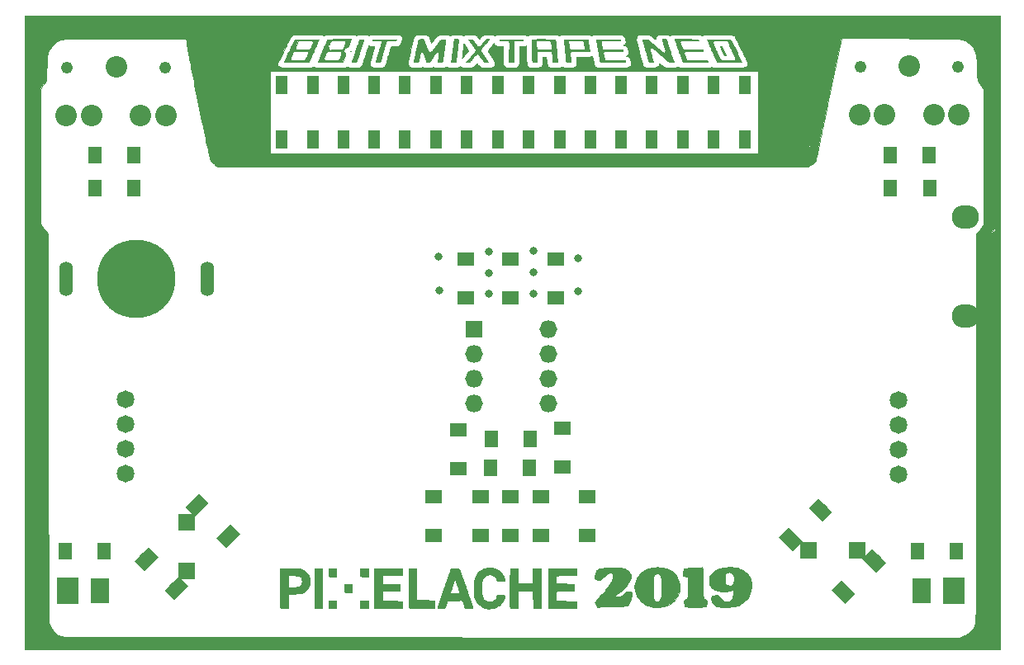
<source format=gbr>
G04 #@! TF.GenerationSoftware,KiCad,Pcbnew,5.1.2-f72e74a~84~ubuntu16.04.1*
G04 #@! TF.CreationDate,2019-05-11T12:57:00+08:00*
G04 #@! TF.ProjectId,MixtapeNEO-3000,4d697874-6170-4654-9e45-4f2d33303030,rev?*
G04 #@! TF.SameCoordinates,Original*
G04 #@! TF.FileFunction,Soldermask,Top*
G04 #@! TF.FilePolarity,Negative*
%FSLAX46Y46*%
G04 Gerber Fmt 4.6, Leading zero omitted, Abs format (unit mm)*
G04 Created by KiCad (PCBNEW 5.1.2-f72e74a~84~ubuntu16.04.1) date 2019-05-11 12:57:00*
%MOMM*%
%LPD*%
G04 APERTURE LIST*
%ADD10C,0.010000*%
%ADD11O,2.800000X2.400000*%
%ADD12R,1.720000X1.820000*%
%ADD13R,1.820000X1.820000*%
%ADD14C,1.420000*%
%ADD15C,0.100000*%
%ADD16R,1.820000X1.720000*%
%ADD17O,1.820000X1.820000*%
%ADD18C,8.020000*%
%ADD19O,1.420000X3.520000*%
%ADD20C,0.820000*%
%ADD21R,1.420000X1.820000*%
%ADD22R,1.320000X1.720000*%
%ADD23R,1.720000X1.320000*%
%ADD24R,1.900000X2.500000*%
%ADD25R,2.200000X2.700000*%
%ADD26R,1.220000X1.920000*%
%ADD27C,1.820000*%
%ADD28C,2.201860*%
%ADD29C,1.220000*%
G04 APERTURE END LIST*
D10*
G36*
X171385127Y-70653530D02*
G01*
X171417034Y-70656356D01*
X171443165Y-70659999D01*
X171465314Y-70666833D01*
X171485279Y-70679231D01*
X171504853Y-70699567D01*
X171525834Y-70730216D01*
X171550015Y-70773551D01*
X171579193Y-70831947D01*
X171615163Y-70907776D01*
X171659721Y-71003414D01*
X171675649Y-71037650D01*
X171717337Y-71127814D01*
X171758540Y-71218050D01*
X171797890Y-71305262D01*
X171834023Y-71386353D01*
X171865573Y-71458224D01*
X171891175Y-71517780D01*
X171909462Y-71561923D01*
X171919070Y-71587555D01*
X171920200Y-71592300D01*
X171908915Y-71598985D01*
X171880242Y-71602423D01*
X171841953Y-71602854D01*
X171801820Y-71600517D01*
X171767614Y-71595651D01*
X171747107Y-71588494D01*
X171745424Y-71586925D01*
X171730162Y-71562702D01*
X171706164Y-71517837D01*
X171674701Y-71455034D01*
X171637042Y-71376996D01*
X171594459Y-71286426D01*
X171548222Y-71186027D01*
X171499602Y-71078505D01*
X171449869Y-70966561D01*
X171400294Y-70852900D01*
X171398436Y-70848595D01*
X171311364Y-70646841D01*
X171385127Y-70653530D01*
X171385127Y-70653530D01*
G37*
X171385127Y-70653530D02*
X171417034Y-70656356D01*
X171443165Y-70659999D01*
X171465314Y-70666833D01*
X171485279Y-70679231D01*
X171504853Y-70699567D01*
X171525834Y-70730216D01*
X171550015Y-70773551D01*
X171579193Y-70831947D01*
X171615163Y-70907776D01*
X171659721Y-71003414D01*
X171675649Y-71037650D01*
X171717337Y-71127814D01*
X171758540Y-71218050D01*
X171797890Y-71305262D01*
X171834023Y-71386353D01*
X171865573Y-71458224D01*
X171891175Y-71517780D01*
X171909462Y-71561923D01*
X171919070Y-71587555D01*
X171920200Y-71592300D01*
X171908915Y-71598985D01*
X171880242Y-71602423D01*
X171841953Y-71602854D01*
X171801820Y-71600517D01*
X171767614Y-71595651D01*
X171747107Y-71588494D01*
X171745424Y-71586925D01*
X171730162Y-71562702D01*
X171706164Y-71517837D01*
X171674701Y-71455034D01*
X171637042Y-71376996D01*
X171594459Y-71286426D01*
X171548222Y-71186027D01*
X171499602Y-71078505D01*
X171449869Y-70966561D01*
X171400294Y-70852900D01*
X171398436Y-70848595D01*
X171311364Y-70646841D01*
X171385127Y-70653530D01*
G36*
X133469701Y-71144031D02*
G01*
X133477300Y-71157901D01*
X133472541Y-71168652D01*
X133454545Y-71166996D01*
X133433692Y-71159598D01*
X133418209Y-71149447D01*
X133424776Y-71140315D01*
X133448115Y-71135753D01*
X133469701Y-71144031D01*
X133469701Y-71144031D01*
G37*
X133469701Y-71144031D02*
X133477300Y-71157901D01*
X133472541Y-71168652D01*
X133454545Y-71166996D01*
X133433692Y-71159598D01*
X133418209Y-71149447D01*
X133424776Y-71140315D01*
X133448115Y-71135753D01*
X133469701Y-71144031D01*
G36*
X136933260Y-69913793D02*
G01*
X137096219Y-69914064D01*
X137251929Y-69914499D01*
X137398302Y-69915084D01*
X137533254Y-69915805D01*
X137654696Y-69916648D01*
X137760544Y-69917600D01*
X137848711Y-69918645D01*
X137917110Y-69919770D01*
X137963656Y-69920962D01*
X137982114Y-69921828D01*
X138096630Y-69929957D01*
X138083143Y-69973901D01*
X138063231Y-70011500D01*
X138039601Y-70029273D01*
X138020190Y-70031937D01*
X137978499Y-70034380D01*
X137917649Y-70036530D01*
X137840758Y-70038310D01*
X137750947Y-70039647D01*
X137651335Y-70040466D01*
X137560435Y-70040700D01*
X137111324Y-70040700D01*
X137086550Y-70107375D01*
X137054795Y-70197099D01*
X137018766Y-70306158D01*
X136980073Y-70429181D01*
X136940323Y-70560792D01*
X136901127Y-70695619D01*
X136864092Y-70828289D01*
X136830829Y-70953427D01*
X136817507Y-71005900D01*
X136800350Y-71072405D01*
X136778107Y-71155319D01*
X136752956Y-71246710D01*
X136727069Y-71338647D01*
X136709526Y-71399600D01*
X136682047Y-71495160D01*
X136651065Y-71604731D01*
X136619534Y-71717755D01*
X136590408Y-71823677D01*
X136576277Y-71875850D01*
X136548644Y-71978753D01*
X136526649Y-72059847D01*
X136509122Y-72121792D01*
X136494894Y-72167249D01*
X136482795Y-72198878D01*
X136471655Y-72219340D01*
X136460305Y-72231297D01*
X136447575Y-72237409D01*
X136432295Y-72240337D01*
X136415108Y-72242487D01*
X136380379Y-72245485D01*
X136327076Y-72247973D01*
X136262023Y-72249716D01*
X136192044Y-72250483D01*
X136180627Y-72250500D01*
X136108826Y-72250071D01*
X136058873Y-72248540D01*
X136027228Y-72245541D01*
X136010350Y-72240708D01*
X136004699Y-72233672D01*
X136004600Y-72232276D01*
X136008956Y-72207611D01*
X136018301Y-72178301D01*
X136024191Y-72160357D01*
X136036747Y-72120150D01*
X136055342Y-72059748D01*
X136079347Y-71981216D01*
X136108134Y-71886623D01*
X136141075Y-71778034D01*
X136177540Y-71657518D01*
X136216903Y-71527141D01*
X136258534Y-71388969D01*
X136285790Y-71298361D01*
X136345251Y-71100066D01*
X136397675Y-70924084D01*
X136443610Y-70768486D01*
X136483602Y-70631345D01*
X136518197Y-70510731D01*
X136547942Y-70404717D01*
X136573382Y-70311372D01*
X136595065Y-70228770D01*
X136613536Y-70154981D01*
X136629343Y-70088077D01*
X136632045Y-70076184D01*
X136639803Y-70041818D01*
X136145445Y-70038084D01*
X136035799Y-70037052D01*
X135934180Y-70035705D01*
X135843375Y-70034108D01*
X135766168Y-70032327D01*
X135705346Y-70030431D01*
X135663695Y-70028483D01*
X135644001Y-70026552D01*
X135642859Y-70026106D01*
X135640790Y-70009841D01*
X135645444Y-69978909D01*
X135648654Y-69965781D01*
X135662679Y-69913700D01*
X136765138Y-69913700D01*
X136933260Y-69913793D01*
X136933260Y-69913793D01*
G37*
X136933260Y-69913793D02*
X137096219Y-69914064D01*
X137251929Y-69914499D01*
X137398302Y-69915084D01*
X137533254Y-69915805D01*
X137654696Y-69916648D01*
X137760544Y-69917600D01*
X137848711Y-69918645D01*
X137917110Y-69919770D01*
X137963656Y-69920962D01*
X137982114Y-69921828D01*
X138096630Y-69929957D01*
X138083143Y-69973901D01*
X138063231Y-70011500D01*
X138039601Y-70029273D01*
X138020190Y-70031937D01*
X137978499Y-70034380D01*
X137917649Y-70036530D01*
X137840758Y-70038310D01*
X137750947Y-70039647D01*
X137651335Y-70040466D01*
X137560435Y-70040700D01*
X137111324Y-70040700D01*
X137086550Y-70107375D01*
X137054795Y-70197099D01*
X137018766Y-70306158D01*
X136980073Y-70429181D01*
X136940323Y-70560792D01*
X136901127Y-70695619D01*
X136864092Y-70828289D01*
X136830829Y-70953427D01*
X136817507Y-71005900D01*
X136800350Y-71072405D01*
X136778107Y-71155319D01*
X136752956Y-71246710D01*
X136727069Y-71338647D01*
X136709526Y-71399600D01*
X136682047Y-71495160D01*
X136651065Y-71604731D01*
X136619534Y-71717755D01*
X136590408Y-71823677D01*
X136576277Y-71875850D01*
X136548644Y-71978753D01*
X136526649Y-72059847D01*
X136509122Y-72121792D01*
X136494894Y-72167249D01*
X136482795Y-72198878D01*
X136471655Y-72219340D01*
X136460305Y-72231297D01*
X136447575Y-72237409D01*
X136432295Y-72240337D01*
X136415108Y-72242487D01*
X136380379Y-72245485D01*
X136327076Y-72247973D01*
X136262023Y-72249716D01*
X136192044Y-72250483D01*
X136180627Y-72250500D01*
X136108826Y-72250071D01*
X136058873Y-72248540D01*
X136027228Y-72245541D01*
X136010350Y-72240708D01*
X136004699Y-72233672D01*
X136004600Y-72232276D01*
X136008956Y-72207611D01*
X136018301Y-72178301D01*
X136024191Y-72160357D01*
X136036747Y-72120150D01*
X136055342Y-72059748D01*
X136079347Y-71981216D01*
X136108134Y-71886623D01*
X136141075Y-71778034D01*
X136177540Y-71657518D01*
X136216903Y-71527141D01*
X136258534Y-71388969D01*
X136285790Y-71298361D01*
X136345251Y-71100066D01*
X136397675Y-70924084D01*
X136443610Y-70768486D01*
X136483602Y-70631345D01*
X136518197Y-70510731D01*
X136547942Y-70404717D01*
X136573382Y-70311372D01*
X136595065Y-70228770D01*
X136613536Y-70154981D01*
X136629343Y-70088077D01*
X136632045Y-70076184D01*
X136639803Y-70041818D01*
X136145445Y-70038084D01*
X136035799Y-70037052D01*
X135934180Y-70035705D01*
X135843375Y-70034108D01*
X135766168Y-70032327D01*
X135705346Y-70030431D01*
X135663695Y-70028483D01*
X135644001Y-70026552D01*
X135642859Y-70026106D01*
X135640790Y-70009841D01*
X135645444Y-69978909D01*
X135648654Y-69965781D01*
X135662679Y-69913700D01*
X136765138Y-69913700D01*
X136933260Y-69913793D01*
G36*
X134565889Y-69913700D02*
G01*
X134651750Y-69914378D01*
X134713638Y-69916479D01*
X134752947Y-69920097D01*
X134771070Y-69925329D01*
X134772700Y-69927962D01*
X134768786Y-69942774D01*
X134757497Y-69979563D01*
X134739507Y-70036294D01*
X134715490Y-70110933D01*
X134686121Y-70201444D01*
X134652075Y-70305793D01*
X134614027Y-70421945D01*
X134572651Y-70547864D01*
X134528623Y-70681518D01*
X134482617Y-70820869D01*
X134435308Y-70963884D01*
X134387371Y-71108528D01*
X134339480Y-71252766D01*
X134292310Y-71394563D01*
X134246536Y-71531885D01*
X134202834Y-71662695D01*
X134161877Y-71784961D01*
X134124340Y-71896646D01*
X134090898Y-71995716D01*
X134062227Y-72080137D01*
X134039000Y-72147873D01*
X134021893Y-72196889D01*
X134011580Y-72225151D01*
X134008821Y-72231450D01*
X133993769Y-72235173D01*
X133958856Y-72238839D01*
X133908900Y-72242296D01*
X133848717Y-72245388D01*
X133783125Y-72247963D01*
X133716941Y-72249865D01*
X133654984Y-72250941D01*
X133602070Y-72251038D01*
X133563017Y-72250000D01*
X133542643Y-72247676D01*
X133540800Y-72246401D01*
X133544941Y-72233097D01*
X133556557Y-72199345D01*
X133574440Y-72148564D01*
X133597380Y-72084177D01*
X133624168Y-72009602D01*
X133641149Y-71962592D01*
X133669965Y-71882233D01*
X133705076Y-71783110D01*
X133744631Y-71670521D01*
X133786779Y-71549761D01*
X133829670Y-71426126D01*
X133871454Y-71304912D01*
X133895580Y-71234500D01*
X133933452Y-71124048D01*
X133974945Y-71003670D01*
X134018939Y-70876572D01*
X134064310Y-70745958D01*
X134109938Y-70615035D01*
X134154701Y-70487007D01*
X134197477Y-70365080D01*
X134237144Y-70252459D01*
X134272580Y-70152350D01*
X134302663Y-70067958D01*
X134326272Y-70002488D01*
X134336714Y-69974025D01*
X134359078Y-69913699D01*
X134565889Y-69913700D01*
X134565889Y-69913700D01*
G37*
X134565889Y-69913700D02*
X134651750Y-69914378D01*
X134713638Y-69916479D01*
X134752947Y-69920097D01*
X134771070Y-69925329D01*
X134772700Y-69927962D01*
X134768786Y-69942774D01*
X134757497Y-69979563D01*
X134739507Y-70036294D01*
X134715490Y-70110933D01*
X134686121Y-70201444D01*
X134652075Y-70305793D01*
X134614027Y-70421945D01*
X134572651Y-70547864D01*
X134528623Y-70681518D01*
X134482617Y-70820869D01*
X134435308Y-70963884D01*
X134387371Y-71108528D01*
X134339480Y-71252766D01*
X134292310Y-71394563D01*
X134246536Y-71531885D01*
X134202834Y-71662695D01*
X134161877Y-71784961D01*
X134124340Y-71896646D01*
X134090898Y-71995716D01*
X134062227Y-72080137D01*
X134039000Y-72147873D01*
X134021893Y-72196889D01*
X134011580Y-72225151D01*
X134008821Y-72231450D01*
X133993769Y-72235173D01*
X133958856Y-72238839D01*
X133908900Y-72242296D01*
X133848717Y-72245388D01*
X133783125Y-72247963D01*
X133716941Y-72249865D01*
X133654984Y-72250941D01*
X133602070Y-72251038D01*
X133563017Y-72250000D01*
X133542643Y-72247676D01*
X133540800Y-72246401D01*
X133544941Y-72233097D01*
X133556557Y-72199345D01*
X133574440Y-72148564D01*
X133597380Y-72084177D01*
X133624168Y-72009602D01*
X133641149Y-71962592D01*
X133669965Y-71882233D01*
X133705076Y-71783110D01*
X133744631Y-71670521D01*
X133786779Y-71549761D01*
X133829670Y-71426126D01*
X133871454Y-71304912D01*
X133895580Y-71234500D01*
X133933452Y-71124048D01*
X133974945Y-71003670D01*
X134018939Y-70876572D01*
X134064310Y-70745958D01*
X134109938Y-70615035D01*
X134154701Y-70487007D01*
X134197477Y-70365080D01*
X134237144Y-70252459D01*
X134272580Y-70152350D01*
X134302663Y-70067958D01*
X134326272Y-70002488D01*
X134336714Y-69974025D01*
X134359078Y-69913699D01*
X134565889Y-69913700D01*
G36*
X133453259Y-69961050D02*
G01*
X133441753Y-69991250D01*
X133423294Y-70040900D01*
X133399518Y-70105549D01*
X133372059Y-70180743D01*
X133342553Y-70262029D01*
X133330458Y-70295490D01*
X133300841Y-70375651D01*
X133272395Y-70449190D01*
X133246727Y-70512219D01*
X133225441Y-70560850D01*
X133210145Y-70591195D01*
X133205508Y-70598004D01*
X133185738Y-70616483D01*
X133150002Y-70646186D01*
X133102894Y-70683426D01*
X133049010Y-70724515D01*
X133032800Y-70736604D01*
X132966676Y-70786307D01*
X132900039Y-70837553D01*
X132836079Y-70887766D01*
X132777990Y-70934367D01*
X132728964Y-70974779D01*
X132692194Y-71006425D01*
X132670872Y-71026728D01*
X132666949Y-71031950D01*
X132672549Y-71045257D01*
X132690552Y-71075431D01*
X132718548Y-71118705D01*
X132754129Y-71171311D01*
X132777513Y-71204926D01*
X132818256Y-71263357D01*
X132854792Y-71316567D01*
X132884133Y-71360144D01*
X132903292Y-71389679D01*
X132908197Y-71397943D01*
X132912310Y-71404786D01*
X132915593Y-71410791D01*
X132917375Y-71418120D01*
X132916982Y-71428938D01*
X132913744Y-71445410D01*
X132906987Y-71469700D01*
X132896040Y-71503971D01*
X132880230Y-71550390D01*
X132858885Y-71611119D01*
X132831333Y-71688323D01*
X132796902Y-71784166D01*
X132754920Y-71900813D01*
X132733709Y-71959770D01*
X132635008Y-72234190D01*
X132501728Y-72242345D01*
X132461616Y-72243902D01*
X132397720Y-72245188D01*
X132311651Y-72246203D01*
X132205024Y-72246949D01*
X132079452Y-72247426D01*
X131936548Y-72247636D01*
X131777927Y-72247580D01*
X131605200Y-72247259D01*
X131419982Y-72246673D01*
X131223886Y-72245825D01*
X131018526Y-72244715D01*
X130805514Y-72243344D01*
X130586464Y-72241714D01*
X130496529Y-72240981D01*
X130074809Y-72237458D01*
X130119925Y-72132854D01*
X130135008Y-72097506D01*
X130158881Y-72041075D01*
X130189836Y-71967627D01*
X130696186Y-71967627D01*
X130769118Y-72016988D01*
X130807993Y-72041872D01*
X130840518Y-72057359D01*
X130875949Y-72066350D01*
X130923544Y-72071749D01*
X130950000Y-72073684D01*
X131050630Y-72078631D01*
X131174062Y-72081458D01*
X131317783Y-72082166D01*
X131479283Y-72080754D01*
X131656051Y-72077224D01*
X131781850Y-72073671D01*
X131902304Y-72069565D01*
X132000358Y-72064585D01*
X132079006Y-72057243D01*
X132141240Y-72046055D01*
X132190054Y-72029535D01*
X132228441Y-72006199D01*
X132259393Y-71974560D01*
X132285904Y-71933134D01*
X132310967Y-71880435D01*
X132337575Y-71814978D01*
X132345858Y-71793780D01*
X132397106Y-71653845D01*
X132435215Y-71529533D01*
X132461514Y-71415588D01*
X132477329Y-71306754D01*
X132481464Y-71256725D01*
X132490166Y-71120200D01*
X132186808Y-71119245D01*
X132084640Y-71118681D01*
X131975413Y-71117659D01*
X131866837Y-71116279D01*
X131766621Y-71114644D01*
X131682475Y-71112852D01*
X131667550Y-71112465D01*
X131451650Y-71106640D01*
X131444032Y-70967800D01*
X131943548Y-70967800D01*
X132081626Y-70967635D01*
X132196867Y-70966971D01*
X132291834Y-70965549D01*
X132369089Y-70963112D01*
X132431195Y-70959403D01*
X132480714Y-70954163D01*
X132520209Y-70947135D01*
X132552242Y-70938061D01*
X132579374Y-70926685D01*
X132604170Y-70912748D01*
X132624361Y-70899362D01*
X132660003Y-70868313D01*
X132692467Y-70825314D01*
X132723765Y-70766795D01*
X132755905Y-70689184D01*
X132778853Y-70624900D01*
X132802785Y-70558815D01*
X132830509Y-70488345D01*
X132857133Y-70425778D01*
X132864825Y-70409000D01*
X132899626Y-70318446D01*
X132912654Y-70240462D01*
X132903810Y-70174372D01*
X132872995Y-70119503D01*
X132820111Y-70075179D01*
X132815572Y-70072450D01*
X132805260Y-70066884D01*
X132793354Y-70062178D01*
X132777719Y-70058244D01*
X132756224Y-70054997D01*
X132726734Y-70052350D01*
X132687116Y-70050217D01*
X132635237Y-70048513D01*
X132568963Y-70047151D01*
X132486162Y-70046046D01*
X132384700Y-70045111D01*
X132262444Y-70044260D01*
X132117260Y-70043408D01*
X132091941Y-70043266D01*
X131411433Y-70039483D01*
X131343816Y-70214716D01*
X131317656Y-70282119D01*
X131292620Y-70345925D01*
X131271117Y-70400042D01*
X131255555Y-70438383D01*
X131252364Y-70445994D01*
X131228528Y-70502038D01*
X131183093Y-70458694D01*
X131137657Y-70415350D01*
X131146751Y-70624900D01*
X131150567Y-70697016D01*
X131155267Y-70761612D01*
X131160397Y-70813800D01*
X131165501Y-70848695D01*
X131168620Y-70859850D01*
X131182160Y-70878330D01*
X131209830Y-70910308D01*
X131247701Y-70951417D01*
X131291849Y-70997287D01*
X131295468Y-71000965D01*
X131409543Y-71116680D01*
X131252796Y-71122764D01*
X131173642Y-71127053D01*
X131114507Y-71133957D01*
X131070030Y-71145125D01*
X131034849Y-71162202D01*
X131003601Y-71186836D01*
X130985512Y-71204872D01*
X130957991Y-71241903D01*
X130925313Y-71298735D01*
X130889352Y-71370762D01*
X130851980Y-71453377D01*
X130815072Y-71541973D01*
X130780500Y-71631945D01*
X130750138Y-71718685D01*
X130725860Y-71797587D01*
X130709538Y-71864045D01*
X130704308Y-71896338D01*
X130696186Y-71967627D01*
X130189836Y-71967627D01*
X130190554Y-71965924D01*
X130229041Y-71874412D01*
X130273353Y-71768902D01*
X130322502Y-71651753D01*
X130375501Y-71525327D01*
X130431362Y-71391984D01*
X130489096Y-71254087D01*
X130547717Y-71113994D01*
X130606236Y-70974069D01*
X130663666Y-70836671D01*
X130719018Y-70704162D01*
X130771305Y-70578902D01*
X130819539Y-70463253D01*
X130862732Y-70359576D01*
X130899896Y-70270231D01*
X130930044Y-70197579D01*
X130952187Y-70143982D01*
X130958053Y-70129697D01*
X130988644Y-70055991D01*
X131012073Y-70002530D01*
X131030267Y-69965841D01*
X131045156Y-69942453D01*
X131058665Y-69928893D01*
X131072723Y-69921688D01*
X131073700Y-69921357D01*
X131091436Y-69919576D01*
X131132834Y-69917769D01*
X131196159Y-69915960D01*
X131279672Y-69914175D01*
X131381638Y-69912438D01*
X131500318Y-69910771D01*
X131633976Y-69909201D01*
X131780875Y-69907751D01*
X131939277Y-69906445D01*
X132107446Y-69905308D01*
X132283645Y-69904363D01*
X132293259Y-69904319D01*
X133477769Y-69898868D01*
X133453259Y-69961050D01*
X133453259Y-69961050D01*
G37*
X133453259Y-69961050D02*
X133441753Y-69991250D01*
X133423294Y-70040900D01*
X133399518Y-70105549D01*
X133372059Y-70180743D01*
X133342553Y-70262029D01*
X133330458Y-70295490D01*
X133300841Y-70375651D01*
X133272395Y-70449190D01*
X133246727Y-70512219D01*
X133225441Y-70560850D01*
X133210145Y-70591195D01*
X133205508Y-70598004D01*
X133185738Y-70616483D01*
X133150002Y-70646186D01*
X133102894Y-70683426D01*
X133049010Y-70724515D01*
X133032800Y-70736604D01*
X132966676Y-70786307D01*
X132900039Y-70837553D01*
X132836079Y-70887766D01*
X132777990Y-70934367D01*
X132728964Y-70974779D01*
X132692194Y-71006425D01*
X132670872Y-71026728D01*
X132666949Y-71031950D01*
X132672549Y-71045257D01*
X132690552Y-71075431D01*
X132718548Y-71118705D01*
X132754129Y-71171311D01*
X132777513Y-71204926D01*
X132818256Y-71263357D01*
X132854792Y-71316567D01*
X132884133Y-71360144D01*
X132903292Y-71389679D01*
X132908197Y-71397943D01*
X132912310Y-71404786D01*
X132915593Y-71410791D01*
X132917375Y-71418120D01*
X132916982Y-71428938D01*
X132913744Y-71445410D01*
X132906987Y-71469700D01*
X132896040Y-71503971D01*
X132880230Y-71550390D01*
X132858885Y-71611119D01*
X132831333Y-71688323D01*
X132796902Y-71784166D01*
X132754920Y-71900813D01*
X132733709Y-71959770D01*
X132635008Y-72234190D01*
X132501728Y-72242345D01*
X132461616Y-72243902D01*
X132397720Y-72245188D01*
X132311651Y-72246203D01*
X132205024Y-72246949D01*
X132079452Y-72247426D01*
X131936548Y-72247636D01*
X131777927Y-72247580D01*
X131605200Y-72247259D01*
X131419982Y-72246673D01*
X131223886Y-72245825D01*
X131018526Y-72244715D01*
X130805514Y-72243344D01*
X130586464Y-72241714D01*
X130496529Y-72240981D01*
X130074809Y-72237458D01*
X130119925Y-72132854D01*
X130135008Y-72097506D01*
X130158881Y-72041075D01*
X130189836Y-71967627D01*
X130696186Y-71967627D01*
X130769118Y-72016988D01*
X130807993Y-72041872D01*
X130840518Y-72057359D01*
X130875949Y-72066350D01*
X130923544Y-72071749D01*
X130950000Y-72073684D01*
X131050630Y-72078631D01*
X131174062Y-72081458D01*
X131317783Y-72082166D01*
X131479283Y-72080754D01*
X131656051Y-72077224D01*
X131781850Y-72073671D01*
X131902304Y-72069565D01*
X132000358Y-72064585D01*
X132079006Y-72057243D01*
X132141240Y-72046055D01*
X132190054Y-72029535D01*
X132228441Y-72006199D01*
X132259393Y-71974560D01*
X132285904Y-71933134D01*
X132310967Y-71880435D01*
X132337575Y-71814978D01*
X132345858Y-71793780D01*
X132397106Y-71653845D01*
X132435215Y-71529533D01*
X132461514Y-71415588D01*
X132477329Y-71306754D01*
X132481464Y-71256725D01*
X132490166Y-71120200D01*
X132186808Y-71119245D01*
X132084640Y-71118681D01*
X131975413Y-71117659D01*
X131866837Y-71116279D01*
X131766621Y-71114644D01*
X131682475Y-71112852D01*
X131667550Y-71112465D01*
X131451650Y-71106640D01*
X131444032Y-70967800D01*
X131943548Y-70967800D01*
X132081626Y-70967635D01*
X132196867Y-70966971D01*
X132291834Y-70965549D01*
X132369089Y-70963112D01*
X132431195Y-70959403D01*
X132480714Y-70954163D01*
X132520209Y-70947135D01*
X132552242Y-70938061D01*
X132579374Y-70926685D01*
X132604170Y-70912748D01*
X132624361Y-70899362D01*
X132660003Y-70868313D01*
X132692467Y-70825314D01*
X132723765Y-70766795D01*
X132755905Y-70689184D01*
X132778853Y-70624900D01*
X132802785Y-70558815D01*
X132830509Y-70488345D01*
X132857133Y-70425778D01*
X132864825Y-70409000D01*
X132899626Y-70318446D01*
X132912654Y-70240462D01*
X132903810Y-70174372D01*
X132872995Y-70119503D01*
X132820111Y-70075179D01*
X132815572Y-70072450D01*
X132805260Y-70066884D01*
X132793354Y-70062178D01*
X132777719Y-70058244D01*
X132756224Y-70054997D01*
X132726734Y-70052350D01*
X132687116Y-70050217D01*
X132635237Y-70048513D01*
X132568963Y-70047151D01*
X132486162Y-70046046D01*
X132384700Y-70045111D01*
X132262444Y-70044260D01*
X132117260Y-70043408D01*
X132091941Y-70043266D01*
X131411433Y-70039483D01*
X131343816Y-70214716D01*
X131317656Y-70282119D01*
X131292620Y-70345925D01*
X131271117Y-70400042D01*
X131255555Y-70438383D01*
X131252364Y-70445994D01*
X131228528Y-70502038D01*
X131183093Y-70458694D01*
X131137657Y-70415350D01*
X131146751Y-70624900D01*
X131150567Y-70697016D01*
X131155267Y-70761612D01*
X131160397Y-70813800D01*
X131165501Y-70848695D01*
X131168620Y-70859850D01*
X131182160Y-70878330D01*
X131209830Y-70910308D01*
X131247701Y-70951417D01*
X131291849Y-70997287D01*
X131295468Y-71000965D01*
X131409543Y-71116680D01*
X131252796Y-71122764D01*
X131173642Y-71127053D01*
X131114507Y-71133957D01*
X131070030Y-71145125D01*
X131034849Y-71162202D01*
X131003601Y-71186836D01*
X130985512Y-71204872D01*
X130957991Y-71241903D01*
X130925313Y-71298735D01*
X130889352Y-71370762D01*
X130851980Y-71453377D01*
X130815072Y-71541973D01*
X130780500Y-71631945D01*
X130750138Y-71718685D01*
X130725860Y-71797587D01*
X130709538Y-71864045D01*
X130704308Y-71896338D01*
X130696186Y-71967627D01*
X130189836Y-71967627D01*
X130190554Y-71965924D01*
X130229041Y-71874412D01*
X130273353Y-71768902D01*
X130322502Y-71651753D01*
X130375501Y-71525327D01*
X130431362Y-71391984D01*
X130489096Y-71254087D01*
X130547717Y-71113994D01*
X130606236Y-70974069D01*
X130663666Y-70836671D01*
X130719018Y-70704162D01*
X130771305Y-70578902D01*
X130819539Y-70463253D01*
X130862732Y-70359576D01*
X130899896Y-70270231D01*
X130930044Y-70197579D01*
X130952187Y-70143982D01*
X130958053Y-70129697D01*
X130988644Y-70055991D01*
X131012073Y-70002530D01*
X131030267Y-69965841D01*
X131045156Y-69942453D01*
X131058665Y-69928893D01*
X131072723Y-69921688D01*
X131073700Y-69921357D01*
X131091436Y-69919576D01*
X131132834Y-69917769D01*
X131196159Y-69915960D01*
X131279672Y-69914175D01*
X131381638Y-69912438D01*
X131500318Y-69910771D01*
X131633976Y-69909201D01*
X131780875Y-69907751D01*
X131939277Y-69906445D01*
X132107446Y-69905308D01*
X132283645Y-69904363D01*
X132293259Y-69904319D01*
X133477769Y-69898868D01*
X133453259Y-69961050D01*
G36*
X130125606Y-69974025D02*
G01*
X130112353Y-70006321D01*
X130091268Y-70056391D01*
X130064691Y-70118732D01*
X130034963Y-70187844D01*
X130016185Y-70231200D01*
X129978440Y-70318224D01*
X129932285Y-70424833D01*
X129879338Y-70547276D01*
X129821217Y-70681802D01*
X129759542Y-70824659D01*
X129695929Y-70972097D01*
X129631998Y-71120363D01*
X129569366Y-71265707D01*
X129509652Y-71404377D01*
X129454475Y-71532622D01*
X129405452Y-71646692D01*
X129386130Y-71691700D01*
X129346683Y-71783227D01*
X129307597Y-71873186D01*
X129270836Y-71957111D01*
X129238363Y-72030537D01*
X129212141Y-72089001D01*
X129195747Y-72124630D01*
X129144330Y-72233711D01*
X128648085Y-72242105D01*
X128538534Y-72243715D01*
X128408096Y-72245224D01*
X128261282Y-72246602D01*
X128102605Y-72247818D01*
X127936576Y-72248844D01*
X127767709Y-72249648D01*
X127600515Y-72250202D01*
X127439506Y-72250475D01*
X127379492Y-72250500D01*
X126607144Y-72250500D01*
X126621923Y-72215575D01*
X126631096Y-72195673D01*
X126651246Y-72153342D01*
X126682188Y-72088967D01*
X126723732Y-72002933D01*
X126731150Y-71987613D01*
X127255227Y-71987613D01*
X127255470Y-72032305D01*
X127257809Y-72061622D01*
X127259138Y-72066990D01*
X127262375Y-72071749D01*
X127269472Y-72075705D01*
X127282466Y-72078902D01*
X127303393Y-72081385D01*
X127334290Y-72083198D01*
X127377194Y-72084384D01*
X127434140Y-72084989D01*
X127507165Y-72085056D01*
X127598307Y-72084630D01*
X127709600Y-72083754D01*
X127843083Y-72082474D01*
X127930772Y-72081570D01*
X128097064Y-72079552D01*
X128243582Y-72077196D01*
X128369426Y-72074527D01*
X128473695Y-72071573D01*
X128555488Y-72068359D01*
X128613904Y-72064913D01*
X128648042Y-72061260D01*
X128652604Y-72060336D01*
X128696132Y-72044916D01*
X128736129Y-72019351D01*
X128774920Y-71980889D01*
X128814829Y-71926774D01*
X128858181Y-71854254D01*
X128907300Y-71760575D01*
X128909743Y-71755700D01*
X128971756Y-71627649D01*
X129019658Y-71518798D01*
X129053652Y-71427367D01*
X129073945Y-71351576D01*
X129080741Y-71289645D01*
X129074246Y-71239794D01*
X129054664Y-71200243D01*
X129022202Y-71169211D01*
X128980014Y-71146171D01*
X128962462Y-71139183D01*
X128943812Y-71133570D01*
X128921180Y-71129177D01*
X128891684Y-71125849D01*
X128852439Y-71123431D01*
X128800564Y-71121769D01*
X128733175Y-71120706D01*
X128647389Y-71120089D01*
X128540324Y-71119762D01*
X128487146Y-71119672D01*
X128054400Y-71119035D01*
X128054400Y-71083105D01*
X128057069Y-71042544D01*
X128062050Y-71008921D01*
X128069701Y-70970668D01*
X128592275Y-70964917D01*
X128734607Y-70963251D01*
X128853913Y-70961392D01*
X128952569Y-70958948D01*
X129032948Y-70955523D01*
X129097425Y-70950723D01*
X129148374Y-70944155D01*
X129188170Y-70935424D01*
X129219185Y-70924136D01*
X129243796Y-70909897D01*
X129264375Y-70892313D01*
X129283298Y-70870989D01*
X129301722Y-70847150D01*
X129320974Y-70816792D01*
X129347029Y-70768908D01*
X129378089Y-70707482D01*
X129412357Y-70636501D01*
X129448035Y-70559950D01*
X129483326Y-70481817D01*
X129516431Y-70406087D01*
X129545553Y-70336747D01*
X129568895Y-70277782D01*
X129584658Y-70233178D01*
X129591046Y-70206923D01*
X129591100Y-70205491D01*
X129581674Y-70194315D01*
X129556274Y-70171589D01*
X129519213Y-70141046D01*
X129490547Y-70118486D01*
X129389994Y-70040700D01*
X128096894Y-70040700D01*
X127860680Y-70524968D01*
X127826113Y-70491850D01*
X127791546Y-70458733D01*
X127783349Y-70564041D01*
X127777743Y-70643410D01*
X127775476Y-70702168D01*
X127777076Y-70744947D01*
X127783069Y-70776379D01*
X127793982Y-70801099D01*
X127810342Y-70823737D01*
X127813274Y-70827210D01*
X127835751Y-70856814D01*
X127841578Y-70876089D01*
X127835462Y-70888910D01*
X127828266Y-70906104D01*
X127842037Y-70922804D01*
X127845329Y-70925275D01*
X127876241Y-70942948D01*
X127895650Y-70950311D01*
X127915356Y-70963190D01*
X127944308Y-70991044D01*
X127976820Y-71028298D01*
X127982542Y-71035484D01*
X128044034Y-71113850D01*
X127855542Y-71120458D01*
X127768643Y-71123963D01*
X127700429Y-71129471D01*
X127647022Y-71139733D01*
X127604541Y-71157498D01*
X127569108Y-71185516D01*
X127536843Y-71226537D01*
X127503868Y-71283310D01*
X127466303Y-71358586D01*
X127439032Y-71415702D01*
X127386668Y-71527517D01*
X127345172Y-71620499D01*
X127313317Y-71698147D01*
X127289878Y-71763965D01*
X127273626Y-71821454D01*
X127263336Y-71874116D01*
X127257781Y-71925452D01*
X127257187Y-71934867D01*
X127255227Y-71987613D01*
X126731150Y-71987613D01*
X126775694Y-71895626D01*
X126837885Y-71767430D01*
X126910118Y-71618732D01*
X126992207Y-71449915D01*
X127083964Y-71261366D01*
X127185202Y-71053470D01*
X127295734Y-70826612D01*
X127415373Y-70581177D01*
X127457527Y-70494725D01*
X127740849Y-69913700D01*
X130149529Y-69913700D01*
X130125606Y-69974025D01*
X130125606Y-69974025D01*
G37*
X130125606Y-69974025D02*
X130112353Y-70006321D01*
X130091268Y-70056391D01*
X130064691Y-70118732D01*
X130034963Y-70187844D01*
X130016185Y-70231200D01*
X129978440Y-70318224D01*
X129932285Y-70424833D01*
X129879338Y-70547276D01*
X129821217Y-70681802D01*
X129759542Y-70824659D01*
X129695929Y-70972097D01*
X129631998Y-71120363D01*
X129569366Y-71265707D01*
X129509652Y-71404377D01*
X129454475Y-71532622D01*
X129405452Y-71646692D01*
X129386130Y-71691700D01*
X129346683Y-71783227D01*
X129307597Y-71873186D01*
X129270836Y-71957111D01*
X129238363Y-72030537D01*
X129212141Y-72089001D01*
X129195747Y-72124630D01*
X129144330Y-72233711D01*
X128648085Y-72242105D01*
X128538534Y-72243715D01*
X128408096Y-72245224D01*
X128261282Y-72246602D01*
X128102605Y-72247818D01*
X127936576Y-72248844D01*
X127767709Y-72249648D01*
X127600515Y-72250202D01*
X127439506Y-72250475D01*
X127379492Y-72250500D01*
X126607144Y-72250500D01*
X126621923Y-72215575D01*
X126631096Y-72195673D01*
X126651246Y-72153342D01*
X126682188Y-72088967D01*
X126723732Y-72002933D01*
X126731150Y-71987613D01*
X127255227Y-71987613D01*
X127255470Y-72032305D01*
X127257809Y-72061622D01*
X127259138Y-72066990D01*
X127262375Y-72071749D01*
X127269472Y-72075705D01*
X127282466Y-72078902D01*
X127303393Y-72081385D01*
X127334290Y-72083198D01*
X127377194Y-72084384D01*
X127434140Y-72084989D01*
X127507165Y-72085056D01*
X127598307Y-72084630D01*
X127709600Y-72083754D01*
X127843083Y-72082474D01*
X127930772Y-72081570D01*
X128097064Y-72079552D01*
X128243582Y-72077196D01*
X128369426Y-72074527D01*
X128473695Y-72071573D01*
X128555488Y-72068359D01*
X128613904Y-72064913D01*
X128648042Y-72061260D01*
X128652604Y-72060336D01*
X128696132Y-72044916D01*
X128736129Y-72019351D01*
X128774920Y-71980889D01*
X128814829Y-71926774D01*
X128858181Y-71854254D01*
X128907300Y-71760575D01*
X128909743Y-71755700D01*
X128971756Y-71627649D01*
X129019658Y-71518798D01*
X129053652Y-71427367D01*
X129073945Y-71351576D01*
X129080741Y-71289645D01*
X129074246Y-71239794D01*
X129054664Y-71200243D01*
X129022202Y-71169211D01*
X128980014Y-71146171D01*
X128962462Y-71139183D01*
X128943812Y-71133570D01*
X128921180Y-71129177D01*
X128891684Y-71125849D01*
X128852439Y-71123431D01*
X128800564Y-71121769D01*
X128733175Y-71120706D01*
X128647389Y-71120089D01*
X128540324Y-71119762D01*
X128487146Y-71119672D01*
X128054400Y-71119035D01*
X128054400Y-71083105D01*
X128057069Y-71042544D01*
X128062050Y-71008921D01*
X128069701Y-70970668D01*
X128592275Y-70964917D01*
X128734607Y-70963251D01*
X128853913Y-70961392D01*
X128952569Y-70958948D01*
X129032948Y-70955523D01*
X129097425Y-70950723D01*
X129148374Y-70944155D01*
X129188170Y-70935424D01*
X129219185Y-70924136D01*
X129243796Y-70909897D01*
X129264375Y-70892313D01*
X129283298Y-70870989D01*
X129301722Y-70847150D01*
X129320974Y-70816792D01*
X129347029Y-70768908D01*
X129378089Y-70707482D01*
X129412357Y-70636501D01*
X129448035Y-70559950D01*
X129483326Y-70481817D01*
X129516431Y-70406087D01*
X129545553Y-70336747D01*
X129568895Y-70277782D01*
X129584658Y-70233178D01*
X129591046Y-70206923D01*
X129591100Y-70205491D01*
X129581674Y-70194315D01*
X129556274Y-70171589D01*
X129519213Y-70141046D01*
X129490547Y-70118486D01*
X129389994Y-70040700D01*
X128096894Y-70040700D01*
X127860680Y-70524968D01*
X127826113Y-70491850D01*
X127791546Y-70458733D01*
X127783349Y-70564041D01*
X127777743Y-70643410D01*
X127775476Y-70702168D01*
X127777076Y-70744947D01*
X127783069Y-70776379D01*
X127793982Y-70801099D01*
X127810342Y-70823737D01*
X127813274Y-70827210D01*
X127835751Y-70856814D01*
X127841578Y-70876089D01*
X127835462Y-70888910D01*
X127828266Y-70906104D01*
X127842037Y-70922804D01*
X127845329Y-70925275D01*
X127876241Y-70942948D01*
X127895650Y-70950311D01*
X127915356Y-70963190D01*
X127944308Y-70991044D01*
X127976820Y-71028298D01*
X127982542Y-71035484D01*
X128044034Y-71113850D01*
X127855542Y-71120458D01*
X127768643Y-71123963D01*
X127700429Y-71129471D01*
X127647022Y-71139733D01*
X127604541Y-71157498D01*
X127569108Y-71185516D01*
X127536843Y-71226537D01*
X127503868Y-71283310D01*
X127466303Y-71358586D01*
X127439032Y-71415702D01*
X127386668Y-71527517D01*
X127345172Y-71620499D01*
X127313317Y-71698147D01*
X127289878Y-71763965D01*
X127273626Y-71821454D01*
X127263336Y-71874116D01*
X127257781Y-71925452D01*
X127257187Y-71934867D01*
X127255227Y-71987613D01*
X126731150Y-71987613D01*
X126775694Y-71895626D01*
X126837885Y-71767430D01*
X126910118Y-71618732D01*
X126992207Y-71449915D01*
X127083964Y-71261366D01*
X127185202Y-71053470D01*
X127295734Y-70826612D01*
X127415373Y-70581177D01*
X127457527Y-70494725D01*
X127740849Y-69913700D01*
X130149529Y-69913700D01*
X130125606Y-69974025D01*
G36*
X167066331Y-69903422D02*
G01*
X167195234Y-69903787D01*
X167337202Y-69904370D01*
X167490471Y-69905166D01*
X167653281Y-69906173D01*
X167823870Y-69907388D01*
X167875874Y-69907790D01*
X169078225Y-69917238D01*
X169125069Y-70021650D01*
X168957359Y-70029674D01*
X168912262Y-70031238D01*
X168844838Y-70032757D01*
X168758161Y-70034198D01*
X168655305Y-70035528D01*
X168539343Y-70036712D01*
X168413348Y-70037717D01*
X168280395Y-70038509D01*
X168143556Y-70039055D01*
X168087248Y-70039199D01*
X167906512Y-70039840D01*
X167750815Y-70040940D01*
X167619799Y-70042508D01*
X167513106Y-70044550D01*
X167430379Y-70047075D01*
X167371261Y-70050089D01*
X167335394Y-70053601D01*
X167327800Y-70055064D01*
X167269829Y-70081083D01*
X167228849Y-70123671D01*
X167207813Y-70179089D01*
X167205677Y-70209623D01*
X167210879Y-70237663D01*
X167224630Y-70284717D01*
X167245279Y-70346534D01*
X167271178Y-70418864D01*
X167300678Y-70497457D01*
X167332131Y-70578062D01*
X167363886Y-70656430D01*
X167394296Y-70728310D01*
X167421710Y-70789453D01*
X167444481Y-70835608D01*
X167456682Y-70856583D01*
X167503020Y-70905805D01*
X167549147Y-70933997D01*
X167560654Y-70939140D01*
X167572573Y-70943605D01*
X167586705Y-70947449D01*
X167604856Y-70950727D01*
X167628827Y-70953497D01*
X167660423Y-70955813D01*
X167701446Y-70957732D01*
X167753700Y-70959311D01*
X167818988Y-70960605D01*
X167899113Y-70961670D01*
X167995879Y-70962564D01*
X168111088Y-70963341D01*
X168246544Y-70964059D01*
X168404050Y-70964773D01*
X168558066Y-70965425D01*
X169507583Y-70969400D01*
X169539141Y-71031678D01*
X169556536Y-71066806D01*
X169567998Y-71091492D01*
X169570700Y-71098765D01*
X169558350Y-71099726D01*
X169522701Y-71100899D01*
X169465851Y-71102249D01*
X169389900Y-71103740D01*
X169296948Y-71105338D01*
X169189092Y-71107006D01*
X169068432Y-71108711D01*
X168937068Y-71110415D01*
X168797099Y-71112085D01*
X168737622Y-71112753D01*
X168592356Y-71114513D01*
X168453012Y-71116510D01*
X168321930Y-71118690D01*
X168201451Y-71121000D01*
X168093915Y-71123387D01*
X168001663Y-71125797D01*
X167927034Y-71128178D01*
X167872369Y-71130475D01*
X167840009Y-71132637D01*
X167834715Y-71133296D01*
X167749858Y-71154540D01*
X167686816Y-71187608D01*
X167644451Y-71233449D01*
X167621624Y-71293011D01*
X167618438Y-71313498D01*
X167617275Y-71347735D01*
X167623189Y-71383041D01*
X167638030Y-71427000D01*
X167657376Y-71473045D01*
X167679833Y-71526413D01*
X167707165Y-71594816D01*
X167735865Y-71669312D01*
X167761595Y-71738670D01*
X167787060Y-71805530D01*
X167813770Y-71869923D01*
X167838682Y-71924836D01*
X167858749Y-71963256D01*
X167860046Y-71965396D01*
X167899587Y-72029542D01*
X168116018Y-72051203D01*
X168186026Y-72057295D01*
X168266985Y-72062552D01*
X168361223Y-72067052D01*
X168471071Y-72070874D01*
X168598859Y-72074095D01*
X168746918Y-72076795D01*
X168917576Y-72079051D01*
X168954750Y-72079458D01*
X169086719Y-72080965D01*
X169217980Y-72082668D01*
X169344920Y-72084506D01*
X169463923Y-72086418D01*
X169571374Y-72088343D01*
X169663660Y-72090221D01*
X169737166Y-72091991D01*
X169781369Y-72093337D01*
X169985689Y-72100622D01*
X170006857Y-72159686D01*
X170019154Y-72195818D01*
X170026758Y-72221670D01*
X170027962Y-72228275D01*
X170015537Y-72229604D01*
X169979411Y-72230877D01*
X169921286Y-72232084D01*
X169842860Y-72233209D01*
X169745834Y-72234242D01*
X169631908Y-72235168D01*
X169502782Y-72235976D01*
X169360156Y-72236652D01*
X169205729Y-72237183D01*
X169041202Y-72237558D01*
X168868275Y-72237763D01*
X168757251Y-72237800D01*
X167486603Y-72237800D01*
X167466681Y-72190175D01*
X167457265Y-72165526D01*
X167440980Y-72120573D01*
X167419145Y-72059054D01*
X167393079Y-71984706D01*
X167364100Y-71901271D01*
X167335658Y-71818700D01*
X167304761Y-71729204D01*
X167266557Y-71619465D01*
X167222340Y-71493135D01*
X167173405Y-71353869D01*
X167121048Y-71205322D01*
X167066563Y-71051148D01*
X167011244Y-70895001D01*
X166956387Y-70740536D01*
X166903287Y-70591407D01*
X166853237Y-70451268D01*
X166807534Y-70323775D01*
X166767471Y-70212581D01*
X166734345Y-70121341D01*
X166731527Y-70113629D01*
X166707742Y-70046974D01*
X166688099Y-69988811D01*
X166673886Y-69943216D01*
X166666388Y-69914263D01*
X166665940Y-69905925D01*
X166679454Y-69904935D01*
X166716604Y-69904178D01*
X166775629Y-69903650D01*
X166854766Y-69903350D01*
X166952254Y-69903275D01*
X167066331Y-69903422D01*
X167066331Y-69903422D01*
G37*
X167066331Y-69903422D02*
X167195234Y-69903787D01*
X167337202Y-69904370D01*
X167490471Y-69905166D01*
X167653281Y-69906173D01*
X167823870Y-69907388D01*
X167875874Y-69907790D01*
X169078225Y-69917238D01*
X169125069Y-70021650D01*
X168957359Y-70029674D01*
X168912262Y-70031238D01*
X168844838Y-70032757D01*
X168758161Y-70034198D01*
X168655305Y-70035528D01*
X168539343Y-70036712D01*
X168413348Y-70037717D01*
X168280395Y-70038509D01*
X168143556Y-70039055D01*
X168087248Y-70039199D01*
X167906512Y-70039840D01*
X167750815Y-70040940D01*
X167619799Y-70042508D01*
X167513106Y-70044550D01*
X167430379Y-70047075D01*
X167371261Y-70050089D01*
X167335394Y-70053601D01*
X167327800Y-70055064D01*
X167269829Y-70081083D01*
X167228849Y-70123671D01*
X167207813Y-70179089D01*
X167205677Y-70209623D01*
X167210879Y-70237663D01*
X167224630Y-70284717D01*
X167245279Y-70346534D01*
X167271178Y-70418864D01*
X167300678Y-70497457D01*
X167332131Y-70578062D01*
X167363886Y-70656430D01*
X167394296Y-70728310D01*
X167421710Y-70789453D01*
X167444481Y-70835608D01*
X167456682Y-70856583D01*
X167503020Y-70905805D01*
X167549147Y-70933997D01*
X167560654Y-70939140D01*
X167572573Y-70943605D01*
X167586705Y-70947449D01*
X167604856Y-70950727D01*
X167628827Y-70953497D01*
X167660423Y-70955813D01*
X167701446Y-70957732D01*
X167753700Y-70959311D01*
X167818988Y-70960605D01*
X167899113Y-70961670D01*
X167995879Y-70962564D01*
X168111088Y-70963341D01*
X168246544Y-70964059D01*
X168404050Y-70964773D01*
X168558066Y-70965425D01*
X169507583Y-70969400D01*
X169539141Y-71031678D01*
X169556536Y-71066806D01*
X169567998Y-71091492D01*
X169570700Y-71098765D01*
X169558350Y-71099726D01*
X169522701Y-71100899D01*
X169465851Y-71102249D01*
X169389900Y-71103740D01*
X169296948Y-71105338D01*
X169189092Y-71107006D01*
X169068432Y-71108711D01*
X168937068Y-71110415D01*
X168797099Y-71112085D01*
X168737622Y-71112753D01*
X168592356Y-71114513D01*
X168453012Y-71116510D01*
X168321930Y-71118690D01*
X168201451Y-71121000D01*
X168093915Y-71123387D01*
X168001663Y-71125797D01*
X167927034Y-71128178D01*
X167872369Y-71130475D01*
X167840009Y-71132637D01*
X167834715Y-71133296D01*
X167749858Y-71154540D01*
X167686816Y-71187608D01*
X167644451Y-71233449D01*
X167621624Y-71293011D01*
X167618438Y-71313498D01*
X167617275Y-71347735D01*
X167623189Y-71383041D01*
X167638030Y-71427000D01*
X167657376Y-71473045D01*
X167679833Y-71526413D01*
X167707165Y-71594816D01*
X167735865Y-71669312D01*
X167761595Y-71738670D01*
X167787060Y-71805530D01*
X167813770Y-71869923D01*
X167838682Y-71924836D01*
X167858749Y-71963256D01*
X167860046Y-71965396D01*
X167899587Y-72029542D01*
X168116018Y-72051203D01*
X168186026Y-72057295D01*
X168266985Y-72062552D01*
X168361223Y-72067052D01*
X168471071Y-72070874D01*
X168598859Y-72074095D01*
X168746918Y-72076795D01*
X168917576Y-72079051D01*
X168954750Y-72079458D01*
X169086719Y-72080965D01*
X169217980Y-72082668D01*
X169344920Y-72084506D01*
X169463923Y-72086418D01*
X169571374Y-72088343D01*
X169663660Y-72090221D01*
X169737166Y-72091991D01*
X169781369Y-72093337D01*
X169985689Y-72100622D01*
X170006857Y-72159686D01*
X170019154Y-72195818D01*
X170026758Y-72221670D01*
X170027962Y-72228275D01*
X170015537Y-72229604D01*
X169979411Y-72230877D01*
X169921286Y-72232084D01*
X169842860Y-72233209D01*
X169745834Y-72234242D01*
X169631908Y-72235168D01*
X169502782Y-72235976D01*
X169360156Y-72236652D01*
X169205729Y-72237183D01*
X169041202Y-72237558D01*
X168868275Y-72237763D01*
X168757251Y-72237800D01*
X167486603Y-72237800D01*
X167466681Y-72190175D01*
X167457265Y-72165526D01*
X167440980Y-72120573D01*
X167419145Y-72059054D01*
X167393079Y-71984706D01*
X167364100Y-71901271D01*
X167335658Y-71818700D01*
X167304761Y-71729204D01*
X167266557Y-71619465D01*
X167222340Y-71493135D01*
X167173405Y-71353869D01*
X167121048Y-71205322D01*
X167066563Y-71051148D01*
X167011244Y-70895001D01*
X166956387Y-70740536D01*
X166903287Y-70591407D01*
X166853237Y-70451268D01*
X166807534Y-70323775D01*
X166767471Y-70212581D01*
X166734345Y-70121341D01*
X166731527Y-70113629D01*
X166707742Y-70046974D01*
X166688099Y-69988811D01*
X166673886Y-69943216D01*
X166666388Y-69914263D01*
X166665940Y-69905925D01*
X166679454Y-69904935D01*
X166716604Y-69904178D01*
X166775629Y-69903650D01*
X166854766Y-69903350D01*
X166952254Y-69903275D01*
X167066331Y-69903422D01*
G36*
X172461781Y-70081975D02*
G01*
X172487794Y-70134133D01*
X172523913Y-70207158D01*
X172569166Y-70299060D01*
X172622582Y-70407849D01*
X172683187Y-70531534D01*
X172750010Y-70668126D01*
X172822078Y-70815635D01*
X172898420Y-70972071D01*
X172978062Y-71135444D01*
X173060032Y-71303764D01*
X173143358Y-71475042D01*
X173227069Y-71647287D01*
X173300225Y-71797971D01*
X173346967Y-71894796D01*
X173389728Y-71984340D01*
X173427332Y-72064067D01*
X173458604Y-72131441D01*
X173482368Y-72183928D01*
X173497450Y-72218993D01*
X173502674Y-72234099D01*
X173502576Y-72234456D01*
X173489083Y-72235598D01*
X173452372Y-72236705D01*
X173394628Y-72237769D01*
X173318034Y-72238783D01*
X173224772Y-72239739D01*
X173117026Y-72240631D01*
X172996979Y-72241450D01*
X172866813Y-72242190D01*
X172728714Y-72242843D01*
X172584862Y-72243401D01*
X172437442Y-72243858D01*
X172288637Y-72244205D01*
X172140630Y-72244436D01*
X171995603Y-72244544D01*
X171855741Y-72244519D01*
X171723227Y-72244357D01*
X171600242Y-72244048D01*
X171488972Y-72243586D01*
X171391598Y-72242963D01*
X171310304Y-72242172D01*
X171291151Y-72241926D01*
X170960553Y-72237389D01*
X170797041Y-71847069D01*
X170761614Y-71762762D01*
X170717684Y-71658645D01*
X170666753Y-71538255D01*
X170610322Y-71405129D01*
X170549892Y-71262805D01*
X170486965Y-71114818D01*
X170423043Y-70964707D01*
X170359627Y-70816008D01*
X170310549Y-70701100D01*
X170254552Y-70570080D01*
X170201432Y-70445781D01*
X170152044Y-70330200D01*
X170107241Y-70225336D01*
X170103213Y-70215906D01*
X170560195Y-70215906D01*
X170568094Y-70286434D01*
X170590511Y-70358878D01*
X170605641Y-70396628D01*
X170630044Y-70454577D01*
X170662424Y-70529828D01*
X170701485Y-70619484D01*
X170745933Y-70720648D01*
X170794472Y-70830421D01*
X170845806Y-70945906D01*
X170898639Y-71064207D01*
X170951677Y-71182425D01*
X171003624Y-71297663D01*
X171053183Y-71407023D01*
X171099061Y-71507609D01*
X171139960Y-71596523D01*
X171174587Y-71670866D01*
X171201644Y-71727743D01*
X171211991Y-71748850D01*
X171253749Y-71832046D01*
X171287588Y-71896105D01*
X171316825Y-71944666D01*
X171344780Y-71981370D01*
X171374772Y-72009858D01*
X171410119Y-72033771D01*
X171454139Y-72056749D01*
X171510152Y-72082432D01*
X171520150Y-72086902D01*
X171570813Y-72108608D01*
X171602872Y-72119251D01*
X171620360Y-72119290D01*
X171627309Y-72109184D01*
X171628100Y-72099214D01*
X171629104Y-72091509D01*
X171634140Y-72085731D01*
X171646239Y-72081695D01*
X171668436Y-72079217D01*
X171703763Y-72078112D01*
X171755253Y-72078198D01*
X171825940Y-72079290D01*
X171918856Y-72081204D01*
X171923375Y-72081302D01*
X172028718Y-72082697D01*
X172145237Y-72082766D01*
X172263876Y-72081600D01*
X172375577Y-72079290D01*
X172471283Y-72075926D01*
X172474350Y-72075785D01*
X172574487Y-72070483D01*
X172652569Y-72064348D01*
X172711940Y-72056374D01*
X172755944Y-72045553D01*
X172787925Y-72030879D01*
X172811227Y-72011344D01*
X172829195Y-71985942D01*
X172839597Y-71965805D01*
X172850435Y-71939618D01*
X172857274Y-71912747D01*
X172859409Y-71883052D01*
X172856135Y-71848396D01*
X172846746Y-71806641D01*
X172830538Y-71755648D01*
X172806804Y-71693279D01*
X172774841Y-71617396D01*
X172733942Y-71525861D01*
X172683403Y-71416536D01*
X172622518Y-71287283D01*
X172600490Y-71240850D01*
X172544202Y-71122123D01*
X172481370Y-70989221D01*
X172415394Y-70849365D01*
X172349678Y-70709772D01*
X172287621Y-70577664D01*
X172232627Y-70460260D01*
X172225744Y-70445532D01*
X172044021Y-70056615D01*
X171953535Y-70048838D01*
X171875904Y-70043608D01*
X171778074Y-70039267D01*
X171665232Y-70035877D01*
X171542564Y-70033498D01*
X171415257Y-70032191D01*
X171288499Y-70032017D01*
X171167477Y-70033037D01*
X171057378Y-70035311D01*
X170992025Y-70037578D01*
X170899654Y-70041680D01*
X170828757Y-70045522D01*
X170775421Y-70049580D01*
X170735729Y-70054327D01*
X170705767Y-70060235D01*
X170681621Y-70067780D01*
X170659374Y-70077434D01*
X170658304Y-70077950D01*
X170604891Y-70113359D01*
X170572325Y-70158779D01*
X170560195Y-70215906D01*
X170103213Y-70215906D01*
X170067876Y-70133186D01*
X170034803Y-70055750D01*
X170008877Y-69995026D01*
X169990950Y-69953011D01*
X169981876Y-69931706D01*
X169980976Y-69929575D01*
X169984416Y-69926817D01*
X169998014Y-69924378D01*
X170023042Y-69922240D01*
X170060773Y-69920386D01*
X170112482Y-69918799D01*
X170179440Y-69917463D01*
X170262922Y-69916360D01*
X170364201Y-69915474D01*
X170484549Y-69914787D01*
X170625240Y-69914284D01*
X170787548Y-69913946D01*
X170972745Y-69913757D01*
X171175800Y-69913700D01*
X172377218Y-69913700D01*
X172461781Y-70081975D01*
X172461781Y-70081975D01*
G37*
X172461781Y-70081975D02*
X172487794Y-70134133D01*
X172523913Y-70207158D01*
X172569166Y-70299060D01*
X172622582Y-70407849D01*
X172683187Y-70531534D01*
X172750010Y-70668126D01*
X172822078Y-70815635D01*
X172898420Y-70972071D01*
X172978062Y-71135444D01*
X173060032Y-71303764D01*
X173143358Y-71475042D01*
X173227069Y-71647287D01*
X173300225Y-71797971D01*
X173346967Y-71894796D01*
X173389728Y-71984340D01*
X173427332Y-72064067D01*
X173458604Y-72131441D01*
X173482368Y-72183928D01*
X173497450Y-72218993D01*
X173502674Y-72234099D01*
X173502576Y-72234456D01*
X173489083Y-72235598D01*
X173452372Y-72236705D01*
X173394628Y-72237769D01*
X173318034Y-72238783D01*
X173224772Y-72239739D01*
X173117026Y-72240631D01*
X172996979Y-72241450D01*
X172866813Y-72242190D01*
X172728714Y-72242843D01*
X172584862Y-72243401D01*
X172437442Y-72243858D01*
X172288637Y-72244205D01*
X172140630Y-72244436D01*
X171995603Y-72244544D01*
X171855741Y-72244519D01*
X171723227Y-72244357D01*
X171600242Y-72244048D01*
X171488972Y-72243586D01*
X171391598Y-72242963D01*
X171310304Y-72242172D01*
X171291151Y-72241926D01*
X170960553Y-72237389D01*
X170797041Y-71847069D01*
X170761614Y-71762762D01*
X170717684Y-71658645D01*
X170666753Y-71538255D01*
X170610322Y-71405129D01*
X170549892Y-71262805D01*
X170486965Y-71114818D01*
X170423043Y-70964707D01*
X170359627Y-70816008D01*
X170310549Y-70701100D01*
X170254552Y-70570080D01*
X170201432Y-70445781D01*
X170152044Y-70330200D01*
X170107241Y-70225336D01*
X170103213Y-70215906D01*
X170560195Y-70215906D01*
X170568094Y-70286434D01*
X170590511Y-70358878D01*
X170605641Y-70396628D01*
X170630044Y-70454577D01*
X170662424Y-70529828D01*
X170701485Y-70619484D01*
X170745933Y-70720648D01*
X170794472Y-70830421D01*
X170845806Y-70945906D01*
X170898639Y-71064207D01*
X170951677Y-71182425D01*
X171003624Y-71297663D01*
X171053183Y-71407023D01*
X171099061Y-71507609D01*
X171139960Y-71596523D01*
X171174587Y-71670866D01*
X171201644Y-71727743D01*
X171211991Y-71748850D01*
X171253749Y-71832046D01*
X171287588Y-71896105D01*
X171316825Y-71944666D01*
X171344780Y-71981370D01*
X171374772Y-72009858D01*
X171410119Y-72033771D01*
X171454139Y-72056749D01*
X171510152Y-72082432D01*
X171520150Y-72086902D01*
X171570813Y-72108608D01*
X171602872Y-72119251D01*
X171620360Y-72119290D01*
X171627309Y-72109184D01*
X171628100Y-72099214D01*
X171629104Y-72091509D01*
X171634140Y-72085731D01*
X171646239Y-72081695D01*
X171668436Y-72079217D01*
X171703763Y-72078112D01*
X171755253Y-72078198D01*
X171825940Y-72079290D01*
X171918856Y-72081204D01*
X171923375Y-72081302D01*
X172028718Y-72082697D01*
X172145237Y-72082766D01*
X172263876Y-72081600D01*
X172375577Y-72079290D01*
X172471283Y-72075926D01*
X172474350Y-72075785D01*
X172574487Y-72070483D01*
X172652569Y-72064348D01*
X172711940Y-72056374D01*
X172755944Y-72045553D01*
X172787925Y-72030879D01*
X172811227Y-72011344D01*
X172829195Y-71985942D01*
X172839597Y-71965805D01*
X172850435Y-71939618D01*
X172857274Y-71912747D01*
X172859409Y-71883052D01*
X172856135Y-71848396D01*
X172846746Y-71806641D01*
X172830538Y-71755648D01*
X172806804Y-71693279D01*
X172774841Y-71617396D01*
X172733942Y-71525861D01*
X172683403Y-71416536D01*
X172622518Y-71287283D01*
X172600490Y-71240850D01*
X172544202Y-71122123D01*
X172481370Y-70989221D01*
X172415394Y-70849365D01*
X172349678Y-70709772D01*
X172287621Y-70577664D01*
X172232627Y-70460260D01*
X172225744Y-70445532D01*
X172044021Y-70056615D01*
X171953535Y-70048838D01*
X171875904Y-70043608D01*
X171778074Y-70039267D01*
X171665232Y-70035877D01*
X171542564Y-70033498D01*
X171415257Y-70032191D01*
X171288499Y-70032017D01*
X171167477Y-70033037D01*
X171057378Y-70035311D01*
X170992025Y-70037578D01*
X170899654Y-70041680D01*
X170828757Y-70045522D01*
X170775421Y-70049580D01*
X170735729Y-70054327D01*
X170705767Y-70060235D01*
X170681621Y-70067780D01*
X170659374Y-70077434D01*
X170658304Y-70077950D01*
X170604891Y-70113359D01*
X170572325Y-70158779D01*
X170560195Y-70215906D01*
X170103213Y-70215906D01*
X170067876Y-70133186D01*
X170034803Y-70055750D01*
X170008877Y-69995026D01*
X169990950Y-69953011D01*
X169981876Y-69931706D01*
X169980976Y-69929575D01*
X169984416Y-69926817D01*
X169998014Y-69924378D01*
X170023042Y-69922240D01*
X170060773Y-69920386D01*
X170112482Y-69918799D01*
X170179440Y-69917463D01*
X170262922Y-69916360D01*
X170364201Y-69915474D01*
X170484549Y-69914787D01*
X170625240Y-69914284D01*
X170787548Y-69913946D01*
X170972745Y-69913757D01*
X171175800Y-69913700D01*
X172377218Y-69913700D01*
X172461781Y-70081975D01*
G36*
X165546541Y-69901814D02*
G01*
X165610286Y-69903618D01*
X165669123Y-69906723D01*
X165697692Y-69909026D01*
X165780734Y-69916871D01*
X165887019Y-70244808D01*
X165909936Y-70314703D01*
X165940132Y-70405522D01*
X165976567Y-70514193D01*
X166018197Y-70637641D01*
X166063981Y-70772795D01*
X166112878Y-70916579D01*
X166163846Y-71065922D01*
X166215843Y-71217748D01*
X166267827Y-71368986D01*
X166281425Y-71408447D01*
X166569545Y-72244150D01*
X166441347Y-72248214D01*
X166366920Y-72249130D01*
X166282432Y-72247973D01*
X166203118Y-72245001D01*
X166183347Y-72243842D01*
X166053544Y-72235406D01*
X165814357Y-72030228D01*
X165757089Y-71980949D01*
X165683635Y-71917497D01*
X165596928Y-71842420D01*
X165499903Y-71758265D01*
X165395495Y-71667580D01*
X165286637Y-71572911D01*
X165176264Y-71476805D01*
X165067310Y-71381811D01*
X165047168Y-71364234D01*
X164917665Y-71251261D01*
X164805802Y-71153836D01*
X164710118Y-71070769D01*
X164629153Y-71000864D01*
X164561446Y-70942929D01*
X164505536Y-70895771D01*
X164459964Y-70858195D01*
X164423268Y-70829009D01*
X164393988Y-70807020D01*
X164370663Y-70791034D01*
X164351833Y-70779857D01*
X164336038Y-70772296D01*
X164321815Y-70767158D01*
X164313436Y-70764744D01*
X164252313Y-70760277D01*
X164195661Y-70778006D01*
X164148258Y-70814726D01*
X164114881Y-70867235D01*
X164103474Y-70905518D01*
X164101373Y-70918762D01*
X164100461Y-70932934D01*
X164101259Y-70950040D01*
X164104288Y-70972082D01*
X164110068Y-71001066D01*
X164119119Y-71038995D01*
X164131961Y-71087875D01*
X164149115Y-71149708D01*
X164171102Y-71226500D01*
X164198442Y-71320256D01*
X164231654Y-71432978D01*
X164271260Y-71566672D01*
X164302092Y-71670528D01*
X164335748Y-71784628D01*
X164366742Y-71891222D01*
X164394393Y-71987855D01*
X164418018Y-72072071D01*
X164436937Y-72141415D01*
X164450468Y-72193432D01*
X164457928Y-72225668D01*
X164458992Y-72235678D01*
X164443176Y-72239344D01*
X164407363Y-72242237D01*
X164356941Y-72244305D01*
X164297303Y-72245496D01*
X164233840Y-72245758D01*
X164171943Y-72245039D01*
X164117002Y-72243288D01*
X164074409Y-72240454D01*
X164065387Y-72239453D01*
X164002024Y-72231450D01*
X163966309Y-72110800D01*
X163952830Y-72064350D01*
X163934078Y-71998439D01*
X163911470Y-71918110D01*
X163886421Y-71828405D01*
X163860346Y-71734369D01*
X163842712Y-71670381D01*
X163814082Y-71567080D01*
X163782944Y-71456230D01*
X163751361Y-71345065D01*
X163721390Y-71240819D01*
X163695095Y-71150727D01*
X163685368Y-71117931D01*
X163657536Y-71023276D01*
X163626241Y-70914516D01*
X163594455Y-70802121D01*
X163565149Y-70696557D01*
X163550826Y-70643950D01*
X163524196Y-70546396D01*
X163493446Y-70435646D01*
X163461555Y-70322321D01*
X163431504Y-70217044D01*
X163416723Y-70166015D01*
X163395376Y-70092444D01*
X163376712Y-70027382D01*
X163361822Y-69974697D01*
X163351800Y-69938254D01*
X163347736Y-69921922D01*
X163347700Y-69921540D01*
X163359755Y-69919120D01*
X163393346Y-69917003D01*
X163444608Y-69915313D01*
X163509676Y-69914172D01*
X163584687Y-69913705D01*
X163593561Y-69913700D01*
X163839423Y-69913700D01*
X163895186Y-69962508D01*
X163916736Y-69980952D01*
X163956767Y-70014764D01*
X164014234Y-70063070D01*
X164088090Y-70124996D01*
X164177290Y-70199667D01*
X164280786Y-70286208D01*
X164397533Y-70383747D01*
X164526485Y-70491407D01*
X164666595Y-70608314D01*
X164816818Y-70733595D01*
X164976107Y-70866375D01*
X165143416Y-71005780D01*
X165144750Y-71006890D01*
X165234541Y-71081509D01*
X165307393Y-71141323D01*
X165365787Y-71187899D01*
X165412203Y-71222803D01*
X165449121Y-71247602D01*
X165479022Y-71263863D01*
X165504387Y-71273154D01*
X165527696Y-71277039D01*
X165551429Y-71277088D01*
X165570200Y-71275624D01*
X165602930Y-71270938D01*
X165625348Y-71260701D01*
X165645077Y-71239277D01*
X165668625Y-71202850D01*
X165690620Y-71163121D01*
X165705592Y-71128803D01*
X165709900Y-71110880D01*
X165705931Y-71082926D01*
X165694471Y-71033202D01*
X165676189Y-70963991D01*
X165651756Y-70877577D01*
X165621840Y-70776242D01*
X165587111Y-70662271D01*
X165548240Y-70537946D01*
X165505894Y-70405551D01*
X165477256Y-70317566D01*
X165440376Y-70204322D01*
X165411202Y-70112990D01*
X165389153Y-70041472D01*
X165373645Y-69987671D01*
X165364097Y-69949489D01*
X165359926Y-69924829D01*
X165360550Y-69911593D01*
X165363556Y-69907991D01*
X165386395Y-69904401D01*
X165428541Y-69902187D01*
X165483941Y-69901331D01*
X165546541Y-69901814D01*
X165546541Y-69901814D01*
G37*
X165546541Y-69901814D02*
X165610286Y-69903618D01*
X165669123Y-69906723D01*
X165697692Y-69909026D01*
X165780734Y-69916871D01*
X165887019Y-70244808D01*
X165909936Y-70314703D01*
X165940132Y-70405522D01*
X165976567Y-70514193D01*
X166018197Y-70637641D01*
X166063981Y-70772795D01*
X166112878Y-70916579D01*
X166163846Y-71065922D01*
X166215843Y-71217748D01*
X166267827Y-71368986D01*
X166281425Y-71408447D01*
X166569545Y-72244150D01*
X166441347Y-72248214D01*
X166366920Y-72249130D01*
X166282432Y-72247973D01*
X166203118Y-72245001D01*
X166183347Y-72243842D01*
X166053544Y-72235406D01*
X165814357Y-72030228D01*
X165757089Y-71980949D01*
X165683635Y-71917497D01*
X165596928Y-71842420D01*
X165499903Y-71758265D01*
X165395495Y-71667580D01*
X165286637Y-71572911D01*
X165176264Y-71476805D01*
X165067310Y-71381811D01*
X165047168Y-71364234D01*
X164917665Y-71251261D01*
X164805802Y-71153836D01*
X164710118Y-71070769D01*
X164629153Y-71000864D01*
X164561446Y-70942929D01*
X164505536Y-70895771D01*
X164459964Y-70858195D01*
X164423268Y-70829009D01*
X164393988Y-70807020D01*
X164370663Y-70791034D01*
X164351833Y-70779857D01*
X164336038Y-70772296D01*
X164321815Y-70767158D01*
X164313436Y-70764744D01*
X164252313Y-70760277D01*
X164195661Y-70778006D01*
X164148258Y-70814726D01*
X164114881Y-70867235D01*
X164103474Y-70905518D01*
X164101373Y-70918762D01*
X164100461Y-70932934D01*
X164101259Y-70950040D01*
X164104288Y-70972082D01*
X164110068Y-71001066D01*
X164119119Y-71038995D01*
X164131961Y-71087875D01*
X164149115Y-71149708D01*
X164171102Y-71226500D01*
X164198442Y-71320256D01*
X164231654Y-71432978D01*
X164271260Y-71566672D01*
X164302092Y-71670528D01*
X164335748Y-71784628D01*
X164366742Y-71891222D01*
X164394393Y-71987855D01*
X164418018Y-72072071D01*
X164436937Y-72141415D01*
X164450468Y-72193432D01*
X164457928Y-72225668D01*
X164458992Y-72235678D01*
X164443176Y-72239344D01*
X164407363Y-72242237D01*
X164356941Y-72244305D01*
X164297303Y-72245496D01*
X164233840Y-72245758D01*
X164171943Y-72245039D01*
X164117002Y-72243288D01*
X164074409Y-72240454D01*
X164065387Y-72239453D01*
X164002024Y-72231450D01*
X163966309Y-72110800D01*
X163952830Y-72064350D01*
X163934078Y-71998439D01*
X163911470Y-71918110D01*
X163886421Y-71828405D01*
X163860346Y-71734369D01*
X163842712Y-71670381D01*
X163814082Y-71567080D01*
X163782944Y-71456230D01*
X163751361Y-71345065D01*
X163721390Y-71240819D01*
X163695095Y-71150727D01*
X163685368Y-71117931D01*
X163657536Y-71023276D01*
X163626241Y-70914516D01*
X163594455Y-70802121D01*
X163565149Y-70696557D01*
X163550826Y-70643950D01*
X163524196Y-70546396D01*
X163493446Y-70435646D01*
X163461555Y-70322321D01*
X163431504Y-70217044D01*
X163416723Y-70166015D01*
X163395376Y-70092444D01*
X163376712Y-70027382D01*
X163361822Y-69974697D01*
X163351800Y-69938254D01*
X163347736Y-69921922D01*
X163347700Y-69921540D01*
X163359755Y-69919120D01*
X163393346Y-69917003D01*
X163444608Y-69915313D01*
X163509676Y-69914172D01*
X163584687Y-69913705D01*
X163593561Y-69913700D01*
X163839423Y-69913700D01*
X163895186Y-69962508D01*
X163916736Y-69980952D01*
X163956767Y-70014764D01*
X164014234Y-70063070D01*
X164088090Y-70124996D01*
X164177290Y-70199667D01*
X164280786Y-70286208D01*
X164397533Y-70383747D01*
X164526485Y-70491407D01*
X164666595Y-70608314D01*
X164816818Y-70733595D01*
X164976107Y-70866375D01*
X165143416Y-71005780D01*
X165144750Y-71006890D01*
X165234541Y-71081509D01*
X165307393Y-71141323D01*
X165365787Y-71187899D01*
X165412203Y-71222803D01*
X165449121Y-71247602D01*
X165479022Y-71263863D01*
X165504387Y-71273154D01*
X165527696Y-71277039D01*
X165551429Y-71277088D01*
X165570200Y-71275624D01*
X165602930Y-71270938D01*
X165625348Y-71260701D01*
X165645077Y-71239277D01*
X165668625Y-71202850D01*
X165690620Y-71163121D01*
X165705592Y-71128803D01*
X165709900Y-71110880D01*
X165705931Y-71082926D01*
X165694471Y-71033202D01*
X165676189Y-70963991D01*
X165651756Y-70877577D01*
X165621840Y-70776242D01*
X165587111Y-70662271D01*
X165548240Y-70537946D01*
X165505894Y-70405551D01*
X165477256Y-70317566D01*
X165440376Y-70204322D01*
X165411202Y-70112990D01*
X165389153Y-70041472D01*
X165373645Y-69987671D01*
X165364097Y-69949489D01*
X165359926Y-69924829D01*
X165360550Y-69911593D01*
X165363556Y-69907991D01*
X165386395Y-69904401D01*
X165428541Y-69902187D01*
X165483941Y-69901331D01*
X165546541Y-69901814D01*
G36*
X145038307Y-70343868D02*
G01*
X145051967Y-70359112D01*
X145072890Y-70387951D01*
X145102757Y-70432473D01*
X145143248Y-70494769D01*
X145182398Y-70555658D01*
X145246390Y-70655888D01*
X145306399Y-70750852D01*
X145361022Y-70838256D01*
X145408854Y-70915806D01*
X145448492Y-70981207D01*
X145478531Y-71032164D01*
X145497569Y-71066383D01*
X145504200Y-71081556D01*
X145496273Y-71095193D01*
X145473942Y-71125320D01*
X145439380Y-71169356D01*
X145394760Y-71224723D01*
X145342255Y-71288843D01*
X145284039Y-71359137D01*
X145222284Y-71433025D01*
X145159165Y-71507929D01*
X145096853Y-71581271D01*
X145037523Y-71650471D01*
X144983348Y-71712951D01*
X144936501Y-71766132D01*
X144899155Y-71807436D01*
X144873483Y-71834283D01*
X144861659Y-71844095D01*
X144861571Y-71844100D01*
X144859681Y-71833637D01*
X144862566Y-71815525D01*
X144864848Y-71799165D01*
X144869566Y-71760332D01*
X144876410Y-71701807D01*
X144885073Y-71626369D01*
X144895247Y-71536796D01*
X144906623Y-71435868D01*
X144918892Y-71326364D01*
X144931748Y-71211063D01*
X144944882Y-71092745D01*
X144957985Y-70974189D01*
X144970749Y-70858175D01*
X144982866Y-70747480D01*
X144994029Y-70644886D01*
X145003928Y-70553170D01*
X145012255Y-70475113D01*
X145018703Y-70413494D01*
X145022963Y-70371091D01*
X145024103Y-70358808D01*
X145026055Y-70345806D01*
X145030230Y-70340129D01*
X145038307Y-70343868D01*
X145038307Y-70343868D01*
G37*
X145038307Y-70343868D02*
X145051967Y-70359112D01*
X145072890Y-70387951D01*
X145102757Y-70432473D01*
X145143248Y-70494769D01*
X145182398Y-70555658D01*
X145246390Y-70655888D01*
X145306399Y-70750852D01*
X145361022Y-70838256D01*
X145408854Y-70915806D01*
X145448492Y-70981207D01*
X145478531Y-71032164D01*
X145497569Y-71066383D01*
X145504200Y-71081556D01*
X145496273Y-71095193D01*
X145473942Y-71125320D01*
X145439380Y-71169356D01*
X145394760Y-71224723D01*
X145342255Y-71288843D01*
X145284039Y-71359137D01*
X145222284Y-71433025D01*
X145159165Y-71507929D01*
X145096853Y-71581271D01*
X145037523Y-71650471D01*
X144983348Y-71712951D01*
X144936501Y-71766132D01*
X144899155Y-71807436D01*
X144873483Y-71834283D01*
X144861659Y-71844095D01*
X144861571Y-71844100D01*
X144859681Y-71833637D01*
X144862566Y-71815525D01*
X144864848Y-71799165D01*
X144869566Y-71760332D01*
X144876410Y-71701807D01*
X144885073Y-71626369D01*
X144895247Y-71536796D01*
X144906623Y-71435868D01*
X144918892Y-71326364D01*
X144931748Y-71211063D01*
X144944882Y-71092745D01*
X144957985Y-70974189D01*
X144970749Y-70858175D01*
X144982866Y-70747480D01*
X144994029Y-70644886D01*
X145003928Y-70553170D01*
X145012255Y-70475113D01*
X145018703Y-70413494D01*
X145022963Y-70371091D01*
X145024103Y-70358808D01*
X145026055Y-70345806D01*
X145030230Y-70340129D01*
X145038307Y-70343868D01*
G36*
X159921145Y-69910706D02*
G01*
X160097983Y-69911231D01*
X160264526Y-69912086D01*
X160414251Y-69913262D01*
X160457057Y-69913700D01*
X161039865Y-69920050D01*
X161055242Y-69972160D01*
X161070619Y-70024271D01*
X160910584Y-70032434D01*
X160869813Y-70033857D01*
X160806292Y-70035203D01*
X160722672Y-70036449D01*
X160621603Y-70037576D01*
X160505736Y-70038559D01*
X160377720Y-70039379D01*
X160240207Y-70040013D01*
X160095846Y-70040440D01*
X159947289Y-70040637D01*
X159908165Y-70040648D01*
X159065781Y-70040699D01*
X159072901Y-70075625D01*
X159089824Y-70158026D01*
X159108949Y-70250108D01*
X159129463Y-70348057D01*
X159150555Y-70448061D01*
X159171410Y-70546305D01*
X159191218Y-70638978D01*
X159209166Y-70722266D01*
X159224442Y-70792355D01*
X159236233Y-70845434D01*
X159243727Y-70877688D01*
X159244028Y-70878900D01*
X159264650Y-70961450D01*
X160280368Y-70971752D01*
X160438660Y-70973417D01*
X160589511Y-70975120D01*
X160731008Y-70976833D01*
X160861239Y-70978526D01*
X160978289Y-70980171D01*
X161080246Y-70981740D01*
X161165194Y-70983204D01*
X161231222Y-70984534D01*
X161276416Y-70985702D01*
X161298861Y-70986680D01*
X161301033Y-70986999D01*
X161305333Y-71001515D01*
X161310356Y-71032268D01*
X161312255Y-71047629D01*
X161318531Y-71103313D01*
X160697990Y-71111742D01*
X160563093Y-71113495D01*
X160426320Y-71115125D01*
X160291729Y-71116594D01*
X160163378Y-71117863D01*
X160045325Y-71118894D01*
X159941626Y-71119648D01*
X159856341Y-71120086D01*
X159808543Y-71120185D01*
X159697310Y-71120817D01*
X159608410Y-71123041D01*
X159538800Y-71127367D01*
X159485437Y-71134307D01*
X159445275Y-71144373D01*
X159415273Y-71158076D01*
X159392386Y-71175927D01*
X159377920Y-71192528D01*
X159354936Y-71230918D01*
X159339956Y-71270899D01*
X159338645Y-71277371D01*
X159337717Y-71313687D01*
X159342370Y-71369706D01*
X159351665Y-71440584D01*
X159364665Y-71521474D01*
X159380430Y-71607532D01*
X159398022Y-71693912D01*
X159416502Y-71775769D01*
X159434930Y-71848258D01*
X159452369Y-71906533D01*
X159467879Y-71945748D01*
X159468301Y-71946573D01*
X159512380Y-72007240D01*
X159570354Y-72048324D01*
X159632950Y-72066705D01*
X159655887Y-72068145D01*
X159702056Y-72069734D01*
X159769291Y-72071435D01*
X159855424Y-72073212D01*
X159958288Y-72075028D01*
X160075716Y-72076848D01*
X160205541Y-72078636D01*
X160345596Y-72080356D01*
X160493715Y-72081971D01*
X160629900Y-72083286D01*
X161563350Y-72091750D01*
X161579978Y-72159788D01*
X161587994Y-72198416D01*
X161591085Y-72226076D01*
X161589735Y-72234698D01*
X161576347Y-72235730D01*
X161539678Y-72236742D01*
X161481849Y-72237727D01*
X161404977Y-72238678D01*
X161311182Y-72239589D01*
X161202584Y-72240454D01*
X161081301Y-72241267D01*
X160949454Y-72242021D01*
X160809161Y-72242710D01*
X160662542Y-72243328D01*
X160511716Y-72243869D01*
X160358802Y-72244325D01*
X160205919Y-72244692D01*
X160055188Y-72244962D01*
X159908727Y-72245129D01*
X159768655Y-72245188D01*
X159637092Y-72245131D01*
X159516157Y-72244952D01*
X159407970Y-72244646D01*
X159314649Y-72244205D01*
X159238315Y-72243624D01*
X159181085Y-72242896D01*
X159145080Y-72242016D01*
X159143727Y-72241961D01*
X159022805Y-72236950D01*
X158994843Y-72075450D01*
X158986180Y-72026036D01*
X158973484Y-71954494D01*
X158957273Y-71863686D01*
X158938062Y-71756472D01*
X158916368Y-71635715D01*
X158892708Y-71504275D01*
X158867599Y-71365014D01*
X158841556Y-71220794D01*
X158815097Y-71074475D01*
X158788738Y-70928919D01*
X158762996Y-70786988D01*
X158738386Y-70651543D01*
X158715427Y-70525445D01*
X158694633Y-70411555D01*
X158682537Y-70345500D01*
X158666246Y-70256202D01*
X158651047Y-70172020D01*
X158637694Y-70097200D01*
X158626943Y-70035990D01*
X158619547Y-69992636D01*
X158616828Y-69975579D01*
X158608182Y-69916808D01*
X159241216Y-69912079D01*
X159394045Y-69911197D01*
X159562655Y-69910681D01*
X159740529Y-69910520D01*
X159921145Y-69910706D01*
X159921145Y-69910706D01*
G37*
X159921145Y-69910706D02*
X160097983Y-69911231D01*
X160264526Y-69912086D01*
X160414251Y-69913262D01*
X160457057Y-69913700D01*
X161039865Y-69920050D01*
X161055242Y-69972160D01*
X161070619Y-70024271D01*
X160910584Y-70032434D01*
X160869813Y-70033857D01*
X160806292Y-70035203D01*
X160722672Y-70036449D01*
X160621603Y-70037576D01*
X160505736Y-70038559D01*
X160377720Y-70039379D01*
X160240207Y-70040013D01*
X160095846Y-70040440D01*
X159947289Y-70040637D01*
X159908165Y-70040648D01*
X159065781Y-70040699D01*
X159072901Y-70075625D01*
X159089824Y-70158026D01*
X159108949Y-70250108D01*
X159129463Y-70348057D01*
X159150555Y-70448061D01*
X159171410Y-70546305D01*
X159191218Y-70638978D01*
X159209166Y-70722266D01*
X159224442Y-70792355D01*
X159236233Y-70845434D01*
X159243727Y-70877688D01*
X159244028Y-70878900D01*
X159264650Y-70961450D01*
X160280368Y-70971752D01*
X160438660Y-70973417D01*
X160589511Y-70975120D01*
X160731008Y-70976833D01*
X160861239Y-70978526D01*
X160978289Y-70980171D01*
X161080246Y-70981740D01*
X161165194Y-70983204D01*
X161231222Y-70984534D01*
X161276416Y-70985702D01*
X161298861Y-70986680D01*
X161301033Y-70986999D01*
X161305333Y-71001515D01*
X161310356Y-71032268D01*
X161312255Y-71047629D01*
X161318531Y-71103313D01*
X160697990Y-71111742D01*
X160563093Y-71113495D01*
X160426320Y-71115125D01*
X160291729Y-71116594D01*
X160163378Y-71117863D01*
X160045325Y-71118894D01*
X159941626Y-71119648D01*
X159856341Y-71120086D01*
X159808543Y-71120185D01*
X159697310Y-71120817D01*
X159608410Y-71123041D01*
X159538800Y-71127367D01*
X159485437Y-71134307D01*
X159445275Y-71144373D01*
X159415273Y-71158076D01*
X159392386Y-71175927D01*
X159377920Y-71192528D01*
X159354936Y-71230918D01*
X159339956Y-71270899D01*
X159338645Y-71277371D01*
X159337717Y-71313687D01*
X159342370Y-71369706D01*
X159351665Y-71440584D01*
X159364665Y-71521474D01*
X159380430Y-71607532D01*
X159398022Y-71693912D01*
X159416502Y-71775769D01*
X159434930Y-71848258D01*
X159452369Y-71906533D01*
X159467879Y-71945748D01*
X159468301Y-71946573D01*
X159512380Y-72007240D01*
X159570354Y-72048324D01*
X159632950Y-72066705D01*
X159655887Y-72068145D01*
X159702056Y-72069734D01*
X159769291Y-72071435D01*
X159855424Y-72073212D01*
X159958288Y-72075028D01*
X160075716Y-72076848D01*
X160205541Y-72078636D01*
X160345596Y-72080356D01*
X160493715Y-72081971D01*
X160629900Y-72083286D01*
X161563350Y-72091750D01*
X161579978Y-72159788D01*
X161587994Y-72198416D01*
X161591085Y-72226076D01*
X161589735Y-72234698D01*
X161576347Y-72235730D01*
X161539678Y-72236742D01*
X161481849Y-72237727D01*
X161404977Y-72238678D01*
X161311182Y-72239589D01*
X161202584Y-72240454D01*
X161081301Y-72241267D01*
X160949454Y-72242021D01*
X160809161Y-72242710D01*
X160662542Y-72243328D01*
X160511716Y-72243869D01*
X160358802Y-72244325D01*
X160205919Y-72244692D01*
X160055188Y-72244962D01*
X159908727Y-72245129D01*
X159768655Y-72245188D01*
X159637092Y-72245131D01*
X159516157Y-72244952D01*
X159407970Y-72244646D01*
X159314649Y-72244205D01*
X159238315Y-72243624D01*
X159181085Y-72242896D01*
X159145080Y-72242016D01*
X159143727Y-72241961D01*
X159022805Y-72236950D01*
X158994843Y-72075450D01*
X158986180Y-72026036D01*
X158973484Y-71954494D01*
X158957273Y-71863686D01*
X158938062Y-71756472D01*
X158916368Y-71635715D01*
X158892708Y-71504275D01*
X158867599Y-71365014D01*
X158841556Y-71220794D01*
X158815097Y-71074475D01*
X158788738Y-70928919D01*
X158762996Y-70786988D01*
X158738386Y-70651543D01*
X158715427Y-70525445D01*
X158694633Y-70411555D01*
X158682537Y-70345500D01*
X158666246Y-70256202D01*
X158651047Y-70172020D01*
X158637694Y-70097200D01*
X158626943Y-70035990D01*
X158619547Y-69992636D01*
X158616828Y-69975579D01*
X158608182Y-69916808D01*
X159241216Y-69912079D01*
X159394045Y-69911197D01*
X159562655Y-69910681D01*
X159740529Y-69910520D01*
X159921145Y-69910706D01*
G36*
X156716547Y-69913719D02*
G01*
X156894955Y-69913796D01*
X157050975Y-69913959D01*
X157186110Y-69914234D01*
X157301867Y-69914649D01*
X157399751Y-69915233D01*
X157481268Y-69916012D01*
X157547922Y-69917014D01*
X157601219Y-69918267D01*
X157642664Y-69919799D01*
X157673764Y-69921636D01*
X157696023Y-69923807D01*
X157710946Y-69926339D01*
X157720039Y-69929260D01*
X157724808Y-69932597D01*
X157726630Y-69935925D01*
X157730709Y-69954382D01*
X157738473Y-69994030D01*
X157749208Y-70051043D01*
X157762197Y-70121595D01*
X157776727Y-70201861D01*
X157785381Y-70250250D01*
X157803729Y-70353057D01*
X157823921Y-70465789D01*
X157844415Y-70579870D01*
X157863671Y-70686724D01*
X157880149Y-70777778D01*
X157881215Y-70783650D01*
X157895322Y-70861521D01*
X157908236Y-70933173D01*
X157919118Y-70993928D01*
X157927132Y-71039109D01*
X157931439Y-71064040D01*
X157931467Y-71064210D01*
X157937894Y-71103470D01*
X157699572Y-71111799D01*
X157639473Y-71113434D01*
X157557496Y-71114964D01*
X157457164Y-71116358D01*
X157341999Y-71117583D01*
X157215524Y-71118607D01*
X157081260Y-71119398D01*
X156942731Y-71119925D01*
X156803459Y-71120156D01*
X156776561Y-71120164D01*
X156091873Y-71120200D01*
X156029900Y-71159968D01*
X155991905Y-71188500D01*
X155961177Y-71218869D01*
X155949413Y-71235537D01*
X155942396Y-71252358D01*
X155937183Y-71273666D01*
X155933893Y-71301441D01*
X155932646Y-71337664D01*
X155933561Y-71384316D01*
X155936757Y-71443376D01*
X155942353Y-71516826D01*
X155950468Y-71606645D01*
X155961222Y-71714815D01*
X155974733Y-71843316D01*
X155991121Y-71994128D01*
X155999787Y-72072700D01*
X156006152Y-72133107D01*
X156010865Y-72183594D01*
X156013511Y-72219238D01*
X156013673Y-72235119D01*
X156013521Y-72235448D01*
X155999513Y-72237665D01*
X155965201Y-72239762D01*
X155915679Y-72241655D01*
X155856044Y-72243261D01*
X155791392Y-72244496D01*
X155726817Y-72245278D01*
X155667416Y-72245522D01*
X155618283Y-72245144D01*
X155584515Y-72244063D01*
X155572133Y-72242680D01*
X155562909Y-72239111D01*
X155555445Y-72232639D01*
X155549174Y-72220248D01*
X155543529Y-72198922D01*
X155537943Y-72165644D01*
X155531850Y-72117400D01*
X155524682Y-72051173D01*
X155515873Y-71963948D01*
X155511545Y-71920300D01*
X155501724Y-71823614D01*
X155490640Y-71718687D01*
X155479253Y-71614358D01*
X155468527Y-71519466D01*
X155461123Y-71456750D01*
X155451712Y-71377230D01*
X155440944Y-71282902D01*
X155429109Y-71176563D01*
X155416495Y-71061011D01*
X155403390Y-70939043D01*
X155390082Y-70813456D01*
X155376859Y-70687048D01*
X155364010Y-70562615D01*
X155351822Y-70442956D01*
X155340585Y-70330867D01*
X155330586Y-70229145D01*
X155322114Y-70140589D01*
X155315457Y-70067995D01*
X155312973Y-70038634D01*
X155761999Y-70038634D01*
X155770746Y-70157142D01*
X155779254Y-70262362D01*
X155789155Y-70368118D01*
X155799907Y-70469729D01*
X155810967Y-70562511D01*
X155821793Y-70641783D01*
X155831844Y-70702864D01*
X155836658Y-70726208D01*
X155853986Y-70782322D01*
X155879572Y-70844109D01*
X155902274Y-70888133D01*
X155948877Y-70967800D01*
X156700699Y-70967800D01*
X156857831Y-70967766D01*
X156991444Y-70967629D01*
X157103422Y-70967332D01*
X157195646Y-70966820D01*
X157269998Y-70966035D01*
X157328360Y-70964923D01*
X157372614Y-70963427D01*
X157404643Y-70961492D01*
X157426328Y-70959060D01*
X157439551Y-70956077D01*
X157446194Y-70952487D01*
X157448140Y-70948233D01*
X157447887Y-70945575D01*
X157441718Y-70911977D01*
X157432833Y-70858251D01*
X157421992Y-70789431D01*
X157409954Y-70710551D01*
X157397480Y-70626643D01*
X157385328Y-70542742D01*
X157374258Y-70463880D01*
X157366438Y-70405869D01*
X157352581Y-70309641D01*
X157338517Y-70235270D01*
X157322795Y-70179247D01*
X157303968Y-70138058D01*
X157280585Y-70108193D01*
X157251198Y-70086141D01*
X157229970Y-70075146D01*
X157216382Y-70069103D01*
X157202515Y-70063981D01*
X157186225Y-70059690D01*
X157165368Y-70056140D01*
X157137801Y-70053240D01*
X157101380Y-70050899D01*
X157053962Y-70049027D01*
X156993403Y-70047534D01*
X156917558Y-70046329D01*
X156824286Y-70045321D01*
X156711441Y-70044420D01*
X156576881Y-70043535D01*
X156465574Y-70042858D01*
X155761999Y-70038634D01*
X155312973Y-70038634D01*
X155310902Y-70014161D01*
X155308740Y-69981883D01*
X155308600Y-69976569D01*
X155308600Y-69913700D01*
X156514244Y-69913700D01*
X156716547Y-69913719D01*
X156716547Y-69913719D01*
G37*
X156716547Y-69913719D02*
X156894955Y-69913796D01*
X157050975Y-69913959D01*
X157186110Y-69914234D01*
X157301867Y-69914649D01*
X157399751Y-69915233D01*
X157481268Y-69916012D01*
X157547922Y-69917014D01*
X157601219Y-69918267D01*
X157642664Y-69919799D01*
X157673764Y-69921636D01*
X157696023Y-69923807D01*
X157710946Y-69926339D01*
X157720039Y-69929260D01*
X157724808Y-69932597D01*
X157726630Y-69935925D01*
X157730709Y-69954382D01*
X157738473Y-69994030D01*
X157749208Y-70051043D01*
X157762197Y-70121595D01*
X157776727Y-70201861D01*
X157785381Y-70250250D01*
X157803729Y-70353057D01*
X157823921Y-70465789D01*
X157844415Y-70579870D01*
X157863671Y-70686724D01*
X157880149Y-70777778D01*
X157881215Y-70783650D01*
X157895322Y-70861521D01*
X157908236Y-70933173D01*
X157919118Y-70993928D01*
X157927132Y-71039109D01*
X157931439Y-71064040D01*
X157931467Y-71064210D01*
X157937894Y-71103470D01*
X157699572Y-71111799D01*
X157639473Y-71113434D01*
X157557496Y-71114964D01*
X157457164Y-71116358D01*
X157341999Y-71117583D01*
X157215524Y-71118607D01*
X157081260Y-71119398D01*
X156942731Y-71119925D01*
X156803459Y-71120156D01*
X156776561Y-71120164D01*
X156091873Y-71120200D01*
X156029900Y-71159968D01*
X155991905Y-71188500D01*
X155961177Y-71218869D01*
X155949413Y-71235537D01*
X155942396Y-71252358D01*
X155937183Y-71273666D01*
X155933893Y-71301441D01*
X155932646Y-71337664D01*
X155933561Y-71384316D01*
X155936757Y-71443376D01*
X155942353Y-71516826D01*
X155950468Y-71606645D01*
X155961222Y-71714815D01*
X155974733Y-71843316D01*
X155991121Y-71994128D01*
X155999787Y-72072700D01*
X156006152Y-72133107D01*
X156010865Y-72183594D01*
X156013511Y-72219238D01*
X156013673Y-72235119D01*
X156013521Y-72235448D01*
X155999513Y-72237665D01*
X155965201Y-72239762D01*
X155915679Y-72241655D01*
X155856044Y-72243261D01*
X155791392Y-72244496D01*
X155726817Y-72245278D01*
X155667416Y-72245522D01*
X155618283Y-72245144D01*
X155584515Y-72244063D01*
X155572133Y-72242680D01*
X155562909Y-72239111D01*
X155555445Y-72232639D01*
X155549174Y-72220248D01*
X155543529Y-72198922D01*
X155537943Y-72165644D01*
X155531850Y-72117400D01*
X155524682Y-72051173D01*
X155515873Y-71963948D01*
X155511545Y-71920300D01*
X155501724Y-71823614D01*
X155490640Y-71718687D01*
X155479253Y-71614358D01*
X155468527Y-71519466D01*
X155461123Y-71456750D01*
X155451712Y-71377230D01*
X155440944Y-71282902D01*
X155429109Y-71176563D01*
X155416495Y-71061011D01*
X155403390Y-70939043D01*
X155390082Y-70813456D01*
X155376859Y-70687048D01*
X155364010Y-70562615D01*
X155351822Y-70442956D01*
X155340585Y-70330867D01*
X155330586Y-70229145D01*
X155322114Y-70140589D01*
X155315457Y-70067995D01*
X155312973Y-70038634D01*
X155761999Y-70038634D01*
X155770746Y-70157142D01*
X155779254Y-70262362D01*
X155789155Y-70368118D01*
X155799907Y-70469729D01*
X155810967Y-70562511D01*
X155821793Y-70641783D01*
X155831844Y-70702864D01*
X155836658Y-70726208D01*
X155853986Y-70782322D01*
X155879572Y-70844109D01*
X155902274Y-70888133D01*
X155948877Y-70967800D01*
X156700699Y-70967800D01*
X156857831Y-70967766D01*
X156991444Y-70967629D01*
X157103422Y-70967332D01*
X157195646Y-70966820D01*
X157269998Y-70966035D01*
X157328360Y-70964923D01*
X157372614Y-70963427D01*
X157404643Y-70961492D01*
X157426328Y-70959060D01*
X157439551Y-70956077D01*
X157446194Y-70952487D01*
X157448140Y-70948233D01*
X157447887Y-70945575D01*
X157441718Y-70911977D01*
X157432833Y-70858251D01*
X157421992Y-70789431D01*
X157409954Y-70710551D01*
X157397480Y-70626643D01*
X157385328Y-70542742D01*
X157374258Y-70463880D01*
X157366438Y-70405869D01*
X157352581Y-70309641D01*
X157338517Y-70235270D01*
X157322795Y-70179247D01*
X157303968Y-70138058D01*
X157280585Y-70108193D01*
X157251198Y-70086141D01*
X157229970Y-70075146D01*
X157216382Y-70069103D01*
X157202515Y-70063981D01*
X157186225Y-70059690D01*
X157165368Y-70056140D01*
X157137801Y-70053240D01*
X157101380Y-70050899D01*
X157053962Y-70049027D01*
X156993403Y-70047534D01*
X156917558Y-70046329D01*
X156824286Y-70045321D01*
X156711441Y-70044420D01*
X156576881Y-70043535D01*
X156465574Y-70042858D01*
X155761999Y-70038634D01*
X155312973Y-70038634D01*
X155310902Y-70014161D01*
X155308740Y-69981883D01*
X155308600Y-69976569D01*
X155308600Y-69913700D01*
X156514244Y-69913700D01*
X156716547Y-69913719D01*
G36*
X153162407Y-69909681D02*
G01*
X153393408Y-69910243D01*
X153481338Y-69910525D01*
X154416327Y-69913700D01*
X154424340Y-69974102D01*
X154430550Y-70024664D01*
X154438411Y-70094731D01*
X154447721Y-70182120D01*
X154458280Y-70284648D01*
X154469884Y-70400130D01*
X154482333Y-70526384D01*
X154495426Y-70661225D01*
X154508959Y-70802472D01*
X154522732Y-70947938D01*
X154536543Y-71095443D01*
X154550190Y-71242801D01*
X154563472Y-71387830D01*
X154576187Y-71528345D01*
X154588134Y-71662164D01*
X154599110Y-71787103D01*
X154608914Y-71900978D01*
X154617344Y-72001607D01*
X154624200Y-72086804D01*
X154629278Y-72154387D01*
X154632378Y-72202173D01*
X154633297Y-72227978D01*
X154632862Y-72231971D01*
X154617290Y-72235715D01*
X154581691Y-72239294D01*
X154531437Y-72242529D01*
X154471901Y-72245242D01*
X154408457Y-72247254D01*
X154346475Y-72248388D01*
X154291330Y-72248464D01*
X154248394Y-72247304D01*
X154227008Y-72245452D01*
X154168791Y-72236722D01*
X154159985Y-72119786D01*
X154151560Y-72013718D01*
X154141975Y-71902901D01*
X154131666Y-71791606D01*
X154121069Y-71684106D01*
X154110619Y-71584674D01*
X154100750Y-71497581D01*
X154091898Y-71427102D01*
X154084497Y-71377508D01*
X154084238Y-71376023D01*
X154061853Y-71285465D01*
X154030043Y-71217289D01*
X153987912Y-71169951D01*
X153952033Y-71148488D01*
X153928050Y-71140622D01*
X153894103Y-71134512D01*
X153846652Y-71129843D01*
X153782156Y-71126304D01*
X153697075Y-71123581D01*
X153660775Y-71122741D01*
X153585118Y-71120815D01*
X153518980Y-71118549D01*
X153466235Y-71116121D01*
X153430757Y-71113715D01*
X153416421Y-71111511D01*
X153416300Y-71111312D01*
X153422319Y-71097999D01*
X153437981Y-71069571D01*
X153456522Y-71037872D01*
X153496744Y-70970625D01*
X154051702Y-70952119D01*
X154045053Y-70874234D01*
X154041979Y-70834670D01*
X154037818Y-70776094D01*
X154033002Y-70704851D01*
X154027964Y-70627285D01*
X154025020Y-70580450D01*
X154019683Y-70500360D01*
X154013744Y-70421106D01*
X154007765Y-70349587D01*
X154002309Y-70292702D01*
X153999713Y-70269983D01*
X153992675Y-70220570D01*
X153984037Y-70187759D01*
X153969593Y-70162887D01*
X153945136Y-70137289D01*
X153927470Y-70121180D01*
X153887741Y-70089763D01*
X153847453Y-70064670D01*
X153822700Y-70053892D01*
X153797191Y-70050272D01*
X153749170Y-70047223D01*
X153681520Y-70044760D01*
X153597124Y-70042895D01*
X153498863Y-70041640D01*
X153389620Y-70041007D01*
X153272278Y-70041010D01*
X153149718Y-70041660D01*
X153024823Y-70042971D01*
X152900475Y-70044955D01*
X152779557Y-70047623D01*
X152724671Y-70049120D01*
X152435338Y-70057540D01*
X152443815Y-70261845D01*
X152451488Y-70413810D01*
X152461213Y-70544765D01*
X152473450Y-70659050D01*
X152488658Y-70761004D01*
X152506150Y-70849811D01*
X152533650Y-70973989D01*
X152955925Y-70969586D01*
X153378200Y-70965182D01*
X153378200Y-71120200D01*
X152514600Y-71120200D01*
X152514404Y-71345625D01*
X152514995Y-71425588D01*
X152516762Y-71523670D01*
X152519510Y-71632626D01*
X152523047Y-71745211D01*
X152527181Y-71854180D01*
X152529097Y-71898197D01*
X152532795Y-71986869D01*
X152535493Y-72067085D01*
X152537128Y-72135383D01*
X152537636Y-72188299D01*
X152536952Y-72222371D01*
X152535306Y-72234026D01*
X152519395Y-72238030D01*
X152483475Y-72241525D01*
X152432570Y-72244430D01*
X152371705Y-72246666D01*
X152305904Y-72248150D01*
X152240194Y-72248803D01*
X152179597Y-72248544D01*
X152129140Y-72247292D01*
X152093846Y-72244966D01*
X152078741Y-72241486D01*
X152078649Y-72241358D01*
X152075206Y-72223967D01*
X152071174Y-72183237D01*
X152066657Y-72121220D01*
X152061759Y-72039967D01*
X152056586Y-71941531D01*
X152051240Y-71827964D01*
X152045826Y-71701316D01*
X152040449Y-71563640D01*
X152035213Y-71416987D01*
X152032318Y-71329750D01*
X152028662Y-71220683D01*
X152024144Y-71092611D01*
X152019003Y-70951905D01*
X152013477Y-70804936D01*
X152007804Y-70658074D01*
X152002223Y-70517690D01*
X151998672Y-70430841D01*
X151994212Y-70320173D01*
X151990325Y-70217630D01*
X151987095Y-70125942D01*
X151984608Y-70047836D01*
X151982948Y-69986039D01*
X151982201Y-69943280D01*
X151982451Y-69922286D01*
X151982760Y-69920605D01*
X151997855Y-69918229D01*
X152037656Y-69916126D01*
X152101471Y-69914300D01*
X152188608Y-69912756D01*
X152298374Y-69911500D01*
X152430076Y-69910534D01*
X152583023Y-69909865D01*
X152756522Y-69909497D01*
X152949881Y-69909434D01*
X153162407Y-69909681D01*
X153162407Y-69909681D01*
G37*
X153162407Y-69909681D02*
X153393408Y-69910243D01*
X153481338Y-69910525D01*
X154416327Y-69913700D01*
X154424340Y-69974102D01*
X154430550Y-70024664D01*
X154438411Y-70094731D01*
X154447721Y-70182120D01*
X154458280Y-70284648D01*
X154469884Y-70400130D01*
X154482333Y-70526384D01*
X154495426Y-70661225D01*
X154508959Y-70802472D01*
X154522732Y-70947938D01*
X154536543Y-71095443D01*
X154550190Y-71242801D01*
X154563472Y-71387830D01*
X154576187Y-71528345D01*
X154588134Y-71662164D01*
X154599110Y-71787103D01*
X154608914Y-71900978D01*
X154617344Y-72001607D01*
X154624200Y-72086804D01*
X154629278Y-72154387D01*
X154632378Y-72202173D01*
X154633297Y-72227978D01*
X154632862Y-72231971D01*
X154617290Y-72235715D01*
X154581691Y-72239294D01*
X154531437Y-72242529D01*
X154471901Y-72245242D01*
X154408457Y-72247254D01*
X154346475Y-72248388D01*
X154291330Y-72248464D01*
X154248394Y-72247304D01*
X154227008Y-72245452D01*
X154168791Y-72236722D01*
X154159985Y-72119786D01*
X154151560Y-72013718D01*
X154141975Y-71902901D01*
X154131666Y-71791606D01*
X154121069Y-71684106D01*
X154110619Y-71584674D01*
X154100750Y-71497581D01*
X154091898Y-71427102D01*
X154084497Y-71377508D01*
X154084238Y-71376023D01*
X154061853Y-71285465D01*
X154030043Y-71217289D01*
X153987912Y-71169951D01*
X153952033Y-71148488D01*
X153928050Y-71140622D01*
X153894103Y-71134512D01*
X153846652Y-71129843D01*
X153782156Y-71126304D01*
X153697075Y-71123581D01*
X153660775Y-71122741D01*
X153585118Y-71120815D01*
X153518980Y-71118549D01*
X153466235Y-71116121D01*
X153430757Y-71113715D01*
X153416421Y-71111511D01*
X153416300Y-71111312D01*
X153422319Y-71097999D01*
X153437981Y-71069571D01*
X153456522Y-71037872D01*
X153496744Y-70970625D01*
X154051702Y-70952119D01*
X154045053Y-70874234D01*
X154041979Y-70834670D01*
X154037818Y-70776094D01*
X154033002Y-70704851D01*
X154027964Y-70627285D01*
X154025020Y-70580450D01*
X154019683Y-70500360D01*
X154013744Y-70421106D01*
X154007765Y-70349587D01*
X154002309Y-70292702D01*
X153999713Y-70269983D01*
X153992675Y-70220570D01*
X153984037Y-70187759D01*
X153969593Y-70162887D01*
X153945136Y-70137289D01*
X153927470Y-70121180D01*
X153887741Y-70089763D01*
X153847453Y-70064670D01*
X153822700Y-70053892D01*
X153797191Y-70050272D01*
X153749170Y-70047223D01*
X153681520Y-70044760D01*
X153597124Y-70042895D01*
X153498863Y-70041640D01*
X153389620Y-70041007D01*
X153272278Y-70041010D01*
X153149718Y-70041660D01*
X153024823Y-70042971D01*
X152900475Y-70044955D01*
X152779557Y-70047623D01*
X152724671Y-70049120D01*
X152435338Y-70057540D01*
X152443815Y-70261845D01*
X152451488Y-70413810D01*
X152461213Y-70544765D01*
X152473450Y-70659050D01*
X152488658Y-70761004D01*
X152506150Y-70849811D01*
X152533650Y-70973989D01*
X152955925Y-70969586D01*
X153378200Y-70965182D01*
X153378200Y-71120200D01*
X152514600Y-71120200D01*
X152514404Y-71345625D01*
X152514995Y-71425588D01*
X152516762Y-71523670D01*
X152519510Y-71632626D01*
X152523047Y-71745211D01*
X152527181Y-71854180D01*
X152529097Y-71898197D01*
X152532795Y-71986869D01*
X152535493Y-72067085D01*
X152537128Y-72135383D01*
X152537636Y-72188299D01*
X152536952Y-72222371D01*
X152535306Y-72234026D01*
X152519395Y-72238030D01*
X152483475Y-72241525D01*
X152432570Y-72244430D01*
X152371705Y-72246666D01*
X152305904Y-72248150D01*
X152240194Y-72248803D01*
X152179597Y-72248544D01*
X152129140Y-72247292D01*
X152093846Y-72244966D01*
X152078741Y-72241486D01*
X152078649Y-72241358D01*
X152075206Y-72223967D01*
X152071174Y-72183237D01*
X152066657Y-72121220D01*
X152061759Y-72039967D01*
X152056586Y-71941531D01*
X152051240Y-71827964D01*
X152045826Y-71701316D01*
X152040449Y-71563640D01*
X152035213Y-71416987D01*
X152032318Y-71329750D01*
X152028662Y-71220683D01*
X152024144Y-71092611D01*
X152019003Y-70951905D01*
X152013477Y-70804936D01*
X152007804Y-70658074D01*
X152002223Y-70517690D01*
X151998672Y-70430841D01*
X151994212Y-70320173D01*
X151990325Y-70217630D01*
X151987095Y-70125942D01*
X151984608Y-70047836D01*
X151982948Y-69986039D01*
X151982201Y-69943280D01*
X151982451Y-69922286D01*
X151982760Y-69920605D01*
X151997855Y-69918229D01*
X152037656Y-69916126D01*
X152101471Y-69914300D01*
X152188608Y-69912756D01*
X152298374Y-69911500D01*
X152430076Y-69910534D01*
X152583023Y-69909865D01*
X152756522Y-69909497D01*
X152949881Y-69909434D01*
X153162407Y-69909681D01*
G36*
X151130300Y-70025356D02*
G01*
X151031875Y-70032749D01*
X150993645Y-70034924D01*
X150934278Y-70037417D01*
X150858028Y-70040090D01*
X150769155Y-70042806D01*
X150671915Y-70045427D01*
X150570565Y-70047817D01*
X150551307Y-70048231D01*
X150169165Y-70056320D01*
X150160639Y-70934335D01*
X150159052Y-71088532D01*
X150157314Y-71240680D01*
X150155470Y-71387995D01*
X150153560Y-71527694D01*
X150151627Y-71656994D01*
X150149714Y-71773112D01*
X150147863Y-71873263D01*
X150146116Y-71954666D01*
X150144516Y-72014537D01*
X150143941Y-72031425D01*
X150135770Y-72250500D01*
X149666408Y-72250500D01*
X149675211Y-71669475D01*
X149677420Y-71532923D01*
X149679991Y-71389593D01*
X149682816Y-71244599D01*
X149685787Y-71103053D01*
X149688794Y-70970069D01*
X149691731Y-70850760D01*
X149694487Y-70750239D01*
X149695244Y-70725108D01*
X149698641Y-70604446D01*
X149700492Y-70505265D01*
X149700587Y-70423681D01*
X149698717Y-70355809D01*
X149694674Y-70297765D01*
X149688250Y-70245665D01*
X149679235Y-70195626D01*
X149667422Y-70143762D01*
X149663087Y-70126425D01*
X149641312Y-70040699D01*
X149371834Y-70040699D01*
X149273137Y-70040247D01*
X149165842Y-70038991D01*
X149058753Y-70037085D01*
X148960675Y-70034682D01*
X148890146Y-70032330D01*
X148677936Y-70023961D01*
X148681743Y-69972005D01*
X148685550Y-69920050D01*
X149907925Y-69916811D01*
X151130300Y-69913573D01*
X151130300Y-70025356D01*
X151130300Y-70025356D01*
G37*
X151130300Y-70025356D02*
X151031875Y-70032749D01*
X150993645Y-70034924D01*
X150934278Y-70037417D01*
X150858028Y-70040090D01*
X150769155Y-70042806D01*
X150671915Y-70045427D01*
X150570565Y-70047817D01*
X150551307Y-70048231D01*
X150169165Y-70056320D01*
X150160639Y-70934335D01*
X150159052Y-71088532D01*
X150157314Y-71240680D01*
X150155470Y-71387995D01*
X150153560Y-71527694D01*
X150151627Y-71656994D01*
X150149714Y-71773112D01*
X150147863Y-71873263D01*
X150146116Y-71954666D01*
X150144516Y-72014537D01*
X150143941Y-72031425D01*
X150135770Y-72250500D01*
X149666408Y-72250500D01*
X149675211Y-71669475D01*
X149677420Y-71532923D01*
X149679991Y-71389593D01*
X149682816Y-71244599D01*
X149685787Y-71103053D01*
X149688794Y-70970069D01*
X149691731Y-70850760D01*
X149694487Y-70750239D01*
X149695244Y-70725108D01*
X149698641Y-70604446D01*
X149700492Y-70505265D01*
X149700587Y-70423681D01*
X149698717Y-70355809D01*
X149694674Y-70297765D01*
X149688250Y-70245665D01*
X149679235Y-70195626D01*
X149667422Y-70143762D01*
X149663087Y-70126425D01*
X149641312Y-70040699D01*
X149371834Y-70040699D01*
X149273137Y-70040247D01*
X149165842Y-70038991D01*
X149058753Y-70037085D01*
X148960675Y-70034682D01*
X148890146Y-70032330D01*
X148677936Y-70023961D01*
X148681743Y-69972005D01*
X148685550Y-69920050D01*
X149907925Y-69916811D01*
X151130300Y-69913573D01*
X151130300Y-70025356D01*
G36*
X147591151Y-69903249D02*
G01*
X147624576Y-69904603D01*
X147637758Y-69906899D01*
X147637800Y-69907056D01*
X147629830Y-69918039D01*
X147607264Y-69945881D01*
X147572113Y-69988225D01*
X147526389Y-70042710D01*
X147472104Y-70106981D01*
X147411270Y-70178678D01*
X147345899Y-70255444D01*
X147278004Y-70334920D01*
X147209595Y-70414749D01*
X147142686Y-70492572D01*
X147079287Y-70566030D01*
X147021412Y-70632767D01*
X146971072Y-70690423D01*
X146930279Y-70736641D01*
X146923268Y-70744501D01*
X146878573Y-70796050D01*
X146838161Y-70845511D01*
X146806245Y-70887541D01*
X146787035Y-70916796D01*
X146786073Y-70918620D01*
X146764402Y-70986912D01*
X146767773Y-71058180D01*
X146789270Y-71119365D01*
X146801513Y-71140750D01*
X146826236Y-71180519D01*
X146861680Y-71236022D01*
X146906086Y-71304609D01*
X146957696Y-71383631D01*
X147014751Y-71470437D01*
X147075491Y-71562378D01*
X147138159Y-71656804D01*
X147200995Y-71751064D01*
X147262241Y-71842510D01*
X147320137Y-71928492D01*
X147372926Y-72006358D01*
X147418847Y-72073461D01*
X147456143Y-72127149D01*
X147483054Y-72164773D01*
X147483989Y-72166041D01*
X147510021Y-72202203D01*
X147528729Y-72229954D01*
X147536190Y-72243465D01*
X147536200Y-72243607D01*
X147524377Y-72246527D01*
X147492393Y-72248611D01*
X147445469Y-72249873D01*
X147388830Y-72250330D01*
X147327698Y-72249997D01*
X147267298Y-72248889D01*
X147212852Y-72247023D01*
X147169584Y-72244413D01*
X147150880Y-72242459D01*
X147092215Y-72234418D01*
X146942732Y-72004714D01*
X146893731Y-71930196D01*
X146844644Y-71856941D01*
X146798788Y-71789796D01*
X146759477Y-71733609D01*
X146730026Y-71693224D01*
X146726575Y-71688713D01*
X146696173Y-71647325D01*
X146673037Y-71611947D01*
X146660876Y-71588404D01*
X146659900Y-71584000D01*
X146650151Y-71558758D01*
X146624912Y-71526094D01*
X146590189Y-71492108D01*
X146551993Y-71462902D01*
X146526658Y-71448685D01*
X146488461Y-71433331D01*
X146452915Y-71424621D01*
X146418171Y-71423877D01*
X146382382Y-71432423D01*
X146343699Y-71451580D01*
X146300275Y-71482672D01*
X146250262Y-71527021D01*
X146191812Y-71585951D01*
X146123075Y-71660783D01*
X146042206Y-71752841D01*
X145947608Y-71863150D01*
X145868164Y-71956276D01*
X145803178Y-72031854D01*
X145750746Y-72091765D01*
X145708966Y-72137889D01*
X145675932Y-72172107D01*
X145649743Y-72196299D01*
X145628495Y-72212345D01*
X145610284Y-72222127D01*
X145593207Y-72227524D01*
X145575935Y-72230349D01*
X145519725Y-72236210D01*
X145459290Y-72240905D01*
X145399882Y-72244234D01*
X145346752Y-72245999D01*
X145305152Y-72246000D01*
X145280334Y-72244038D01*
X145275677Y-72241741D01*
X145283875Y-72229127D01*
X145306296Y-72201716D01*
X145339768Y-72163220D01*
X145381117Y-72117352D01*
X145393152Y-72104259D01*
X145443963Y-72048388D01*
X145503686Y-71981336D01*
X145570536Y-71905223D01*
X145642724Y-71822168D01*
X145718464Y-71734291D01*
X145795970Y-71643709D01*
X145873452Y-71552542D01*
X145949126Y-71462909D01*
X146021203Y-71376930D01*
X146087896Y-71296722D01*
X146147420Y-71224405D01*
X146197985Y-71162099D01*
X146237806Y-71111922D01*
X146265095Y-71075993D01*
X146278065Y-71056431D01*
X146278900Y-71053982D01*
X146272059Y-71041044D01*
X146252402Y-71008987D01*
X146221226Y-70959813D01*
X146179827Y-70895520D01*
X146129504Y-70818109D01*
X146071554Y-70729580D01*
X146007272Y-70631932D01*
X145937958Y-70527166D01*
X145904575Y-70476884D01*
X145530251Y-69913700D01*
X145730831Y-69913700D01*
X145931411Y-69913699D01*
X146069833Y-70120075D01*
X146134546Y-70215254D01*
X146198692Y-70307180D01*
X146260329Y-70393256D01*
X146317516Y-70470885D01*
X146368311Y-70537471D01*
X146410773Y-70590415D01*
X146442959Y-70627120D01*
X146461704Y-70644236D01*
X146508471Y-70663907D01*
X146564256Y-70672006D01*
X146617473Y-70667629D01*
X146643774Y-70658421D01*
X146666566Y-70642763D01*
X146699240Y-70613914D01*
X146742716Y-70570891D01*
X146797912Y-70512712D01*
X146865745Y-70438395D01*
X146947133Y-70346958D01*
X147042995Y-70237419D01*
X147114406Y-70155000D01*
X147328288Y-69907350D01*
X147483044Y-69903784D01*
X147542352Y-69902942D01*
X147591151Y-69903249D01*
X147591151Y-69903249D01*
G37*
X147591151Y-69903249D02*
X147624576Y-69904603D01*
X147637758Y-69906899D01*
X147637800Y-69907056D01*
X147629830Y-69918039D01*
X147607264Y-69945881D01*
X147572113Y-69988225D01*
X147526389Y-70042710D01*
X147472104Y-70106981D01*
X147411270Y-70178678D01*
X147345899Y-70255444D01*
X147278004Y-70334920D01*
X147209595Y-70414749D01*
X147142686Y-70492572D01*
X147079287Y-70566030D01*
X147021412Y-70632767D01*
X146971072Y-70690423D01*
X146930279Y-70736641D01*
X146923268Y-70744501D01*
X146878573Y-70796050D01*
X146838161Y-70845511D01*
X146806245Y-70887541D01*
X146787035Y-70916796D01*
X146786073Y-70918620D01*
X146764402Y-70986912D01*
X146767773Y-71058180D01*
X146789270Y-71119365D01*
X146801513Y-71140750D01*
X146826236Y-71180519D01*
X146861680Y-71236022D01*
X146906086Y-71304609D01*
X146957696Y-71383631D01*
X147014751Y-71470437D01*
X147075491Y-71562378D01*
X147138159Y-71656804D01*
X147200995Y-71751064D01*
X147262241Y-71842510D01*
X147320137Y-71928492D01*
X147372926Y-72006358D01*
X147418847Y-72073461D01*
X147456143Y-72127149D01*
X147483054Y-72164773D01*
X147483989Y-72166041D01*
X147510021Y-72202203D01*
X147528729Y-72229954D01*
X147536190Y-72243465D01*
X147536200Y-72243607D01*
X147524377Y-72246527D01*
X147492393Y-72248611D01*
X147445469Y-72249873D01*
X147388830Y-72250330D01*
X147327698Y-72249997D01*
X147267298Y-72248889D01*
X147212852Y-72247023D01*
X147169584Y-72244413D01*
X147150880Y-72242459D01*
X147092215Y-72234418D01*
X146942732Y-72004714D01*
X146893731Y-71930196D01*
X146844644Y-71856941D01*
X146798788Y-71789796D01*
X146759477Y-71733609D01*
X146730026Y-71693224D01*
X146726575Y-71688713D01*
X146696173Y-71647325D01*
X146673037Y-71611947D01*
X146660876Y-71588404D01*
X146659900Y-71584000D01*
X146650151Y-71558758D01*
X146624912Y-71526094D01*
X146590189Y-71492108D01*
X146551993Y-71462902D01*
X146526658Y-71448685D01*
X146488461Y-71433331D01*
X146452915Y-71424621D01*
X146418171Y-71423877D01*
X146382382Y-71432423D01*
X146343699Y-71451580D01*
X146300275Y-71482672D01*
X146250262Y-71527021D01*
X146191812Y-71585951D01*
X146123075Y-71660783D01*
X146042206Y-71752841D01*
X145947608Y-71863150D01*
X145868164Y-71956276D01*
X145803178Y-72031854D01*
X145750746Y-72091765D01*
X145708966Y-72137889D01*
X145675932Y-72172107D01*
X145649743Y-72196299D01*
X145628495Y-72212345D01*
X145610284Y-72222127D01*
X145593207Y-72227524D01*
X145575935Y-72230349D01*
X145519725Y-72236210D01*
X145459290Y-72240905D01*
X145399882Y-72244234D01*
X145346752Y-72245999D01*
X145305152Y-72246000D01*
X145280334Y-72244038D01*
X145275677Y-72241741D01*
X145283875Y-72229127D01*
X145306296Y-72201716D01*
X145339768Y-72163220D01*
X145381117Y-72117352D01*
X145393152Y-72104259D01*
X145443963Y-72048388D01*
X145503686Y-71981336D01*
X145570536Y-71905223D01*
X145642724Y-71822168D01*
X145718464Y-71734291D01*
X145795970Y-71643709D01*
X145873452Y-71552542D01*
X145949126Y-71462909D01*
X146021203Y-71376930D01*
X146087896Y-71296722D01*
X146147420Y-71224405D01*
X146197985Y-71162099D01*
X146237806Y-71111922D01*
X146265095Y-71075993D01*
X146278065Y-71056431D01*
X146278900Y-71053982D01*
X146272059Y-71041044D01*
X146252402Y-71008987D01*
X146221226Y-70959813D01*
X146179827Y-70895520D01*
X146129504Y-70818109D01*
X146071554Y-70729580D01*
X146007272Y-70631932D01*
X145937958Y-70527166D01*
X145904575Y-70476884D01*
X145530251Y-69913700D01*
X145730831Y-69913700D01*
X145931411Y-69913699D01*
X146069833Y-70120075D01*
X146134546Y-70215254D01*
X146198692Y-70307180D01*
X146260329Y-70393256D01*
X146317516Y-70470885D01*
X146368311Y-70537471D01*
X146410773Y-70590415D01*
X146442959Y-70627120D01*
X146461704Y-70644236D01*
X146508471Y-70663907D01*
X146564256Y-70672006D01*
X146617473Y-70667629D01*
X146643774Y-70658421D01*
X146666566Y-70642763D01*
X146699240Y-70613914D01*
X146742716Y-70570891D01*
X146797912Y-70512712D01*
X146865745Y-70438395D01*
X146947133Y-70346958D01*
X147042995Y-70237419D01*
X147114406Y-70155000D01*
X147328288Y-69907350D01*
X147483044Y-69903784D01*
X147542352Y-69902942D01*
X147591151Y-69903249D01*
G36*
X144237737Y-69902209D02*
G01*
X144314020Y-69905113D01*
X144381587Y-69909166D01*
X144383425Y-69909308D01*
X144434701Y-69913612D01*
X144465733Y-69918106D01*
X144481605Y-69924895D01*
X144487399Y-69936084D01*
X144488200Y-69952700D01*
X144486668Y-69970677D01*
X144482232Y-70011848D01*
X144475133Y-70074201D01*
X144465611Y-70155727D01*
X144453905Y-70254414D01*
X144440257Y-70368251D01*
X144424905Y-70495227D01*
X144408090Y-70633331D01*
X144390053Y-70780553D01*
X144371034Y-70934881D01*
X144367477Y-70963643D01*
X144347833Y-71122407D01*
X144328718Y-71276908D01*
X144310416Y-71424831D01*
X144293214Y-71563864D01*
X144277399Y-71691694D01*
X144263257Y-71806007D01*
X144251073Y-71904491D01*
X144241134Y-71984831D01*
X144233727Y-72044716D01*
X144229136Y-72081830D01*
X144228974Y-72083144D01*
X144221365Y-72140810D01*
X144214149Y-72188665D01*
X144208187Y-72221395D01*
X144204598Y-72233534D01*
X144190384Y-72236017D01*
X144154930Y-72238886D01*
X144102387Y-72241899D01*
X144036909Y-72244817D01*
X143968451Y-72247221D01*
X143883927Y-72249483D01*
X143821840Y-72250216D01*
X143779267Y-72249301D01*
X143753282Y-72246620D01*
X143740964Y-72242056D01*
X143738900Y-72237948D01*
X143740594Y-72221812D01*
X143745400Y-72183619D01*
X143752904Y-72126467D01*
X143762693Y-72053453D01*
X143774352Y-71967674D01*
X143787467Y-71872227D01*
X143796226Y-71808997D01*
X143812567Y-71689872D01*
X143829831Y-71561359D01*
X143847125Y-71430270D01*
X143863561Y-71303416D01*
X143878247Y-71187609D01*
X143890295Y-71089660D01*
X143891013Y-71083679D01*
X143901037Y-71002103D01*
X143913044Y-70907871D01*
X143926595Y-70804122D01*
X143941254Y-70693994D01*
X143956584Y-70580624D01*
X143972149Y-70467151D01*
X143987513Y-70356712D01*
X144002237Y-70252446D01*
X144015886Y-70157489D01*
X144028023Y-70074982D01*
X144038212Y-70008060D01*
X144046014Y-69959862D01*
X144050995Y-69933527D01*
X144051193Y-69932717D01*
X144056265Y-69917438D01*
X144065660Y-69908075D01*
X144084739Y-69903189D01*
X144118861Y-69901337D01*
X144168901Y-69901076D01*
X144237737Y-69902209D01*
X144237737Y-69902209D01*
G37*
X144237737Y-69902209D02*
X144314020Y-69905113D01*
X144381587Y-69909166D01*
X144383425Y-69909308D01*
X144434701Y-69913612D01*
X144465733Y-69918106D01*
X144481605Y-69924895D01*
X144487399Y-69936084D01*
X144488200Y-69952700D01*
X144486668Y-69970677D01*
X144482232Y-70011848D01*
X144475133Y-70074201D01*
X144465611Y-70155727D01*
X144453905Y-70254414D01*
X144440257Y-70368251D01*
X144424905Y-70495227D01*
X144408090Y-70633331D01*
X144390053Y-70780553D01*
X144371034Y-70934881D01*
X144367477Y-70963643D01*
X144347833Y-71122407D01*
X144328718Y-71276908D01*
X144310416Y-71424831D01*
X144293214Y-71563864D01*
X144277399Y-71691694D01*
X144263257Y-71806007D01*
X144251073Y-71904491D01*
X144241134Y-71984831D01*
X144233727Y-72044716D01*
X144229136Y-72081830D01*
X144228974Y-72083144D01*
X144221365Y-72140810D01*
X144214149Y-72188665D01*
X144208187Y-72221395D01*
X144204598Y-72233534D01*
X144190384Y-72236017D01*
X144154930Y-72238886D01*
X144102387Y-72241899D01*
X144036909Y-72244817D01*
X143968451Y-72247221D01*
X143883927Y-72249483D01*
X143821840Y-72250216D01*
X143779267Y-72249301D01*
X143753282Y-72246620D01*
X143740964Y-72242056D01*
X143738900Y-72237948D01*
X143740594Y-72221812D01*
X143745400Y-72183619D01*
X143752904Y-72126467D01*
X143762693Y-72053453D01*
X143774352Y-71967674D01*
X143787467Y-71872227D01*
X143796226Y-71808997D01*
X143812567Y-71689872D01*
X143829831Y-71561359D01*
X143847125Y-71430270D01*
X143863561Y-71303416D01*
X143878247Y-71187609D01*
X143890295Y-71089660D01*
X143891013Y-71083679D01*
X143901037Y-71002103D01*
X143913044Y-70907871D01*
X143926595Y-70804122D01*
X143941254Y-70693994D01*
X143956584Y-70580624D01*
X143972149Y-70467151D01*
X143987513Y-70356712D01*
X144002237Y-70252446D01*
X144015886Y-70157489D01*
X144028023Y-70074982D01*
X144038212Y-70008060D01*
X144046014Y-69959862D01*
X144050995Y-69933527D01*
X144051193Y-69932717D01*
X144056265Y-69917438D01*
X144065660Y-69908075D01*
X144084739Y-69903189D01*
X144118861Y-69901337D01*
X144168901Y-69901076D01*
X144237737Y-69902209D01*
G36*
X140800956Y-69906846D02*
G01*
X140842814Y-69908396D01*
X140862350Y-69910283D01*
X140925850Y-69920288D01*
X140956329Y-70009069D01*
X140969036Y-70045223D01*
X140988986Y-70100923D01*
X141014627Y-70171883D01*
X141044408Y-70253822D01*
X141076777Y-70342454D01*
X141105842Y-70421700D01*
X141162470Y-70575648D01*
X141211183Y-70707551D01*
X141252797Y-70819219D01*
X141288129Y-70912457D01*
X141317994Y-70989075D01*
X141343210Y-71050879D01*
X141364593Y-71099678D01*
X141382959Y-71137280D01*
X141399123Y-71165492D01*
X141413904Y-71186121D01*
X141428116Y-71200977D01*
X141442577Y-71211866D01*
X141458102Y-71220597D01*
X141468981Y-71225890D01*
X141522929Y-71244028D01*
X141575450Y-71243492D01*
X141630135Y-71226894D01*
X141649656Y-71216788D01*
X141672531Y-71200162D01*
X141699869Y-71175692D01*
X141732780Y-71142050D01*
X141772373Y-71097910D01*
X141819758Y-71041947D01*
X141876045Y-70972835D01*
X141942343Y-70889248D01*
X142019762Y-70789859D01*
X142109412Y-70673343D01*
X142212402Y-70538373D01*
X142272096Y-70459800D01*
X142338415Y-70372512D01*
X142403366Y-70287234D01*
X142464460Y-70207218D01*
X142519206Y-70135719D01*
X142565115Y-70075989D01*
X142599698Y-70031281D01*
X142614129Y-70012826D01*
X142691150Y-69915103D01*
X142922925Y-69914401D01*
X143154700Y-69913700D01*
X143154700Y-69957664D01*
X143152892Y-69990143D01*
X143147685Y-70044031D01*
X143139399Y-70117127D01*
X143128354Y-70207233D01*
X143114871Y-70312148D01*
X143099272Y-70429674D01*
X143081877Y-70557611D01*
X143063007Y-70693760D01*
X143042983Y-70835920D01*
X143022126Y-70981894D01*
X143000757Y-71129481D01*
X142979196Y-71276481D01*
X142957765Y-71420697D01*
X142936785Y-71559928D01*
X142916575Y-71691974D01*
X142897458Y-71814637D01*
X142879754Y-71925717D01*
X142863784Y-72023014D01*
X142849869Y-72104330D01*
X142838329Y-72167464D01*
X142829486Y-72210218D01*
X142823661Y-72230392D01*
X142822963Y-72231450D01*
X142806531Y-72235963D01*
X142768794Y-72240268D01*
X142713849Y-72244066D01*
X142645791Y-72247056D01*
X142588926Y-72248581D01*
X142509136Y-72250074D01*
X142451234Y-72250646D01*
X142411712Y-72249954D01*
X142387064Y-72247653D01*
X142373784Y-72243400D01*
X142368365Y-72236850D01*
X142367301Y-72227659D01*
X142367300Y-72226829D01*
X142369146Y-72207110D01*
X142374320Y-72166223D01*
X142382277Y-72108101D01*
X142392472Y-72036680D01*
X142404358Y-71955892D01*
X142411063Y-71911247D01*
X142430952Y-71777499D01*
X142446511Y-71666255D01*
X142457746Y-71574994D01*
X142464660Y-71501191D01*
X142467257Y-71442326D01*
X142465543Y-71395874D01*
X142459520Y-71359312D01*
X142449194Y-71330119D01*
X142434568Y-71305771D01*
X142415648Y-71283746D01*
X142412127Y-71280174D01*
X142358466Y-71240936D01*
X142301803Y-71226699D01*
X142243362Y-71237418D01*
X142184365Y-71273049D01*
X142166040Y-71289253D01*
X142149850Y-71308479D01*
X142121414Y-71346419D01*
X142082476Y-71400585D01*
X142034776Y-71468490D01*
X141980057Y-71547645D01*
X141920059Y-71635562D01*
X141856524Y-71729754D01*
X141830998Y-71767900D01*
X141767477Y-71862881D01*
X141707776Y-71951845D01*
X141653489Y-72032440D01*
X141606207Y-72102316D01*
X141567522Y-72159124D01*
X141539027Y-72200512D01*
X141522313Y-72224131D01*
X141519114Y-72228275D01*
X141505865Y-72238728D01*
X141484663Y-72245363D01*
X141450364Y-72248947D01*
X141397824Y-72250249D01*
X141371556Y-72250305D01*
X141315781Y-72249269D01*
X141268845Y-72246634D01*
X141237018Y-72242849D01*
X141227468Y-72240026D01*
X141219893Y-72225982D01*
X141205513Y-72190602D01*
X141185345Y-72136716D01*
X141160407Y-72067156D01*
X141131715Y-71984749D01*
X141100288Y-71892328D01*
X141072614Y-71809311D01*
X141028637Y-71677096D01*
X140991061Y-71567090D01*
X140958694Y-71477260D01*
X140930346Y-71405577D01*
X140904825Y-71350009D01*
X140880940Y-71308525D01*
X140857500Y-71279094D01*
X140833313Y-71259686D01*
X140807189Y-71248270D01*
X140777935Y-71242814D01*
X140744362Y-71241288D01*
X140739430Y-71241273D01*
X140695377Y-71242482D01*
X140666896Y-71248657D01*
X140644183Y-71263616D01*
X140620813Y-71287481D01*
X140602275Y-71310724D01*
X140584725Y-71339894D01*
X140567563Y-71377115D01*
X140550190Y-71424506D01*
X140532009Y-71484189D01*
X140512418Y-71558286D01*
X140490821Y-71648917D01*
X140466617Y-71758204D01*
X140439207Y-71888268D01*
X140408050Y-72040950D01*
X140367050Y-72244150D01*
X140182900Y-72245351D01*
X140112565Y-72245428D01*
X140047264Y-72244810D01*
X139993180Y-72243602D01*
X139956500Y-72241910D01*
X139949958Y-72241339D01*
X139918727Y-72236511D01*
X139906856Y-72227285D01*
X139908348Y-72207799D01*
X139909751Y-72202038D01*
X139914911Y-72179170D01*
X139924130Y-72135933D01*
X139936462Y-72076860D01*
X139950961Y-72006485D01*
X139966682Y-71929342D01*
X139967227Y-71926650D01*
X139979845Y-71864504D01*
X139991821Y-71805883D01*
X140003633Y-71748548D01*
X140015762Y-71690264D01*
X140028689Y-71628793D01*
X140042893Y-71561899D01*
X140058854Y-71487345D01*
X140077052Y-71402895D01*
X140097967Y-71306311D01*
X140122079Y-71195358D01*
X140149867Y-71067799D01*
X140181813Y-70921396D01*
X140218396Y-70753914D01*
X140245666Y-70629130D01*
X140273947Y-70499637D01*
X140300535Y-70377693D01*
X140324948Y-70265532D01*
X140346699Y-70165390D01*
X140365305Y-70079502D01*
X140380282Y-70010104D01*
X140391145Y-69959430D01*
X140397409Y-69929716D01*
X140398800Y-69922551D01*
X140410697Y-69919044D01*
X140443183Y-69915724D01*
X140491444Y-69912717D01*
X140550669Y-69910151D01*
X140616044Y-69908154D01*
X140682759Y-69906852D01*
X140746000Y-69906374D01*
X140800956Y-69906846D01*
X140800956Y-69906846D01*
G37*
X140800956Y-69906846D02*
X140842814Y-69908396D01*
X140862350Y-69910283D01*
X140925850Y-69920288D01*
X140956329Y-70009069D01*
X140969036Y-70045223D01*
X140988986Y-70100923D01*
X141014627Y-70171883D01*
X141044408Y-70253822D01*
X141076777Y-70342454D01*
X141105842Y-70421700D01*
X141162470Y-70575648D01*
X141211183Y-70707551D01*
X141252797Y-70819219D01*
X141288129Y-70912457D01*
X141317994Y-70989075D01*
X141343210Y-71050879D01*
X141364593Y-71099678D01*
X141382959Y-71137280D01*
X141399123Y-71165492D01*
X141413904Y-71186121D01*
X141428116Y-71200977D01*
X141442577Y-71211866D01*
X141458102Y-71220597D01*
X141468981Y-71225890D01*
X141522929Y-71244028D01*
X141575450Y-71243492D01*
X141630135Y-71226894D01*
X141649656Y-71216788D01*
X141672531Y-71200162D01*
X141699869Y-71175692D01*
X141732780Y-71142050D01*
X141772373Y-71097910D01*
X141819758Y-71041947D01*
X141876045Y-70972835D01*
X141942343Y-70889248D01*
X142019762Y-70789859D01*
X142109412Y-70673343D01*
X142212402Y-70538373D01*
X142272096Y-70459800D01*
X142338415Y-70372512D01*
X142403366Y-70287234D01*
X142464460Y-70207218D01*
X142519206Y-70135719D01*
X142565115Y-70075989D01*
X142599698Y-70031281D01*
X142614129Y-70012826D01*
X142691150Y-69915103D01*
X142922925Y-69914401D01*
X143154700Y-69913700D01*
X143154700Y-69957664D01*
X143152892Y-69990143D01*
X143147685Y-70044031D01*
X143139399Y-70117127D01*
X143128354Y-70207233D01*
X143114871Y-70312148D01*
X143099272Y-70429674D01*
X143081877Y-70557611D01*
X143063007Y-70693760D01*
X143042983Y-70835920D01*
X143022126Y-70981894D01*
X143000757Y-71129481D01*
X142979196Y-71276481D01*
X142957765Y-71420697D01*
X142936785Y-71559928D01*
X142916575Y-71691974D01*
X142897458Y-71814637D01*
X142879754Y-71925717D01*
X142863784Y-72023014D01*
X142849869Y-72104330D01*
X142838329Y-72167464D01*
X142829486Y-72210218D01*
X142823661Y-72230392D01*
X142822963Y-72231450D01*
X142806531Y-72235963D01*
X142768794Y-72240268D01*
X142713849Y-72244066D01*
X142645791Y-72247056D01*
X142588926Y-72248581D01*
X142509136Y-72250074D01*
X142451234Y-72250646D01*
X142411712Y-72249954D01*
X142387064Y-72247653D01*
X142373784Y-72243400D01*
X142368365Y-72236850D01*
X142367301Y-72227659D01*
X142367300Y-72226829D01*
X142369146Y-72207110D01*
X142374320Y-72166223D01*
X142382277Y-72108101D01*
X142392472Y-72036680D01*
X142404358Y-71955892D01*
X142411063Y-71911247D01*
X142430952Y-71777499D01*
X142446511Y-71666255D01*
X142457746Y-71574994D01*
X142464660Y-71501191D01*
X142467257Y-71442326D01*
X142465543Y-71395874D01*
X142459520Y-71359312D01*
X142449194Y-71330119D01*
X142434568Y-71305771D01*
X142415648Y-71283746D01*
X142412127Y-71280174D01*
X142358466Y-71240936D01*
X142301803Y-71226699D01*
X142243362Y-71237418D01*
X142184365Y-71273049D01*
X142166040Y-71289253D01*
X142149850Y-71308479D01*
X142121414Y-71346419D01*
X142082476Y-71400585D01*
X142034776Y-71468490D01*
X141980057Y-71547645D01*
X141920059Y-71635562D01*
X141856524Y-71729754D01*
X141830998Y-71767900D01*
X141767477Y-71862881D01*
X141707776Y-71951845D01*
X141653489Y-72032440D01*
X141606207Y-72102316D01*
X141567522Y-72159124D01*
X141539027Y-72200512D01*
X141522313Y-72224131D01*
X141519114Y-72228275D01*
X141505865Y-72238728D01*
X141484663Y-72245363D01*
X141450364Y-72248947D01*
X141397824Y-72250249D01*
X141371556Y-72250305D01*
X141315781Y-72249269D01*
X141268845Y-72246634D01*
X141237018Y-72242849D01*
X141227468Y-72240026D01*
X141219893Y-72225982D01*
X141205513Y-72190602D01*
X141185345Y-72136716D01*
X141160407Y-72067156D01*
X141131715Y-71984749D01*
X141100288Y-71892328D01*
X141072614Y-71809311D01*
X141028637Y-71677096D01*
X140991061Y-71567090D01*
X140958694Y-71477260D01*
X140930346Y-71405577D01*
X140904825Y-71350009D01*
X140880940Y-71308525D01*
X140857500Y-71279094D01*
X140833313Y-71259686D01*
X140807189Y-71248270D01*
X140777935Y-71242814D01*
X140744362Y-71241288D01*
X140739430Y-71241273D01*
X140695377Y-71242482D01*
X140666896Y-71248657D01*
X140644183Y-71263616D01*
X140620813Y-71287481D01*
X140602275Y-71310724D01*
X140584725Y-71339894D01*
X140567563Y-71377115D01*
X140550190Y-71424506D01*
X140532009Y-71484189D01*
X140512418Y-71558286D01*
X140490821Y-71648917D01*
X140466617Y-71758204D01*
X140439207Y-71888268D01*
X140408050Y-72040950D01*
X140367050Y-72244150D01*
X140182900Y-72245351D01*
X140112565Y-72245428D01*
X140047264Y-72244810D01*
X139993180Y-72243602D01*
X139956500Y-72241910D01*
X139949958Y-72241339D01*
X139918727Y-72236511D01*
X139906856Y-72227285D01*
X139908348Y-72207799D01*
X139909751Y-72202038D01*
X139914911Y-72179170D01*
X139924130Y-72135933D01*
X139936462Y-72076860D01*
X139950961Y-72006485D01*
X139966682Y-71929342D01*
X139967227Y-71926650D01*
X139979845Y-71864504D01*
X139991821Y-71805883D01*
X140003633Y-71748548D01*
X140015762Y-71690264D01*
X140028689Y-71628793D01*
X140042893Y-71561899D01*
X140058854Y-71487345D01*
X140077052Y-71402895D01*
X140097967Y-71306311D01*
X140122079Y-71195358D01*
X140149867Y-71067799D01*
X140181813Y-70921396D01*
X140218396Y-70753914D01*
X140245666Y-70629130D01*
X140273947Y-70499637D01*
X140300535Y-70377693D01*
X140324948Y-70265532D01*
X140346699Y-70165390D01*
X140365305Y-70079502D01*
X140380282Y-70010104D01*
X140391145Y-69959430D01*
X140397409Y-69929716D01*
X140398800Y-69922551D01*
X140410697Y-69919044D01*
X140443183Y-69915724D01*
X140491444Y-69912717D01*
X140550669Y-69910151D01*
X140616044Y-69908154D01*
X140682759Y-69906852D01*
X140746000Y-69906374D01*
X140800956Y-69906846D01*
G36*
X199999900Y-132499300D02*
G01*
X100000100Y-132499300D01*
X100000100Y-89506281D01*
X100535895Y-89506281D01*
X100536274Y-89518102D01*
X100540408Y-89532884D01*
X100549615Y-89552551D01*
X100565212Y-89579026D01*
X100588513Y-89614232D01*
X100620837Y-89660094D01*
X100663500Y-89718534D01*
X100717818Y-89791475D01*
X100785108Y-89880842D01*
X100859745Y-89979408D01*
X100939531Y-90084441D01*
X101005419Y-90170719D01*
X101058736Y-90239817D01*
X101100809Y-90293314D01*
X101132964Y-90332786D01*
X101156526Y-90359809D01*
X101172822Y-90375962D01*
X101183177Y-90382821D01*
X101188918Y-90381962D01*
X101191372Y-90374964D01*
X101191494Y-90373918D01*
X101190658Y-90362209D01*
X101185171Y-90346175D01*
X101173758Y-90323954D01*
X101155146Y-90293683D01*
X101128059Y-90253501D01*
X101091224Y-90201546D01*
X101043366Y-90135956D01*
X100983210Y-90054870D01*
X100909483Y-89956424D01*
X100867644Y-89900791D01*
X100788285Y-89795494D01*
X100722776Y-89708962D01*
X100669777Y-89639605D01*
X100627949Y-89585831D01*
X100595955Y-89546045D01*
X100572453Y-89518658D01*
X100556107Y-89502076D01*
X100545577Y-89494707D01*
X100539523Y-89494960D01*
X100536608Y-89501241D01*
X100535895Y-89506281D01*
X100000100Y-89506281D01*
X100000100Y-75038150D01*
X101614574Y-75038150D01*
X101643207Y-81979318D01*
X101645038Y-82418188D01*
X101646873Y-82848642D01*
X101648710Y-83270019D01*
X101650545Y-83681655D01*
X101652372Y-84082889D01*
X101654190Y-84473057D01*
X101655994Y-84851499D01*
X101657780Y-85217552D01*
X101659545Y-85570552D01*
X101661284Y-85909839D01*
X101662994Y-86234750D01*
X101664671Y-86544622D01*
X101666311Y-86838793D01*
X101667911Y-87116601D01*
X101669467Y-87377384D01*
X101670975Y-87620479D01*
X101672430Y-87845224D01*
X101673830Y-88050958D01*
X101675171Y-88237016D01*
X101676448Y-88402738D01*
X101677659Y-88547461D01*
X101678798Y-88670522D01*
X101679863Y-88771260D01*
X101680850Y-88849012D01*
X101681754Y-88903115D01*
X101682572Y-88932908D01*
X101683053Y-88938918D01*
X101692948Y-88952593D01*
X101716708Y-88984238D01*
X101752691Y-89031702D01*
X101799259Y-89092834D01*
X101854771Y-89165485D01*
X101917587Y-89247504D01*
X101986068Y-89336741D01*
X102033068Y-89397892D01*
X102371872Y-89838434D01*
X102379803Y-91645792D01*
X102380127Y-91727067D01*
X102380494Y-91833230D01*
X102380905Y-91963770D01*
X102381357Y-92118176D01*
X102381850Y-92295936D01*
X102382382Y-92496539D01*
X102382953Y-92719473D01*
X102383562Y-92964226D01*
X102384207Y-93230288D01*
X102384888Y-93517147D01*
X102385603Y-93824291D01*
X102386352Y-94151209D01*
X102387132Y-94497389D01*
X102387944Y-94862320D01*
X102388787Y-95245491D01*
X102389658Y-95646389D01*
X102390557Y-96064505D01*
X102391484Y-96499325D01*
X102392436Y-96950339D01*
X102393414Y-97417035D01*
X102394415Y-97898902D01*
X102395439Y-98395428D01*
X102396485Y-98906102D01*
X102397552Y-99430412D01*
X102398638Y-99967847D01*
X102399743Y-100517895D01*
X102400865Y-101080046D01*
X102402004Y-101653786D01*
X102403159Y-102238606D01*
X102404328Y-102833993D01*
X102405510Y-103439437D01*
X102406704Y-104054425D01*
X102407910Y-104678446D01*
X102409126Y-105310989D01*
X102410351Y-105951542D01*
X102411584Y-106599594D01*
X102412824Y-107254633D01*
X102414070Y-107916148D01*
X102415321Y-108583627D01*
X102416576Y-109256559D01*
X102417834Y-109934433D01*
X102419093Y-110616736D01*
X102420353Y-111302959D01*
X102420899Y-111601450D01*
X102454064Y-129749750D01*
X102581897Y-129997400D01*
X102623454Y-130077182D01*
X102665110Y-130155855D01*
X102704097Y-130228288D01*
X102737651Y-130289350D01*
X102763003Y-130333911D01*
X102766791Y-130340300D01*
X102893851Y-130529597D01*
X103037557Y-130701781D01*
X103196277Y-130855182D01*
X103368381Y-130988130D01*
X103451849Y-131042113D01*
X103511065Y-131075591D01*
X103578917Y-131109855D01*
X103648897Y-131142016D01*
X103714499Y-131169182D01*
X103769216Y-131188461D01*
X103797514Y-131195708D01*
X103830145Y-131199958D01*
X103881337Y-131204086D01*
X103951401Y-131208096D01*
X104040651Y-131211992D01*
X104149398Y-131215777D01*
X104277953Y-131219456D01*
X104426629Y-131223032D01*
X104595737Y-131226509D01*
X104785590Y-131229890D01*
X104996498Y-131233181D01*
X105228774Y-131236384D01*
X105482729Y-131239503D01*
X105758676Y-131242543D01*
X106056926Y-131245507D01*
X106377791Y-131248399D01*
X106721583Y-131251222D01*
X107088614Y-131253981D01*
X107479195Y-131256680D01*
X107893639Y-131259322D01*
X108332257Y-131261911D01*
X108795361Y-131264451D01*
X109283263Y-131266947D01*
X109760050Y-131269232D01*
X109881585Y-131269739D01*
X110028340Y-131270246D01*
X110200134Y-131270752D01*
X110396785Y-131271259D01*
X110618112Y-131271766D01*
X110863936Y-131272273D01*
X111134075Y-131272780D01*
X111428349Y-131273286D01*
X111746576Y-131273792D01*
X112088576Y-131274297D01*
X112454169Y-131274802D01*
X112843172Y-131275307D01*
X113255406Y-131275810D01*
X113690690Y-131276313D01*
X114148843Y-131276815D01*
X114629684Y-131277316D01*
X115133032Y-131277816D01*
X115658707Y-131278314D01*
X116206528Y-131278812D01*
X116776313Y-131279308D01*
X117367883Y-131279803D01*
X117981056Y-131280296D01*
X118615652Y-131280788D01*
X119271490Y-131281278D01*
X119948388Y-131281767D01*
X120646167Y-131282253D01*
X121364646Y-131282738D01*
X122103643Y-131283220D01*
X122862978Y-131283701D01*
X123642470Y-131284179D01*
X124441938Y-131284655D01*
X125261202Y-131285129D01*
X126100080Y-131285601D01*
X126958393Y-131286070D01*
X127835958Y-131286536D01*
X128732596Y-131287000D01*
X129648126Y-131287460D01*
X130582366Y-131287918D01*
X131535136Y-131288374D01*
X132506256Y-131288826D01*
X133495543Y-131289275D01*
X134502819Y-131289720D01*
X135527901Y-131290163D01*
X136570609Y-131290602D01*
X137630763Y-131291038D01*
X138708180Y-131291470D01*
X139802682Y-131291899D01*
X140914086Y-131292324D01*
X142042213Y-131292745D01*
X143186881Y-131293162D01*
X144347909Y-131293575D01*
X145525117Y-131293985D01*
X146718324Y-131294390D01*
X147927349Y-131294791D01*
X149152011Y-131295187D01*
X150392130Y-131295580D01*
X151647524Y-131295968D01*
X152918014Y-131296351D01*
X154203418Y-131296729D01*
X155503555Y-131297103D01*
X156818245Y-131297473D01*
X158147306Y-131297837D01*
X159490559Y-131298196D01*
X160847821Y-131298550D01*
X162218913Y-131298899D01*
X163603654Y-131299243D01*
X165001863Y-131299582D01*
X166413359Y-131299915D01*
X167837961Y-131300242D01*
X169275488Y-131300564D01*
X170725760Y-131300881D01*
X172188596Y-131301191D01*
X173663815Y-131301496D01*
X175151237Y-131301795D01*
X176650680Y-131302088D01*
X178161963Y-131302375D01*
X179684907Y-131302656D01*
X181219330Y-131302930D01*
X181336500Y-131302951D01*
X195839150Y-131305500D01*
X196081200Y-131214725D01*
X196209169Y-131165789D01*
X196316443Y-131122530D01*
X196406649Y-131083299D01*
X196483410Y-131046448D01*
X196550354Y-131010326D01*
X196609000Y-130974644D01*
X196644765Y-130951170D01*
X196678656Y-130927678D01*
X196712620Y-130902414D01*
X196748609Y-130873625D01*
X196788572Y-130839558D01*
X196834457Y-130798458D01*
X196888216Y-130748572D01*
X196951797Y-130688146D01*
X197027151Y-130615427D01*
X197116227Y-130528662D01*
X197220974Y-130426096D01*
X197244130Y-130403381D01*
X197289155Y-130353183D01*
X197328802Y-130298295D01*
X197349836Y-130261053D01*
X197373362Y-130204619D01*
X197395245Y-130137716D01*
X197415560Y-130059375D01*
X197434385Y-129968632D01*
X197451794Y-129864518D01*
X197467866Y-129746069D01*
X197482675Y-129612317D01*
X197496299Y-129462296D01*
X197508813Y-129295040D01*
X197520294Y-129109582D01*
X197530817Y-128904955D01*
X197540461Y-128680193D01*
X197549299Y-128434329D01*
X197557410Y-128166398D01*
X197564869Y-127875432D01*
X197571753Y-127560465D01*
X197574639Y-127412950D01*
X197576342Y-127317949D01*
X197577996Y-127215220D01*
X197579601Y-127104403D01*
X197581159Y-126985139D01*
X197582669Y-126857068D01*
X197584133Y-126719831D01*
X197585551Y-126573070D01*
X197586923Y-126416424D01*
X197588251Y-126249535D01*
X197589535Y-126072043D01*
X197590775Y-125883590D01*
X197591973Y-125683815D01*
X197593128Y-125472360D01*
X197594242Y-125248866D01*
X197595315Y-125012972D01*
X197596347Y-124764321D01*
X197597340Y-124502552D01*
X197598294Y-124227307D01*
X197599209Y-123938227D01*
X197600087Y-123634951D01*
X197600927Y-123317121D01*
X197601731Y-122984378D01*
X197602499Y-122636362D01*
X197603231Y-122272714D01*
X197603929Y-121893075D01*
X197604593Y-121497086D01*
X197605223Y-121084388D01*
X197605821Y-120654620D01*
X197606386Y-120207425D01*
X197606920Y-119742442D01*
X197607422Y-119259313D01*
X197607895Y-118757678D01*
X197608338Y-118237179D01*
X197608751Y-117697455D01*
X197609137Y-117138148D01*
X197609494Y-116558898D01*
X197609825Y-115959346D01*
X197610128Y-115339133D01*
X197610406Y-114697900D01*
X197610659Y-114035288D01*
X197610886Y-113350937D01*
X197611090Y-112644487D01*
X197611270Y-111915581D01*
X197611428Y-111163858D01*
X197611563Y-110388959D01*
X197611677Y-109590526D01*
X197611770Y-108768198D01*
X197611842Y-107921617D01*
X197611895Y-107050424D01*
X197611929Y-106154258D01*
X197611933Y-105979377D01*
X197612291Y-90342276D01*
X198908455Y-90342276D01*
X198909686Y-90367090D01*
X198912582Y-90372598D01*
X198920812Y-90360693D01*
X198941260Y-90329691D01*
X198972441Y-90281883D01*
X199012870Y-90219558D01*
X199061063Y-90145007D01*
X199115536Y-90060520D01*
X199174804Y-89968388D01*
X199200091Y-89929021D01*
X199480295Y-89492596D01*
X199476572Y-89418736D01*
X199472850Y-89344875D01*
X199193450Y-89786112D01*
X199124487Y-89895100D01*
X199067895Y-89984918D01*
X199022425Y-90057839D01*
X198986832Y-90116134D01*
X198959870Y-90162076D01*
X198940292Y-90197938D01*
X198926852Y-90225992D01*
X198918304Y-90248511D01*
X198913401Y-90267765D01*
X198910898Y-90286029D01*
X198909663Y-90303550D01*
X198908455Y-90342276D01*
X197612291Y-90342276D01*
X197612300Y-89956005D01*
X197955200Y-89421133D01*
X198298100Y-88886262D01*
X198298100Y-75006207D01*
X197702676Y-74212465D01*
X197682780Y-73539457D01*
X197674695Y-73273149D01*
X197666832Y-73030735D01*
X197659060Y-72810716D01*
X197651244Y-72611589D01*
X197643251Y-72431851D01*
X197634948Y-72270002D01*
X197626203Y-72124539D01*
X197616881Y-71993961D01*
X197606849Y-71876765D01*
X197595975Y-71771450D01*
X197584125Y-71676514D01*
X197571165Y-71590455D01*
X197556964Y-71511771D01*
X197541387Y-71438960D01*
X197524301Y-71370521D01*
X197505573Y-71304951D01*
X197485070Y-71240749D01*
X197476727Y-71216230D01*
X197439522Y-71118021D01*
X197396747Y-71024601D01*
X197346480Y-70933345D01*
X197286799Y-70841629D01*
X197215781Y-70746827D01*
X197131503Y-70646314D01*
X197032043Y-70537465D01*
X196915477Y-70417655D01*
X196829504Y-70332537D01*
X196760397Y-70265419D01*
X196705275Y-70213409D01*
X196660367Y-70173456D01*
X196621901Y-70142506D01*
X196586104Y-70117506D01*
X196549205Y-70095404D01*
X196511760Y-70075376D01*
X196430888Y-70037821D01*
X196341245Y-70004614D01*
X196240797Y-69975411D01*
X196127511Y-69949865D01*
X195999353Y-69927631D01*
X195854291Y-69908363D01*
X195690291Y-69891716D01*
X195505319Y-69877344D01*
X195297344Y-69864902D01*
X195262800Y-69863118D01*
X195196152Y-69859974D01*
X195123256Y-69856997D01*
X195043406Y-69854184D01*
X194955895Y-69851530D01*
X194860018Y-69849032D01*
X194755066Y-69846684D01*
X194640335Y-69844485D01*
X194515118Y-69842428D01*
X194378708Y-69840510D01*
X194230398Y-69838728D01*
X194069483Y-69837076D01*
X193895257Y-69835552D01*
X193707011Y-69834150D01*
X193504042Y-69832867D01*
X193285640Y-69831698D01*
X193051102Y-69830640D01*
X192799719Y-69829689D01*
X192530786Y-69828840D01*
X192243596Y-69828090D01*
X191937443Y-69827434D01*
X191611620Y-69826868D01*
X191265421Y-69826388D01*
X190898139Y-69825991D01*
X190509069Y-69825671D01*
X190097504Y-69825426D01*
X189662736Y-69825250D01*
X189204061Y-69825140D01*
X188720771Y-69825092D01*
X188665150Y-69825091D01*
X183737550Y-69824971D01*
X182430782Y-76114560D01*
X182331458Y-76592575D01*
X182237156Y-77046336D01*
X182147745Y-77476459D01*
X182063094Y-77883562D01*
X181983074Y-78268262D01*
X181907553Y-78631177D01*
X181836402Y-78972924D01*
X181769490Y-79294120D01*
X181706686Y-79595383D01*
X181647860Y-79877330D01*
X181592882Y-80140578D01*
X181541621Y-80385745D01*
X181493947Y-80613448D01*
X181449729Y-80824304D01*
X181408837Y-81018931D01*
X181371141Y-81197946D01*
X181336510Y-81361966D01*
X181304813Y-81511609D01*
X181275921Y-81647492D01*
X181249702Y-81770232D01*
X181226027Y-81880447D01*
X181204764Y-81978753D01*
X181185784Y-82065770D01*
X181168956Y-82142112D01*
X181154150Y-82208399D01*
X181141235Y-82265247D01*
X181130081Y-82313274D01*
X181120557Y-82353097D01*
X181112533Y-82385333D01*
X181105878Y-82410600D01*
X181100463Y-82429515D01*
X181096156Y-82442696D01*
X181092827Y-82450759D01*
X181091642Y-82452839D01*
X181060522Y-82491392D01*
X181013138Y-82539823D01*
X180954288Y-82593805D01*
X180888766Y-82649013D01*
X180821369Y-82701122D01*
X180796511Y-82719037D01*
X180757275Y-82744472D01*
X180700962Y-82778018D01*
X180633226Y-82816453D01*
X180559721Y-82856553D01*
X180501731Y-82887064D01*
X180290490Y-82996218D01*
X160011270Y-82983127D01*
X159243795Y-82982630D01*
X158469350Y-82982126D01*
X157688692Y-82981615D01*
X156902577Y-82981097D01*
X156111760Y-82980574D01*
X155316997Y-82980046D01*
X154519046Y-82979514D01*
X153718661Y-82978977D01*
X152916599Y-82978437D01*
X152113616Y-82977893D01*
X151310469Y-82977348D01*
X150507913Y-82976800D01*
X149706704Y-82976251D01*
X148907598Y-82975701D01*
X148111352Y-82975151D01*
X147318721Y-82974601D01*
X146530463Y-82974052D01*
X145747332Y-82973504D01*
X144970085Y-82972958D01*
X144199477Y-82972414D01*
X143436266Y-82971873D01*
X142681208Y-82971336D01*
X141935057Y-82970803D01*
X141198571Y-82970274D01*
X140472505Y-82969751D01*
X139757616Y-82969233D01*
X139054659Y-82968721D01*
X138364391Y-82968216D01*
X137687568Y-82967718D01*
X137024946Y-82967228D01*
X136377281Y-82966746D01*
X135745329Y-82966273D01*
X135129846Y-82965810D01*
X134531588Y-82965356D01*
X133951312Y-82964913D01*
X133389773Y-82964481D01*
X132847728Y-82964060D01*
X132325933Y-82963652D01*
X131825143Y-82963256D01*
X131346115Y-82962873D01*
X130889605Y-82962504D01*
X130456369Y-82962149D01*
X130047163Y-82961809D01*
X129733173Y-82961545D01*
X119734296Y-82953055D01*
X119548220Y-82811952D01*
X119473731Y-82753489D01*
X119397294Y-82689970D01*
X119322040Y-82624327D01*
X119251095Y-82559493D01*
X119187590Y-82498402D01*
X119134652Y-82443986D01*
X119095411Y-82399178D01*
X119072996Y-82366912D01*
X119072556Y-82366050D01*
X119061144Y-82335673D01*
X119044868Y-82280411D01*
X119023737Y-82200303D01*
X118997761Y-82095393D01*
X118981350Y-82026325D01*
X180280043Y-82026325D01*
X180280923Y-82040277D01*
X180295673Y-82039680D01*
X180318140Y-82025613D01*
X180326172Y-82018227D01*
X180334881Y-82004360D01*
X180345765Y-81977613D01*
X180358990Y-81937236D01*
X180374724Y-81882476D01*
X180393136Y-81812582D01*
X180414393Y-81726804D01*
X180438662Y-81624388D01*
X180466111Y-81504584D01*
X180496909Y-81366639D01*
X180531222Y-81209804D01*
X180569219Y-81033325D01*
X180611067Y-80836452D01*
X180656934Y-80618433D01*
X180706988Y-80378516D01*
X180761396Y-80115950D01*
X180820326Y-79829984D01*
X180883946Y-79519865D01*
X180886263Y-79508550D01*
X180912660Y-79379260D01*
X180941989Y-79234977D01*
X180973960Y-79077156D01*
X181008284Y-78907255D01*
X181044671Y-78726730D01*
X181082831Y-78537038D01*
X181122475Y-78339635D01*
X181163312Y-78135978D01*
X181205054Y-77927524D01*
X181247410Y-77715728D01*
X181290091Y-77502049D01*
X181332807Y-77287942D01*
X181375268Y-77074864D01*
X181417186Y-76864272D01*
X181458269Y-76657622D01*
X181498228Y-76456371D01*
X181536774Y-76261975D01*
X181573617Y-76075892D01*
X181608467Y-75899578D01*
X181641035Y-75734489D01*
X181671030Y-75582082D01*
X181698164Y-75443814D01*
X181722146Y-75321141D01*
X181742687Y-75215521D01*
X181759497Y-75128409D01*
X181772287Y-75061262D01*
X181780766Y-75015537D01*
X181784645Y-74992690D01*
X181784849Y-74990297D01*
X181781929Y-75001602D01*
X181773947Y-75036769D01*
X181761114Y-75094814D01*
X181743641Y-75174752D01*
X181721739Y-75275599D01*
X181695618Y-75396370D01*
X181665491Y-75536080D01*
X181631567Y-75693746D01*
X181594059Y-75868383D01*
X181553177Y-76059006D01*
X181509132Y-76264632D01*
X181462135Y-76484274D01*
X181412398Y-76716950D01*
X181360131Y-76961674D01*
X181305546Y-77217462D01*
X181248853Y-77483329D01*
X181190263Y-77758292D01*
X181129989Y-78041365D01*
X181068240Y-78331564D01*
X181033542Y-78494720D01*
X180971009Y-78788775D01*
X180909821Y-79076421D01*
X180850191Y-79356663D01*
X180792330Y-79628507D01*
X180736451Y-79890958D01*
X180682766Y-80143022D01*
X180631487Y-80383704D01*
X180582826Y-80612009D01*
X180536997Y-80826943D01*
X180494210Y-81027511D01*
X180454678Y-81212718D01*
X180418613Y-81381571D01*
X180386228Y-81533074D01*
X180357734Y-81666233D01*
X180333344Y-81780053D01*
X180313270Y-81873540D01*
X180297725Y-81945699D01*
X180286920Y-81995535D01*
X180281067Y-82022054D01*
X180280043Y-82026325D01*
X118981350Y-82026325D01*
X118966949Y-81965723D01*
X118931309Y-81811333D01*
X118890851Y-81632265D01*
X118845584Y-81428562D01*
X118795518Y-81200266D01*
X118740661Y-80947418D01*
X118681022Y-80670059D01*
X118616611Y-80368232D01*
X118547437Y-80041979D01*
X118473509Y-79691341D01*
X118394836Y-79316361D01*
X118311427Y-78917079D01*
X118223292Y-78493538D01*
X118191449Y-78340150D01*
X118101606Y-77906232D01*
X118012742Y-77475292D01*
X117925031Y-77048212D01*
X117838645Y-76625872D01*
X117753756Y-76209152D01*
X117670536Y-75798934D01*
X117589157Y-75396096D01*
X117509792Y-75001521D01*
X117432614Y-74616089D01*
X117357794Y-74240680D01*
X117285505Y-73876174D01*
X117215919Y-73523453D01*
X117153055Y-73203000D01*
X125171500Y-73203000D01*
X125171500Y-81610400D01*
X175184100Y-81610400D01*
X175184100Y-74935491D01*
X181789102Y-74935491D01*
X181791437Y-74951963D01*
X181795772Y-74952160D01*
X181798804Y-74935162D01*
X181796775Y-74927818D01*
X181791136Y-74923008D01*
X181789102Y-74935491D01*
X175184100Y-74935491D01*
X175184100Y-74871991D01*
X181801802Y-74871991D01*
X181804137Y-74888463D01*
X181808472Y-74888660D01*
X181811504Y-74871662D01*
X181809475Y-74864318D01*
X181803836Y-74859508D01*
X181801802Y-74871991D01*
X175184100Y-74871991D01*
X175184100Y-74815900D01*
X181813500Y-74815900D01*
X181818146Y-74826353D01*
X181821966Y-74824366D01*
X181823486Y-74809294D01*
X181821966Y-74807433D01*
X181814416Y-74809176D01*
X181813500Y-74815900D01*
X175184100Y-74815900D01*
X175184100Y-74752400D01*
X181826200Y-74752400D01*
X181830846Y-74762853D01*
X181834666Y-74760866D01*
X181836186Y-74745794D01*
X181834666Y-74743933D01*
X181827116Y-74745676D01*
X181826200Y-74752400D01*
X175184100Y-74752400D01*
X175184100Y-73203000D01*
X125171500Y-73203000D01*
X117153055Y-73203000D01*
X117149209Y-73183398D01*
X117085546Y-72856887D01*
X117025103Y-72544803D01*
X117010450Y-72468575D01*
X125934948Y-72468575D01*
X125943058Y-72525333D01*
X125970357Y-72577959D01*
X126018360Y-72628614D01*
X126088580Y-72679459D01*
X126168681Y-72725401D01*
X126247788Y-72766300D01*
X126311855Y-72796228D01*
X126367684Y-72817176D01*
X126422079Y-72831136D01*
X126481842Y-72840101D01*
X126553776Y-72846063D01*
X126587550Y-72848056D01*
X126633928Y-72849844D01*
X126701703Y-72851354D01*
X126788757Y-72852597D01*
X126892972Y-72853581D01*
X127012227Y-72854317D01*
X127144406Y-72854814D01*
X127287389Y-72855082D01*
X127439057Y-72855130D01*
X127597293Y-72854967D01*
X127759977Y-72854604D01*
X127924991Y-72854050D01*
X128090216Y-72853313D01*
X128253533Y-72852405D01*
X128412825Y-72851334D01*
X128565972Y-72850110D01*
X128710856Y-72848742D01*
X128845358Y-72847240D01*
X128967359Y-72845614D01*
X129074741Y-72843873D01*
X129165386Y-72842027D01*
X129237174Y-72840085D01*
X129287987Y-72838057D01*
X129315707Y-72835951D01*
X129316979Y-72835761D01*
X129372162Y-72824334D01*
X129438272Y-72807066D01*
X129502566Y-72787339D01*
X129513349Y-72783653D01*
X129563881Y-72766773D01*
X129606716Y-72753821D01*
X129635205Y-72746752D01*
X129641420Y-72746007D01*
X129660458Y-72750929D01*
X129697119Y-72764115D01*
X129745840Y-72783460D01*
X129792541Y-72803157D01*
X129924132Y-72860100D01*
X132763075Y-72860100D01*
X132850312Y-72827369D01*
X132909481Y-72803916D01*
X132973440Y-72776668D01*
X133017220Y-72756730D01*
X133096890Y-72718820D01*
X133207720Y-72769444D01*
X133263794Y-72794007D01*
X133318491Y-72816186D01*
X133362843Y-72832406D01*
X133375700Y-72836430D01*
X133408285Y-72841801D01*
X133461904Y-72846107D01*
X133532216Y-72849347D01*
X133614876Y-72851521D01*
X133705542Y-72852627D01*
X133799870Y-72852665D01*
X133893517Y-72851634D01*
X133982141Y-72849533D01*
X134061399Y-72846361D01*
X134126947Y-72842118D01*
X134174442Y-72836802D01*
X134175800Y-72836584D01*
X134297475Y-72804873D01*
X134407125Y-72751842D01*
X134501174Y-72679741D01*
X134521295Y-72660548D01*
X134539452Y-72642197D01*
X134556270Y-72623076D01*
X134572371Y-72601569D01*
X134588378Y-72576064D01*
X134604915Y-72544946D01*
X134622604Y-72506603D01*
X134642069Y-72459419D01*
X134663932Y-72401782D01*
X134688818Y-72332078D01*
X134717350Y-72248694D01*
X134750149Y-72150014D01*
X134787840Y-72034426D01*
X134831046Y-71900316D01*
X134880389Y-71746071D01*
X134936494Y-71570075D01*
X134968540Y-71469450D01*
X135028347Y-71282020D01*
X135080939Y-71118036D01*
X135126591Y-70976672D01*
X135165577Y-70857102D01*
X135198171Y-70758502D01*
X135224648Y-70680045D01*
X135245281Y-70620907D01*
X135260347Y-70580261D01*
X135270117Y-70557283D01*
X135273622Y-70551561D01*
X135285890Y-70554829D01*
X135314891Y-70566711D01*
X135354527Y-70584696D01*
X135357405Y-70586054D01*
X135395804Y-70603334D01*
X135431141Y-70616431D01*
X135468313Y-70626194D01*
X135512214Y-70633473D01*
X135567740Y-70639120D01*
X135639787Y-70643983D01*
X135713763Y-70647940D01*
X135886477Y-70656650D01*
X135836963Y-70834450D01*
X135822256Y-70886404D01*
X135801388Y-70958893D01*
X135775471Y-71048116D01*
X135745616Y-71150271D01*
X135712935Y-71261558D01*
X135678539Y-71378173D01*
X135643541Y-71496317D01*
X135634545Y-71526600D01*
X135580358Y-71709554D01*
X135533457Y-71869413D01*
X135493531Y-72007316D01*
X135460266Y-72124404D01*
X135433351Y-72221818D01*
X135412472Y-72300697D01*
X135397318Y-72362183D01*
X135387576Y-72407417D01*
X135382933Y-72437538D01*
X135382424Y-72446921D01*
X135394646Y-72512644D01*
X135428857Y-72579709D01*
X135481988Y-72645290D01*
X135550972Y-72706561D01*
X135632741Y-72760694D01*
X135724227Y-72804865D01*
X135798137Y-72829967D01*
X135841211Y-72838124D01*
X135904727Y-72845106D01*
X135983746Y-72850792D01*
X136073331Y-72855059D01*
X136168546Y-72857788D01*
X136264453Y-72858856D01*
X136356115Y-72858142D01*
X136438594Y-72855524D01*
X136506953Y-72850882D01*
X136532367Y-72848024D01*
X136662999Y-72823159D01*
X136774874Y-72786127D01*
X136866715Y-72737549D01*
X136937248Y-72678043D01*
X136969954Y-72635560D01*
X136987546Y-72603627D01*
X137007464Y-72559210D01*
X137030102Y-72501054D01*
X137055852Y-72427900D01*
X137074119Y-72372071D01*
X139308088Y-72372071D01*
X139308220Y-72392179D01*
X139308994Y-72412142D01*
X139309494Y-72421950D01*
X139316025Y-72487970D01*
X139327322Y-72541019D01*
X139336785Y-72565488D01*
X139370106Y-72613526D01*
X139419061Y-72664944D01*
X139476172Y-72712583D01*
X139521798Y-72742642D01*
X139559615Y-72766073D01*
X139590735Y-72788426D01*
X139600988Y-72797395D01*
X139633773Y-72816494D01*
X139690472Y-72832316D01*
X139769791Y-72844701D01*
X139870437Y-72853490D01*
X139991115Y-72858524D01*
X140106700Y-72859733D01*
X140226323Y-72858790D01*
X140325265Y-72856027D01*
X140408213Y-72850909D01*
X140479852Y-72842898D01*
X140544870Y-72831461D01*
X140607953Y-72816061D01*
X140673787Y-72796163D01*
X140679633Y-72794256D01*
X140803331Y-72753711D01*
X140921740Y-72794331D01*
X140986761Y-72814337D01*
X141056416Y-72832110D01*
X141118566Y-72844650D01*
X141135400Y-72847134D01*
X141277923Y-72857999D01*
X141432659Y-72856930D01*
X141589716Y-72844504D01*
X141739200Y-72821299D01*
X141797164Y-72808521D01*
X141906479Y-72781952D01*
X142067449Y-72815114D01*
X142145317Y-72829687D01*
X142230597Y-72843284D01*
X142311718Y-72854168D01*
X142364534Y-72859649D01*
X142457867Y-72864940D01*
X142561735Y-72866641D01*
X142669104Y-72864975D01*
X142772940Y-72860170D01*
X142866211Y-72852450D01*
X142941883Y-72842042D01*
X142947741Y-72840952D01*
X143010088Y-72824856D01*
X143080961Y-72800113D01*
X143151367Y-72770422D01*
X143212313Y-72739482D01*
X143245102Y-72718645D01*
X143263579Y-72711450D01*
X143286297Y-72719303D01*
X143304813Y-72731471D01*
X143374167Y-72771700D01*
X143461258Y-72807837D01*
X143558445Y-72836827D01*
X143581824Y-72842250D01*
X143635567Y-72850556D01*
X143708885Y-72857012D01*
X143796012Y-72861566D01*
X143891188Y-72864161D01*
X143988648Y-72864743D01*
X144082630Y-72863259D01*
X144167371Y-72859651D01*
X144237108Y-72853868D01*
X144272300Y-72848798D01*
X144390344Y-72820873D01*
X144492904Y-72784244D01*
X144575418Y-72740554D01*
X144578895Y-72738241D01*
X144613699Y-72715446D01*
X144639400Y-72699778D01*
X144649303Y-72695000D01*
X144661602Y-72701793D01*
X144690206Y-72720202D01*
X144730617Y-72747271D01*
X144770154Y-72774375D01*
X144884854Y-72853750D01*
X145235146Y-72857512D01*
X145378855Y-72858093D01*
X145500535Y-72856145D01*
X145603476Y-72851147D01*
X145690969Y-72842582D01*
X145766305Y-72829929D01*
X145832774Y-72812670D01*
X145893669Y-72790285D01*
X145952278Y-72762256D01*
X145996336Y-72737444D01*
X146025025Y-72719320D01*
X146053897Y-72698294D01*
X146085706Y-72671814D01*
X146123205Y-72637329D01*
X146169150Y-72592287D01*
X146226295Y-72534137D01*
X146297394Y-72460329D01*
X146312153Y-72444903D01*
X146342435Y-72415591D01*
X146367259Y-72395738D01*
X146378842Y-72390200D01*
X146392813Y-72399704D01*
X146416870Y-72424888D01*
X146446341Y-72460758D01*
X146453078Y-72469575D01*
X146550352Y-72587101D01*
X146647896Y-72681160D01*
X146748085Y-72753596D01*
X146853297Y-72806255D01*
X146913900Y-72827376D01*
X146973510Y-72840300D01*
X147053427Y-72850414D01*
X147148712Y-72857718D01*
X147254427Y-72862212D01*
X147365634Y-72863895D01*
X147477396Y-72862767D01*
X147584774Y-72858827D01*
X147682830Y-72852076D01*
X147766626Y-72842513D01*
X147831224Y-72830137D01*
X147841000Y-72827444D01*
X147955128Y-72783185D01*
X148051911Y-72723548D01*
X148129947Y-72650178D01*
X148187837Y-72564724D01*
X148224179Y-72468831D01*
X148237571Y-72364146D01*
X148237600Y-72361302D01*
X148236664Y-72328999D01*
X148232598Y-72296997D01*
X148224257Y-72263138D01*
X148210498Y-72225264D01*
X148190177Y-72181215D01*
X148162149Y-72128833D01*
X148125271Y-72065960D01*
X148078398Y-71990438D01*
X148020388Y-71900107D01*
X147950094Y-71792809D01*
X147880900Y-71688260D01*
X147797008Y-71561793D01*
X147726165Y-71454722D01*
X147667333Y-71365311D01*
X147619472Y-71291824D01*
X147581543Y-71232521D01*
X147552507Y-71185668D01*
X147531323Y-71149526D01*
X147516953Y-71122360D01*
X147508356Y-71102430D01*
X147504494Y-71088002D01*
X147504327Y-71077337D01*
X147506816Y-71068699D01*
X147508257Y-71065553D01*
X147520833Y-71046881D01*
X147547013Y-71012873D01*
X147583725Y-70967356D01*
X147627900Y-70914154D01*
X147663192Y-70872550D01*
X147720680Y-70804604D01*
X147787469Y-70724419D01*
X147857175Y-70639733D01*
X147923414Y-70558285D01*
X147958727Y-70514326D01*
X148112953Y-70321203D01*
X148142997Y-70380976D01*
X148199709Y-70467084D01*
X148274585Y-70535682D01*
X148367867Y-70586945D01*
X148474335Y-70619872D01*
X148516301Y-70626465D01*
X148578638Y-70632825D01*
X148656314Y-70638568D01*
X148744301Y-70643315D01*
X148821834Y-70646233D01*
X148910037Y-70649013D01*
X148976162Y-70651572D01*
X149023527Y-70654325D01*
X149055446Y-70657688D01*
X149075234Y-70662075D01*
X149086209Y-70667904D01*
X149091684Y-70675587D01*
X149093394Y-70680250D01*
X149094876Y-70698099D01*
X149095774Y-70738619D01*
X149096100Y-70799087D01*
X149095869Y-70876781D01*
X149095094Y-70968978D01*
X149093789Y-71072955D01*
X149091967Y-71185990D01*
X149090459Y-71265685D01*
X149087975Y-71397906D01*
X149085696Y-71535250D01*
X149083683Y-71672801D01*
X149081997Y-71805646D01*
X149080699Y-71928869D01*
X149079852Y-72037556D01*
X149079516Y-72126793D01*
X149079516Y-72142550D01*
X149079995Y-72258493D01*
X149081763Y-72352469D01*
X149085641Y-72427908D01*
X149092447Y-72488236D01*
X149103002Y-72536884D01*
X149118124Y-72577280D01*
X149138634Y-72612853D01*
X149165351Y-72647030D01*
X149199095Y-72683242D01*
X149211851Y-72696161D01*
X149277389Y-72754275D01*
X149345315Y-72796756D01*
X149423212Y-72827414D01*
X149517400Y-72849829D01*
X149554168Y-72853775D01*
X149611465Y-72856323D01*
X149684601Y-72857572D01*
X149768889Y-72857621D01*
X149859641Y-72856569D01*
X149952170Y-72854515D01*
X150041788Y-72851558D01*
X150123807Y-72847798D01*
X150193539Y-72843333D01*
X150246297Y-72838262D01*
X150273050Y-72833856D01*
X150394281Y-72792511D01*
X150508546Y-72727564D01*
X150553764Y-72693954D01*
X150619545Y-72634637D01*
X150664894Y-72575285D01*
X150693875Y-72509146D01*
X150709853Y-72434542D01*
X150712169Y-72406355D01*
X150714592Y-72355203D01*
X150717067Y-72283518D01*
X150719539Y-72193737D01*
X150721955Y-72088291D01*
X150724259Y-71969615D01*
X150726396Y-71840144D01*
X150728312Y-71702310D01*
X150729952Y-71558549D01*
X150730268Y-71526600D01*
X150731733Y-71384027D01*
X150733308Y-71248519D01*
X150734955Y-71122285D01*
X150736637Y-71007533D01*
X150738316Y-70906475D01*
X150739955Y-70821319D01*
X150741516Y-70754275D01*
X150742962Y-70707553D01*
X150744256Y-70683363D01*
X150744606Y-70680840D01*
X150748286Y-70671006D01*
X150756296Y-70663727D01*
X150772326Y-70658419D01*
X150800066Y-70654495D01*
X150843208Y-70651372D01*
X150905440Y-70648464D01*
X150962908Y-70646220D01*
X151109049Y-70637037D01*
X151231760Y-70621335D01*
X151332208Y-70598933D01*
X151385716Y-70580851D01*
X151390937Y-70580098D01*
X151395575Y-70583364D01*
X151399733Y-70592334D01*
X151403517Y-70608692D01*
X151407030Y-70634125D01*
X151410375Y-70670317D01*
X151413656Y-70718953D01*
X151416978Y-70781719D01*
X151420444Y-70860299D01*
X151424158Y-70956379D01*
X151428225Y-71071644D01*
X151432747Y-71207778D01*
X151437829Y-71366468D01*
X151441669Y-71488500D01*
X151447880Y-71678841D01*
X151453929Y-71845616D01*
X151459998Y-71990656D01*
X151466267Y-72115791D01*
X151472917Y-72222854D01*
X151480129Y-72313674D01*
X151488083Y-72390083D01*
X151496960Y-72453913D01*
X151506942Y-72506994D01*
X151518208Y-72551157D01*
X151530939Y-72588235D01*
X151545317Y-72620057D01*
X151555139Y-72637953D01*
X151609736Y-72708165D01*
X151683823Y-72764926D01*
X151778522Y-72808934D01*
X151873270Y-72836205D01*
X151918766Y-72843035D01*
X151984686Y-72848232D01*
X152066253Y-72851829D01*
X152158690Y-72853860D01*
X152257219Y-72854357D01*
X152357063Y-72853353D01*
X152453446Y-72850882D01*
X152541589Y-72846977D01*
X152616717Y-72841672D01*
X152674051Y-72834999D01*
X152697441Y-72830473D01*
X152819939Y-72787648D01*
X152930983Y-72723400D01*
X153010142Y-72656900D01*
X153038490Y-72628287D01*
X153061361Y-72602157D01*
X153079309Y-72575477D01*
X153092891Y-72545216D01*
X153102663Y-72508343D01*
X153109182Y-72461828D01*
X153113003Y-72402638D01*
X153114682Y-72327742D01*
X153114776Y-72234111D01*
X153113841Y-72118711D01*
X153113583Y-72093089D01*
X153109715Y-71713429D01*
X153283214Y-71720050D01*
X153363185Y-71724048D01*
X153420066Y-71729195D01*
X153456151Y-71735778D01*
X153473737Y-71744089D01*
X153473757Y-71744110D01*
X153481174Y-71762855D01*
X153489249Y-71804896D01*
X153498056Y-71870772D01*
X153507668Y-71961022D01*
X153516761Y-72060000D01*
X153524801Y-72148955D01*
X153533000Y-72233494D01*
X153540866Y-72308966D01*
X153547904Y-72370723D01*
X153553619Y-72414114D01*
X153555807Y-72427370D01*
X153588818Y-72538924D01*
X153641962Y-72636381D01*
X153713625Y-72717923D01*
X153802191Y-72781733D01*
X153906045Y-72825994D01*
X153911600Y-72827658D01*
X153966935Y-72839622D01*
X154042167Y-72849713D01*
X154131842Y-72857648D01*
X154230506Y-72863141D01*
X154332704Y-72865909D01*
X154432984Y-72865667D01*
X154525891Y-72862132D01*
X154546600Y-72860754D01*
X154651426Y-72851391D01*
X154737302Y-72839304D01*
X154810648Y-72822970D01*
X154877885Y-72800866D01*
X154945433Y-72771468D01*
X154966418Y-72761149D01*
X155062386Y-72712939D01*
X155149551Y-72760117D01*
X155205455Y-72787104D01*
X155266367Y-72811521D01*
X155316178Y-72827256D01*
X155414239Y-72846202D01*
X155530053Y-72859337D01*
X155656624Y-72866557D01*
X155786954Y-72867757D01*
X155914046Y-72862834D01*
X156030904Y-72851682D01*
X156108118Y-72839068D01*
X156184310Y-72819992D01*
X156258231Y-72793098D01*
X156335396Y-72755801D01*
X156421320Y-72705514D01*
X156494653Y-72657836D01*
X156631319Y-72566144D01*
X156623969Y-72519447D01*
X156615361Y-72458743D01*
X156606403Y-72384995D01*
X156597390Y-72301852D01*
X156588619Y-72212960D01*
X156580382Y-72121967D01*
X156572976Y-72032520D01*
X156566695Y-71948268D01*
X156561834Y-71872857D01*
X156558687Y-71809935D01*
X156557550Y-71763150D01*
X156558718Y-71736149D01*
X156560253Y-71731212D01*
X156574081Y-71729563D01*
X156610919Y-71727710D01*
X156668376Y-71725710D01*
X156744064Y-71723623D01*
X156835594Y-71721505D01*
X156940576Y-71719415D01*
X157056620Y-71717412D01*
X157181338Y-71715553D01*
X157231347Y-71714885D01*
X157414110Y-71712230D01*
X157573067Y-71709250D01*
X157709808Y-71705862D01*
X157825925Y-71701983D01*
X157923011Y-71697532D01*
X158002657Y-71692425D01*
X158066454Y-71686579D01*
X158115995Y-71679913D01*
X158152871Y-71672344D01*
X158173249Y-71665996D01*
X158198778Y-71657700D01*
X158210731Y-71656419D01*
X158217015Y-71673403D01*
X158227103Y-71712736D01*
X158240426Y-71771749D01*
X158256416Y-71847771D01*
X158274503Y-71938131D01*
X158294120Y-72040158D01*
X158306126Y-72104450D01*
X158327749Y-72219451D01*
X158346239Y-72312702D01*
X158362427Y-72387541D01*
X158377146Y-72447306D01*
X158391226Y-72495335D01*
X158405500Y-72534967D01*
X158420798Y-72569539D01*
X158423160Y-72574350D01*
X158467904Y-72649732D01*
X158521339Y-72709472D01*
X158588108Y-72757228D01*
X158672855Y-72796656D01*
X158730966Y-72816800D01*
X158761468Y-72825683D01*
X158794600Y-72833606D01*
X158831822Y-72840610D01*
X158874594Y-72846734D01*
X158924377Y-72852020D01*
X158982630Y-72856507D01*
X159050813Y-72860235D01*
X159130386Y-72863244D01*
X159222808Y-72865575D01*
X159329541Y-72867268D01*
X159452043Y-72868362D01*
X159591775Y-72868898D01*
X159750197Y-72868916D01*
X159928768Y-72868457D01*
X160128949Y-72867559D01*
X160352199Y-72866264D01*
X160496550Y-72865321D01*
X161741150Y-72856930D01*
X161868150Y-72786554D01*
X161964043Y-72732160D01*
X162039294Y-72685869D01*
X162096308Y-72645106D01*
X162137489Y-72607299D01*
X162165241Y-72569872D01*
X162181971Y-72530252D01*
X162190081Y-72485865D01*
X162192000Y-72439926D01*
X162188451Y-72384236D01*
X162178659Y-72310847D01*
X162163908Y-72226320D01*
X162145481Y-72137218D01*
X162124661Y-72050100D01*
X162102730Y-71971529D01*
X162096596Y-71952050D01*
X162061994Y-71861175D01*
X162022008Y-71788881D01*
X161972619Y-71728387D01*
X161952329Y-71708711D01*
X161911593Y-71676753D01*
X161866870Y-71654718D01*
X161811192Y-71640108D01*
X161737590Y-71630424D01*
X161732633Y-71629962D01*
X161644160Y-71621850D01*
X161725675Y-71568347D01*
X161808870Y-71506304D01*
X161868287Y-71443949D01*
X161905447Y-71378711D01*
X161921874Y-71308025D01*
X161920442Y-71239743D01*
X161913886Y-71200698D01*
X161901789Y-71143443D01*
X161885700Y-71074161D01*
X161867164Y-70999034D01*
X161847729Y-70924244D01*
X161828941Y-70855974D01*
X161812349Y-70800406D01*
X161804889Y-70777978D01*
X161763178Y-70693398D01*
X161703635Y-70626381D01*
X161625654Y-70576426D01*
X161528627Y-70543032D01*
X161516169Y-70540220D01*
X161414823Y-70518442D01*
X161450986Y-70492419D01*
X161525291Y-70434090D01*
X161580358Y-70377765D01*
X161617513Y-70319307D01*
X161638080Y-70254578D01*
X161643385Y-70179443D01*
X161634753Y-70089764D01*
X161613997Y-69983550D01*
X161607529Y-69956969D01*
X162718265Y-69956969D01*
X162720823Y-69994266D01*
X162726438Y-70037870D01*
X162735557Y-70090248D01*
X162748628Y-70153867D01*
X162766099Y-70231195D01*
X162788418Y-70324699D01*
X162816032Y-70436846D01*
X162849391Y-70570104D01*
X162864790Y-70631250D01*
X162910890Y-70812441D01*
X162958121Y-70994972D01*
X163005918Y-71176834D01*
X163053717Y-71356017D01*
X163100952Y-71530514D01*
X163147058Y-71698316D01*
X163191470Y-71857415D01*
X163233623Y-72005801D01*
X163272951Y-72141467D01*
X163308890Y-72262403D01*
X163340875Y-72366602D01*
X163368339Y-72452054D01*
X163390719Y-72516751D01*
X163406516Y-72556628D01*
X163455488Y-72637447D01*
X163524152Y-72710570D01*
X163607031Y-72771715D01*
X163698649Y-72816600D01*
X163763606Y-72835749D01*
X163834450Y-72847008D01*
X163924575Y-72855530D01*
X164028006Y-72861270D01*
X164138769Y-72864183D01*
X164250887Y-72864222D01*
X164358386Y-72861342D01*
X164455290Y-72855497D01*
X164535624Y-72846642D01*
X164563725Y-72841870D01*
X164604412Y-72835401D01*
X164633040Y-72833714D01*
X164643100Y-72836862D01*
X164652825Y-72847106D01*
X164655800Y-72847400D01*
X164667067Y-72837113D01*
X164668500Y-72828350D01*
X164676329Y-72811465D01*
X164683042Y-72809300D01*
X164707012Y-72802958D01*
X164746662Y-72785943D01*
X164796279Y-72761273D01*
X164850147Y-72731964D01*
X164902551Y-72701032D01*
X164947777Y-72671494D01*
X164958005Y-72664158D01*
X165023474Y-72606705D01*
X165065310Y-72547042D01*
X165085272Y-72482236D01*
X165087600Y-72447855D01*
X165088923Y-72413585D01*
X165092274Y-72392933D01*
X165094313Y-72390200D01*
X165105859Y-72398127D01*
X165132452Y-72419745D01*
X165170209Y-72451812D01*
X165215248Y-72491083D01*
X165218138Y-72493634D01*
X165335310Y-72592499D01*
X165441814Y-72672105D01*
X165540906Y-72734435D01*
X165635841Y-72781476D01*
X165729873Y-72815211D01*
X165758453Y-72823049D01*
X165820694Y-72835286D01*
X165902674Y-72845977D01*
X165998765Y-72854834D01*
X166103336Y-72861569D01*
X166210759Y-72865894D01*
X166315403Y-72867521D01*
X166411640Y-72866161D01*
X166493839Y-72861527D01*
X166499915Y-72860981D01*
X166599768Y-72849407D01*
X166682320Y-72834071D01*
X166755607Y-72813013D01*
X166827665Y-72784274D01*
X166842820Y-72777346D01*
X166900841Y-72755221D01*
X166953771Y-72747855D01*
X167009654Y-72755429D01*
X167076530Y-72778126D01*
X167088090Y-72782880D01*
X167119182Y-72795924D01*
X167147541Y-72807506D01*
X167174790Y-72817712D01*
X167202553Y-72826626D01*
X167232450Y-72834330D01*
X167266107Y-72840910D01*
X167305145Y-72846449D01*
X167351187Y-72851031D01*
X167405856Y-72854740D01*
X167470775Y-72857661D01*
X167547566Y-72859876D01*
X167637853Y-72861470D01*
X167743258Y-72862526D01*
X167865405Y-72863130D01*
X168005915Y-72863364D01*
X168166412Y-72863313D01*
X168348519Y-72863061D01*
X168553858Y-72862692D01*
X168628280Y-72862556D01*
X168808117Y-72862111D01*
X168983471Y-72861444D01*
X169152322Y-72860575D01*
X169312650Y-72859526D01*
X169462434Y-72858315D01*
X169599655Y-72856965D01*
X169722292Y-72855495D01*
X169828326Y-72853927D01*
X169915735Y-72852280D01*
X169982501Y-72850575D01*
X170026603Y-72848834D01*
X170036412Y-72848212D01*
X170118850Y-72840580D01*
X170185343Y-72830635D01*
X170245337Y-72816551D01*
X170308283Y-72796504D01*
X170313194Y-72794777D01*
X170430175Y-72753439D01*
X170568762Y-72803594D01*
X170707350Y-72853750D01*
X172172051Y-72857030D01*
X173636752Y-72860311D01*
X173740501Y-72804618D01*
X173800958Y-72773973D01*
X173866958Y-72743332D01*
X173925973Y-72718463D01*
X173935792Y-72714706D01*
X174011708Y-72683190D01*
X174067385Y-72651928D01*
X174107723Y-72617527D01*
X174137618Y-72576597D01*
X174139122Y-72573974D01*
X174158560Y-72531461D01*
X174167698Y-72487332D01*
X174166057Y-72437310D01*
X174153160Y-72377118D01*
X174128530Y-72302478D01*
X174100854Y-72231450D01*
X174082286Y-72188264D01*
X174054097Y-72126120D01*
X174017180Y-72046825D01*
X173972428Y-71952183D01*
X173920735Y-71844002D01*
X173862994Y-71724086D01*
X173800100Y-71594242D01*
X173732944Y-71456275D01*
X173662422Y-71311992D01*
X173589426Y-71163198D01*
X173514850Y-71011700D01*
X173439587Y-70859303D01*
X173364532Y-70707812D01*
X173290577Y-70559035D01*
X173218615Y-70414776D01*
X173149542Y-70276842D01*
X173084249Y-70147039D01*
X173023631Y-70027172D01*
X172968581Y-69919047D01*
X172919992Y-69824471D01*
X172878758Y-69745249D01*
X172845773Y-69683187D01*
X172821930Y-69640090D01*
X172808123Y-69617766D01*
X172806925Y-69616266D01*
X172734215Y-69551717D01*
X172644254Y-69503961D01*
X172540029Y-69474441D01*
X172501675Y-69468791D01*
X172471970Y-69466881D01*
X172418979Y-69465142D01*
X172344818Y-69463574D01*
X172251600Y-69462176D01*
X172141438Y-69460949D01*
X172016448Y-69459891D01*
X171878744Y-69459003D01*
X171730439Y-69458284D01*
X171573647Y-69457733D01*
X171410483Y-69457351D01*
X171243062Y-69457136D01*
X171073496Y-69457090D01*
X170903901Y-69457210D01*
X170736390Y-69457498D01*
X170573077Y-69457952D01*
X170416078Y-69458572D01*
X170267504Y-69459358D01*
X170129472Y-69460309D01*
X170004095Y-69461426D01*
X169893487Y-69462707D01*
X169799763Y-69464153D01*
X169725035Y-69465763D01*
X169671420Y-69467537D01*
X169642955Y-69469273D01*
X169574111Y-69478323D01*
X169512090Y-69490788D01*
X169465533Y-69504879D01*
X169460441Y-69507012D01*
X169402521Y-69532633D01*
X169350758Y-69494566D01*
X169298996Y-69456500D01*
X167893143Y-69456500D01*
X167655385Y-69456554D01*
X167441649Y-69456744D01*
X167250556Y-69457112D01*
X167080727Y-69457700D01*
X166930785Y-69458548D01*
X166799351Y-69459698D01*
X166685046Y-69461192D01*
X166586492Y-69463072D01*
X166502311Y-69465378D01*
X166431125Y-69468152D01*
X166371554Y-69471437D01*
X166322221Y-69475272D01*
X166281747Y-69479701D01*
X166248755Y-69484764D01*
X166221864Y-69490503D01*
X166199698Y-69496959D01*
X166180877Y-69504174D01*
X166171728Y-69508349D01*
X166138736Y-69523226D01*
X166117345Y-69527050D01*
X166096309Y-69519862D01*
X166076478Y-69508712D01*
X166050611Y-69495319D01*
X166021691Y-69484310D01*
X165987170Y-69475492D01*
X165944497Y-69468673D01*
X165891123Y-69463663D01*
X165824499Y-69460268D01*
X165742073Y-69458297D01*
X165641297Y-69457559D01*
X165519621Y-69457861D01*
X165411450Y-69458669D01*
X164941550Y-69462850D01*
X164884400Y-69494839D01*
X164838863Y-69528766D01*
X164798089Y-69578148D01*
X164760341Y-69645826D01*
X164723883Y-69734639D01*
X164705964Y-69786732D01*
X164688056Y-69837903D01*
X164671893Y-69877772D01*
X164659523Y-69901640D01*
X164653893Y-69906171D01*
X164640900Y-69896397D01*
X164611532Y-69873407D01*
X164569209Y-69839908D01*
X164517349Y-69798603D01*
X164468485Y-69759506D01*
X164356520Y-69671452D01*
X164261566Y-69600543D01*
X164182569Y-69546064D01*
X164118479Y-69507301D01*
X164068242Y-69483540D01*
X164055169Y-69479064D01*
X164027309Y-69474576D01*
X163977788Y-69470756D01*
X163910035Y-69467600D01*
X163827478Y-69465108D01*
X163733545Y-69463279D01*
X163631666Y-69462109D01*
X163525268Y-69461598D01*
X163417780Y-69461743D01*
X163312630Y-69462544D01*
X163213248Y-69463997D01*
X163123061Y-69466102D01*
X163045498Y-69468857D01*
X162983987Y-69472260D01*
X162941958Y-69476308D01*
X162925629Y-69479642D01*
X162867469Y-69513536D01*
X162817506Y-69570466D01*
X162776387Y-69649216D01*
X162744757Y-69748571D01*
X162724445Y-69858245D01*
X162720523Y-69891426D01*
X162718314Y-69923511D01*
X162718265Y-69956969D01*
X161607529Y-69956969D01*
X161585935Y-69868239D01*
X161558240Y-69774551D01*
X161529036Y-69698806D01*
X161496445Y-69637325D01*
X161458590Y-69586430D01*
X161413595Y-69542441D01*
X161372850Y-69510925D01*
X161296650Y-69456677D01*
X159810750Y-69460842D01*
X159580220Y-69461503D01*
X159373671Y-69462155D01*
X159189686Y-69462842D01*
X159026844Y-69463612D01*
X158883727Y-69464508D01*
X158758917Y-69465577D01*
X158650995Y-69466865D01*
X158558542Y-69468416D01*
X158480139Y-69470276D01*
X158414369Y-69472491D01*
X158359812Y-69475107D01*
X158315049Y-69478169D01*
X158278662Y-69481722D01*
X158249232Y-69485812D01*
X158225341Y-69490485D01*
X158205570Y-69495786D01*
X158188499Y-69501761D01*
X158172712Y-69508454D01*
X158161227Y-69513800D01*
X158130258Y-69525921D01*
X158106702Y-69524924D01*
X158082794Y-69514329D01*
X158067304Y-69506532D01*
X158051590Y-69499564D01*
X158034208Y-69493380D01*
X158013714Y-69487932D01*
X157988665Y-69483173D01*
X157957615Y-69479058D01*
X157919122Y-69475539D01*
X157871742Y-69472570D01*
X157814030Y-69470104D01*
X157744543Y-69468094D01*
X157661837Y-69466495D01*
X157564469Y-69465258D01*
X157450993Y-69464338D01*
X157319967Y-69463688D01*
X157169946Y-69463261D01*
X156999487Y-69463010D01*
X156807146Y-69462889D01*
X156591479Y-69462852D01*
X156489700Y-69462850D01*
X156259807Y-69462880D01*
X156053898Y-69462999D01*
X155870557Y-69463251D01*
X155708368Y-69463679D01*
X155565914Y-69464327D01*
X155441780Y-69465238D01*
X155334550Y-69466457D01*
X155242808Y-69468025D01*
X155165137Y-69469988D01*
X155100121Y-69472389D01*
X155046345Y-69475271D01*
X155002392Y-69478677D01*
X154966847Y-69482652D01*
X154938293Y-69487239D01*
X154915314Y-69492481D01*
X154896495Y-69498422D01*
X154880418Y-69505105D01*
X154865668Y-69512575D01*
X154865214Y-69512821D01*
X154842193Y-69521757D01*
X154818022Y-69519907D01*
X154782458Y-69506391D01*
X154780579Y-69505562D01*
X154761579Y-69497950D01*
X154739936Y-69491144D01*
X154714243Y-69485104D01*
X154683093Y-69479794D01*
X154645078Y-69475174D01*
X154598792Y-69471207D01*
X154542828Y-69467853D01*
X154475779Y-69465076D01*
X154396238Y-69462835D01*
X154302798Y-69461094D01*
X154194052Y-69459814D01*
X154068593Y-69458956D01*
X153925014Y-69458483D01*
X153761909Y-69458356D01*
X153577870Y-69458537D01*
X153371490Y-69458987D01*
X153141362Y-69459668D01*
X153098800Y-69459808D01*
X152877126Y-69460556D01*
X152679385Y-69461287D01*
X152504108Y-69462053D01*
X152349828Y-69462910D01*
X152215076Y-69463909D01*
X152098384Y-69465107D01*
X151998286Y-69466555D01*
X151913312Y-69468308D01*
X151841995Y-69470419D01*
X151782868Y-69472943D01*
X151734462Y-69475933D01*
X151695309Y-69479442D01*
X151663942Y-69483525D01*
X151638893Y-69488236D01*
X151618694Y-69493627D01*
X151601877Y-69499753D01*
X151586974Y-69506668D01*
X151572517Y-69514425D01*
X151570073Y-69515789D01*
X151546793Y-69521520D01*
X151512990Y-69515407D01*
X151483794Y-69505331D01*
X151441715Y-69492982D01*
X151384656Y-69480984D01*
X151322979Y-69471421D01*
X151304362Y-69469258D01*
X151272495Y-69467267D01*
X151217747Y-69465452D01*
X151142199Y-69463813D01*
X151047931Y-69462350D01*
X150937025Y-69461062D01*
X150811560Y-69459948D01*
X150673617Y-69459009D01*
X150525277Y-69458244D01*
X150368620Y-69457653D01*
X150205727Y-69457234D01*
X150038678Y-69456989D01*
X149869555Y-69456916D01*
X149700436Y-69457015D01*
X149533404Y-69457286D01*
X149370539Y-69457728D01*
X149213920Y-69458341D01*
X149065630Y-69459125D01*
X148927747Y-69460078D01*
X148802354Y-69461202D01*
X148691529Y-69462495D01*
X148597355Y-69463957D01*
X148521912Y-69465588D01*
X148467279Y-69467387D01*
X148435538Y-69469355D01*
X148432042Y-69469779D01*
X148379848Y-69480137D01*
X148331418Y-69494473D01*
X148300414Y-69508057D01*
X148272985Y-69523121D01*
X148253118Y-69527079D01*
X148229550Y-69519965D01*
X148204671Y-69508343D01*
X148162829Y-69492517D01*
X148109330Y-69477848D01*
X148069600Y-69469910D01*
X148032393Y-69466143D01*
X147974482Y-69463017D01*
X147899889Y-69460532D01*
X147812638Y-69458693D01*
X147716751Y-69457501D01*
X147616251Y-69456959D01*
X147515162Y-69457071D01*
X147417506Y-69457837D01*
X147327307Y-69459262D01*
X147248587Y-69461347D01*
X147185370Y-69464095D01*
X147141678Y-69467510D01*
X147129287Y-69469297D01*
X147046253Y-69492344D01*
X146966429Y-69530387D01*
X146887014Y-69585466D01*
X146805207Y-69659621D01*
X146718206Y-69754890D01*
X146689248Y-69789635D01*
X146656874Y-69828091D01*
X146630359Y-69857523D01*
X146613817Y-69873448D01*
X146610834Y-69875031D01*
X146600316Y-69865240D01*
X146578440Y-69839305D01*
X146548799Y-69801611D01*
X146526550Y-69772182D01*
X146466472Y-69696859D01*
X146403586Y-69627402D01*
X146341547Y-69567226D01*
X146284014Y-69519743D01*
X146234642Y-69488368D01*
X146212890Y-69479393D01*
X146191277Y-69474940D01*
X146157297Y-69471282D01*
X146108993Y-69468363D01*
X146044409Y-69466125D01*
X145961591Y-69464514D01*
X145858581Y-69463472D01*
X145733423Y-69462944D01*
X145637550Y-69462850D01*
X145116850Y-69462850D01*
X145036534Y-69496678D01*
X144956218Y-69530507D01*
X144891051Y-69496678D01*
X144825885Y-69462850D01*
X144368117Y-69459063D01*
X144228418Y-69458223D01*
X144111439Y-69458340D01*
X144014515Y-69459595D01*
X143934977Y-69462173D01*
X143870158Y-69466254D01*
X143817391Y-69472023D01*
X143774009Y-69479661D01*
X143737345Y-69489352D01*
X143704730Y-69501278D01*
X143695792Y-69505118D01*
X143666645Y-69516950D01*
X143644778Y-69519945D01*
X143620355Y-69513223D01*
X143583542Y-69495909D01*
X143581557Y-69494926D01*
X143516778Y-69462850D01*
X143031696Y-69458746D01*
X142893592Y-69457786D01*
X142778254Y-69457625D01*
X142683052Y-69458524D01*
X142605357Y-69460745D01*
X142542541Y-69464550D01*
X142491974Y-69470199D01*
X142451028Y-69477955D01*
X142417074Y-69488079D01*
X142387483Y-69500833D01*
X142359625Y-69516478D01*
X142342755Y-69527291D01*
X142313656Y-69549646D01*
X142277478Y-69583275D01*
X142232958Y-69629605D01*
X142178831Y-69690062D01*
X142113836Y-69766072D01*
X142036707Y-69859061D01*
X141946181Y-69970455D01*
X141907110Y-70019024D01*
X141852146Y-70087190D01*
X141802579Y-70148049D01*
X141760551Y-70199019D01*
X141728206Y-70237519D01*
X141707687Y-70260967D01*
X141701127Y-70267120D01*
X141695652Y-70254437D01*
X141682799Y-70222081D01*
X141664164Y-70174141D01*
X141641339Y-70114706D01*
X141625241Y-70072450D01*
X141572110Y-69936810D01*
X141523893Y-69823537D01*
X141479201Y-69730392D01*
X141436647Y-69655136D01*
X141394843Y-69595529D01*
X141352401Y-69549333D01*
X141307933Y-69514308D01*
X141264294Y-69490144D01*
X141248226Y-69483157D01*
X141231441Y-69477443D01*
X141211266Y-69472848D01*
X141185027Y-69469219D01*
X141150048Y-69466401D01*
X141103655Y-69464242D01*
X141043174Y-69462588D01*
X140965931Y-69461284D01*
X140869251Y-69460177D01*
X140750460Y-69459114D01*
X140719786Y-69458860D01*
X140581059Y-69457925D01*
X140465102Y-69457796D01*
X140369291Y-69458766D01*
X140291002Y-69461127D01*
X140227611Y-69465172D01*
X140176494Y-69471192D01*
X140135025Y-69479482D01*
X140100581Y-69490333D01*
X140070538Y-69504038D01*
X140042272Y-69520889D01*
X140018971Y-69536977D01*
X140000814Y-69550238D01*
X139984311Y-69563514D01*
X139969044Y-69578243D01*
X139954596Y-69595859D01*
X139940550Y-69617801D01*
X139926488Y-69645502D01*
X139911992Y-69680400D01*
X139896646Y-69723929D01*
X139880033Y-69777527D01*
X139861734Y-69842630D01*
X139841332Y-69920672D01*
X139818411Y-70013091D01*
X139792552Y-70121321D01*
X139763339Y-70246800D01*
X139730354Y-70390963D01*
X139693179Y-70555247D01*
X139651398Y-70741086D01*
X139604593Y-70949917D01*
X139592055Y-71005900D01*
X139545688Y-71212976D01*
X139504572Y-71396808D01*
X139468400Y-71558935D01*
X139436864Y-71700898D01*
X139409658Y-71824237D01*
X139386473Y-71930491D01*
X139367002Y-72021201D01*
X139350939Y-72097906D01*
X139337976Y-72162146D01*
X139327806Y-72215462D01*
X139320121Y-72259393D01*
X139314613Y-72295480D01*
X139310977Y-72325261D01*
X139308904Y-72350279D01*
X139308088Y-72372071D01*
X137074119Y-72372071D01*
X137085107Y-72338492D01*
X137118260Y-72231572D01*
X137155704Y-72105882D01*
X137197831Y-71960167D01*
X137245036Y-71793167D01*
X137297709Y-71603626D01*
X137336682Y-71461842D01*
X137379005Y-71307996D01*
X137415581Y-71176725D01*
X137447031Y-71066017D01*
X137473980Y-70973859D01*
X137497049Y-70898238D01*
X137516863Y-70837141D01*
X137534045Y-70788557D01*
X137549217Y-70750471D01*
X137563003Y-70720873D01*
X137570238Y-70707450D01*
X137599193Y-70656650D01*
X137833771Y-70647242D01*
X137978964Y-70639286D01*
X138101860Y-70627539D01*
X138205381Y-70611261D01*
X138292447Y-70589710D01*
X138365978Y-70562143D01*
X138428895Y-70527820D01*
X138484118Y-70485998D01*
X138490298Y-70480502D01*
X138545819Y-70415609D01*
X138594147Y-70329320D01*
X138634321Y-70224865D01*
X138665380Y-70105473D01*
X138686361Y-69974371D01*
X138696304Y-69834789D01*
X138697000Y-69786351D01*
X138688092Y-69692545D01*
X138660922Y-69616140D01*
X138614815Y-69556217D01*
X138549101Y-69511855D01*
X138477400Y-69485714D01*
X138435973Y-69477614D01*
X138375919Y-69470499D01*
X138296607Y-69464357D01*
X138197403Y-69459174D01*
X138077676Y-69454939D01*
X137936791Y-69451638D01*
X137774118Y-69449259D01*
X137589022Y-69447788D01*
X137380871Y-69447214D01*
X137149034Y-69447523D01*
X136892876Y-69448703D01*
X136703100Y-69450007D01*
X136537239Y-69451403D01*
X136376557Y-69452990D01*
X136223168Y-69454734D01*
X136079190Y-69456600D01*
X135946738Y-69458553D01*
X135827929Y-69460559D01*
X135724878Y-69462583D01*
X135639702Y-69464591D01*
X135574517Y-69466547D01*
X135531439Y-69468418D01*
X135517831Y-69469408D01*
X135437107Y-69481186D01*
X135378944Y-69498053D01*
X135361632Y-69506571D01*
X135332896Y-69522292D01*
X135312598Y-69525911D01*
X135288596Y-69517607D01*
X135269250Y-69507937D01*
X135229774Y-69492464D01*
X135178184Y-69478194D01*
X135139699Y-69470601D01*
X135081437Y-69463933D01*
X135002404Y-69458471D01*
X134907205Y-69454311D01*
X134800445Y-69451545D01*
X134686729Y-69450267D01*
X134570662Y-69450570D01*
X134456849Y-69452548D01*
X134377576Y-69455114D01*
X134293508Y-69458648D01*
X134230291Y-69462060D01*
X134183385Y-69466006D01*
X134148253Y-69471143D01*
X134120356Y-69478127D01*
X134095156Y-69487615D01*
X134069210Y-69499728D01*
X133997219Y-69534950D01*
X133946772Y-69489375D01*
X133896326Y-69443799D01*
X130840287Y-69443799D01*
X130773533Y-69493605D01*
X130706779Y-69543410D01*
X130666439Y-69519608D01*
X130651253Y-69511110D01*
X130635124Y-69503504D01*
X130616634Y-69496743D01*
X130594359Y-69490775D01*
X130566879Y-69485552D01*
X130532774Y-69481024D01*
X130490623Y-69477142D01*
X130439003Y-69473856D01*
X130376495Y-69471116D01*
X130301677Y-69468873D01*
X130213129Y-69467078D01*
X130109429Y-69465681D01*
X129989157Y-69464632D01*
X129850891Y-69463883D01*
X129693211Y-69463382D01*
X129514696Y-69463082D01*
X129313924Y-69462932D01*
X129089474Y-69462883D01*
X129038650Y-69462881D01*
X128806528Y-69462941D01*
X128598613Y-69463142D01*
X128413714Y-69463497D01*
X128250637Y-69464019D01*
X128108191Y-69464719D01*
X127985183Y-69465612D01*
X127880420Y-69466711D01*
X127792711Y-69468028D01*
X127720863Y-69469576D01*
X127663684Y-69471368D01*
X127619981Y-69473417D01*
X127588563Y-69475736D01*
X127568236Y-69478338D01*
X127565541Y-69478863D01*
X127473522Y-69505486D01*
X127400700Y-69543690D01*
X127342509Y-69596088D01*
X127327007Y-69615250D01*
X127314272Y-69635910D01*
X127291133Y-69677577D01*
X127258487Y-69738506D01*
X127217232Y-69816958D01*
X127168265Y-69911190D01*
X127112485Y-70019460D01*
X127050788Y-70140026D01*
X126984072Y-70271148D01*
X126913235Y-70411082D01*
X126839174Y-70558088D01*
X126767452Y-70701100D01*
X126640101Y-70955957D01*
X126524191Y-71188692D01*
X126419505Y-71399751D01*
X126325828Y-71589580D01*
X126242945Y-71758625D01*
X126170641Y-71907333D01*
X126108701Y-72036148D01*
X126056908Y-72145517D01*
X126015049Y-72235886D01*
X125982906Y-72307701D01*
X125960266Y-72361408D01*
X125946912Y-72397454D01*
X125944513Y-72405524D01*
X125934948Y-72468575D01*
X117010450Y-72468575D01*
X116968053Y-72248025D01*
X116914568Y-71967435D01*
X116864819Y-71703913D01*
X116818980Y-71458339D01*
X116777223Y-71231594D01*
X116739719Y-71024559D01*
X116706642Y-70838113D01*
X116678164Y-70673139D01*
X116654456Y-70530515D01*
X116635692Y-70411124D01*
X116623912Y-70329697D01*
X116612371Y-70245604D01*
X116599799Y-70154532D01*
X116587612Y-70066714D01*
X116577228Y-69992383D01*
X116575987Y-69983550D01*
X116554550Y-69831150D01*
X113722450Y-69834510D01*
X113350607Y-69835002D01*
X112974496Y-69835597D01*
X112595132Y-69836292D01*
X112213533Y-69837082D01*
X111830714Y-69837961D01*
X111447694Y-69838925D01*
X111065489Y-69839970D01*
X110685115Y-69841091D01*
X110307590Y-69842282D01*
X109933930Y-69843540D01*
X109565152Y-69844860D01*
X109202272Y-69846236D01*
X108846309Y-69847665D01*
X108498277Y-69849141D01*
X108159195Y-69850659D01*
X107830079Y-69852216D01*
X107511946Y-69853807D01*
X107205812Y-69855426D01*
X106912695Y-69857069D01*
X106633611Y-69858731D01*
X106369577Y-69860407D01*
X106121610Y-69862094D01*
X105890726Y-69863786D01*
X105677943Y-69865478D01*
X105484277Y-69867166D01*
X105310745Y-69868845D01*
X105158363Y-69870511D01*
X105028150Y-69872158D01*
X104921121Y-69873782D01*
X104838292Y-69875378D01*
X104826100Y-69875660D01*
X104629500Y-69880654D01*
X104456303Y-69885811D01*
X104304511Y-69891392D01*
X104172126Y-69897654D01*
X104057152Y-69904856D01*
X103957591Y-69913256D01*
X103871446Y-69923112D01*
X103796719Y-69934683D01*
X103731413Y-69948228D01*
X103673530Y-69964004D01*
X103621074Y-69982270D01*
X103572047Y-70003285D01*
X103524451Y-70027306D01*
X103485718Y-70049063D01*
X103318318Y-70157623D01*
X103157155Y-70283687D01*
X103004347Y-70424477D01*
X102862009Y-70577216D01*
X102732259Y-70739127D01*
X102617211Y-70907432D01*
X102518984Y-71079353D01*
X102439692Y-71252114D01*
X102381453Y-71422936D01*
X102355848Y-71531837D01*
X102346837Y-71582687D01*
X102338585Y-71637377D01*
X102331013Y-71697490D01*
X102324041Y-71764612D01*
X102317591Y-71840327D01*
X102311583Y-71926221D01*
X102305938Y-72023877D01*
X102300576Y-72134880D01*
X102295419Y-72260815D01*
X102290388Y-72403267D01*
X102285402Y-72563821D01*
X102280383Y-72744060D01*
X102275252Y-72945571D01*
X102269929Y-73169937D01*
X102266586Y-73317300D01*
X102246841Y-74199950D01*
X101930708Y-74619050D01*
X101614574Y-75038150D01*
X100000100Y-75038150D01*
X100000100Y-68627381D01*
X104671011Y-68627381D01*
X104671521Y-68628335D01*
X104675069Y-68629219D01*
X104682387Y-68630031D01*
X104694206Y-68630771D01*
X104711259Y-68631439D01*
X104734277Y-68632032D01*
X104763992Y-68632551D01*
X104801136Y-68632995D01*
X104846442Y-68633362D01*
X104900641Y-68633652D01*
X104964464Y-68633863D01*
X105038645Y-68633996D01*
X105123914Y-68634049D01*
X105221004Y-68634022D01*
X105330647Y-68633913D01*
X105453574Y-68633722D01*
X105590517Y-68633447D01*
X105742209Y-68633089D01*
X105909381Y-68632646D01*
X106092765Y-68632117D01*
X106293094Y-68631501D01*
X106511098Y-68630798D01*
X106747511Y-68630007D01*
X107003063Y-68629126D01*
X107278487Y-68628156D01*
X107574514Y-68627095D01*
X107891878Y-68625942D01*
X108231308Y-68624696D01*
X108593539Y-68623358D01*
X108979300Y-68621925D01*
X109389325Y-68620397D01*
X109626700Y-68619511D01*
X111009333Y-68614349D01*
X188857371Y-68614349D01*
X188870970Y-68614610D01*
X188908436Y-68614886D01*
X188970431Y-68615174D01*
X188995350Y-68615269D01*
X189088426Y-68615611D01*
X189202318Y-68616037D01*
X189335592Y-68616542D01*
X189486821Y-68617120D01*
X189654572Y-68617765D01*
X189837416Y-68618472D01*
X190033922Y-68619234D01*
X190242659Y-68620046D01*
X190462198Y-68620904D01*
X190691108Y-68621799D01*
X190927959Y-68622728D01*
X191171319Y-68623685D01*
X191419759Y-68624663D01*
X191671849Y-68625658D01*
X191926157Y-68626663D01*
X192181254Y-68627672D01*
X192435709Y-68628681D01*
X192688091Y-68629684D01*
X192936971Y-68630674D01*
X193180917Y-68631646D01*
X193418500Y-68632595D01*
X193648289Y-68633514D01*
X193868853Y-68634399D01*
X194078763Y-68635242D01*
X194276587Y-68636040D01*
X194460896Y-68636786D01*
X194630258Y-68637474D01*
X194783244Y-68638099D01*
X194918423Y-68638655D01*
X195034365Y-68639136D01*
X195129639Y-68639537D01*
X195202815Y-68639852D01*
X195252463Y-68640075D01*
X195262800Y-68640125D01*
X195320353Y-68640146D01*
X195354974Y-68639269D01*
X195369128Y-68637111D01*
X195365277Y-68633287D01*
X195345884Y-68627415D01*
X195345350Y-68627273D01*
X195329590Y-68625773D01*
X195293716Y-68624362D01*
X195237423Y-68623037D01*
X195160401Y-68621797D01*
X195062346Y-68620641D01*
X194942950Y-68619568D01*
X194801906Y-68618576D01*
X194638909Y-68617665D01*
X194453650Y-68616833D01*
X194245823Y-68616078D01*
X194015123Y-68615401D01*
X193761241Y-68614799D01*
X193483871Y-68614271D01*
X193182707Y-68613817D01*
X192857441Y-68613434D01*
X192507768Y-68613122D01*
X192133380Y-68612880D01*
X191733970Y-68612706D01*
X191636950Y-68612675D01*
X191346004Y-68612599D01*
X191067681Y-68612548D01*
X190802643Y-68612522D01*
X190551550Y-68612519D01*
X190315065Y-68612539D01*
X190093849Y-68612582D01*
X189888563Y-68612647D01*
X189699868Y-68612732D01*
X189528426Y-68612839D01*
X189374899Y-68612965D01*
X189239948Y-68613110D01*
X189124234Y-68613274D01*
X189028418Y-68613456D01*
X188953162Y-68613655D01*
X188899128Y-68613870D01*
X188866977Y-68614102D01*
X188857371Y-68614349D01*
X111009333Y-68614349D01*
X112274650Y-68609625D01*
X108496400Y-68611402D01*
X108120211Y-68611620D01*
X107760618Y-68611910D01*
X107418129Y-68612270D01*
X107093251Y-68612699D01*
X106786493Y-68613195D01*
X106498364Y-68613755D01*
X106229371Y-68614379D01*
X105980024Y-68615063D01*
X105750829Y-68615808D01*
X105542297Y-68616609D01*
X105354934Y-68617467D01*
X105189250Y-68618378D01*
X105045753Y-68619341D01*
X104924950Y-68620354D01*
X104827351Y-68621416D01*
X104753463Y-68622524D01*
X104703796Y-68623676D01*
X104678857Y-68624872D01*
X104676176Y-68625265D01*
X104672807Y-68626357D01*
X104671011Y-68627381D01*
X100000100Y-68627381D01*
X100000100Y-67500700D01*
X199999900Y-67500700D01*
X199999900Y-132499300D01*
X199999900Y-132499300D01*
G37*
X199999900Y-132499300D02*
X100000100Y-132499300D01*
X100000100Y-89506281D01*
X100535895Y-89506281D01*
X100536274Y-89518102D01*
X100540408Y-89532884D01*
X100549615Y-89552551D01*
X100565212Y-89579026D01*
X100588513Y-89614232D01*
X100620837Y-89660094D01*
X100663500Y-89718534D01*
X100717818Y-89791475D01*
X100785108Y-89880842D01*
X100859745Y-89979408D01*
X100939531Y-90084441D01*
X101005419Y-90170719D01*
X101058736Y-90239817D01*
X101100809Y-90293314D01*
X101132964Y-90332786D01*
X101156526Y-90359809D01*
X101172822Y-90375962D01*
X101183177Y-90382821D01*
X101188918Y-90381962D01*
X101191372Y-90374964D01*
X101191494Y-90373918D01*
X101190658Y-90362209D01*
X101185171Y-90346175D01*
X101173758Y-90323954D01*
X101155146Y-90293683D01*
X101128059Y-90253501D01*
X101091224Y-90201546D01*
X101043366Y-90135956D01*
X100983210Y-90054870D01*
X100909483Y-89956424D01*
X100867644Y-89900791D01*
X100788285Y-89795494D01*
X100722776Y-89708962D01*
X100669777Y-89639605D01*
X100627949Y-89585831D01*
X100595955Y-89546045D01*
X100572453Y-89518658D01*
X100556107Y-89502076D01*
X100545577Y-89494707D01*
X100539523Y-89494960D01*
X100536608Y-89501241D01*
X100535895Y-89506281D01*
X100000100Y-89506281D01*
X100000100Y-75038150D01*
X101614574Y-75038150D01*
X101643207Y-81979318D01*
X101645038Y-82418188D01*
X101646873Y-82848642D01*
X101648710Y-83270019D01*
X101650545Y-83681655D01*
X101652372Y-84082889D01*
X101654190Y-84473057D01*
X101655994Y-84851499D01*
X101657780Y-85217552D01*
X101659545Y-85570552D01*
X101661284Y-85909839D01*
X101662994Y-86234750D01*
X101664671Y-86544622D01*
X101666311Y-86838793D01*
X101667911Y-87116601D01*
X101669467Y-87377384D01*
X101670975Y-87620479D01*
X101672430Y-87845224D01*
X101673830Y-88050958D01*
X101675171Y-88237016D01*
X101676448Y-88402738D01*
X101677659Y-88547461D01*
X101678798Y-88670522D01*
X101679863Y-88771260D01*
X101680850Y-88849012D01*
X101681754Y-88903115D01*
X101682572Y-88932908D01*
X101683053Y-88938918D01*
X101692948Y-88952593D01*
X101716708Y-88984238D01*
X101752691Y-89031702D01*
X101799259Y-89092834D01*
X101854771Y-89165485D01*
X101917587Y-89247504D01*
X101986068Y-89336741D01*
X102033068Y-89397892D01*
X102371872Y-89838434D01*
X102379803Y-91645792D01*
X102380127Y-91727067D01*
X102380494Y-91833230D01*
X102380905Y-91963770D01*
X102381357Y-92118176D01*
X102381850Y-92295936D01*
X102382382Y-92496539D01*
X102382953Y-92719473D01*
X102383562Y-92964226D01*
X102384207Y-93230288D01*
X102384888Y-93517147D01*
X102385603Y-93824291D01*
X102386352Y-94151209D01*
X102387132Y-94497389D01*
X102387944Y-94862320D01*
X102388787Y-95245491D01*
X102389658Y-95646389D01*
X102390557Y-96064505D01*
X102391484Y-96499325D01*
X102392436Y-96950339D01*
X102393414Y-97417035D01*
X102394415Y-97898902D01*
X102395439Y-98395428D01*
X102396485Y-98906102D01*
X102397552Y-99430412D01*
X102398638Y-99967847D01*
X102399743Y-100517895D01*
X102400865Y-101080046D01*
X102402004Y-101653786D01*
X102403159Y-102238606D01*
X102404328Y-102833993D01*
X102405510Y-103439437D01*
X102406704Y-104054425D01*
X102407910Y-104678446D01*
X102409126Y-105310989D01*
X102410351Y-105951542D01*
X102411584Y-106599594D01*
X102412824Y-107254633D01*
X102414070Y-107916148D01*
X102415321Y-108583627D01*
X102416576Y-109256559D01*
X102417834Y-109934433D01*
X102419093Y-110616736D01*
X102420353Y-111302959D01*
X102420899Y-111601450D01*
X102454064Y-129749750D01*
X102581897Y-129997400D01*
X102623454Y-130077182D01*
X102665110Y-130155855D01*
X102704097Y-130228288D01*
X102737651Y-130289350D01*
X102763003Y-130333911D01*
X102766791Y-130340300D01*
X102893851Y-130529597D01*
X103037557Y-130701781D01*
X103196277Y-130855182D01*
X103368381Y-130988130D01*
X103451849Y-131042113D01*
X103511065Y-131075591D01*
X103578917Y-131109855D01*
X103648897Y-131142016D01*
X103714499Y-131169182D01*
X103769216Y-131188461D01*
X103797514Y-131195708D01*
X103830145Y-131199958D01*
X103881337Y-131204086D01*
X103951401Y-131208096D01*
X104040651Y-131211992D01*
X104149398Y-131215777D01*
X104277953Y-131219456D01*
X104426629Y-131223032D01*
X104595737Y-131226509D01*
X104785590Y-131229890D01*
X104996498Y-131233181D01*
X105228774Y-131236384D01*
X105482729Y-131239503D01*
X105758676Y-131242543D01*
X106056926Y-131245507D01*
X106377791Y-131248399D01*
X106721583Y-131251222D01*
X107088614Y-131253981D01*
X107479195Y-131256680D01*
X107893639Y-131259322D01*
X108332257Y-131261911D01*
X108795361Y-131264451D01*
X109283263Y-131266947D01*
X109760050Y-131269232D01*
X109881585Y-131269739D01*
X110028340Y-131270246D01*
X110200134Y-131270752D01*
X110396785Y-131271259D01*
X110618112Y-131271766D01*
X110863936Y-131272273D01*
X111134075Y-131272780D01*
X111428349Y-131273286D01*
X111746576Y-131273792D01*
X112088576Y-131274297D01*
X112454169Y-131274802D01*
X112843172Y-131275307D01*
X113255406Y-131275810D01*
X113690690Y-131276313D01*
X114148843Y-131276815D01*
X114629684Y-131277316D01*
X115133032Y-131277816D01*
X115658707Y-131278314D01*
X116206528Y-131278812D01*
X116776313Y-131279308D01*
X117367883Y-131279803D01*
X117981056Y-131280296D01*
X118615652Y-131280788D01*
X119271490Y-131281278D01*
X119948388Y-131281767D01*
X120646167Y-131282253D01*
X121364646Y-131282738D01*
X122103643Y-131283220D01*
X122862978Y-131283701D01*
X123642470Y-131284179D01*
X124441938Y-131284655D01*
X125261202Y-131285129D01*
X126100080Y-131285601D01*
X126958393Y-131286070D01*
X127835958Y-131286536D01*
X128732596Y-131287000D01*
X129648126Y-131287460D01*
X130582366Y-131287918D01*
X131535136Y-131288374D01*
X132506256Y-131288826D01*
X133495543Y-131289275D01*
X134502819Y-131289720D01*
X135527901Y-131290163D01*
X136570609Y-131290602D01*
X137630763Y-131291038D01*
X138708180Y-131291470D01*
X139802682Y-131291899D01*
X140914086Y-131292324D01*
X142042213Y-131292745D01*
X143186881Y-131293162D01*
X144347909Y-131293575D01*
X145525117Y-131293985D01*
X146718324Y-131294390D01*
X147927349Y-131294791D01*
X149152011Y-131295187D01*
X150392130Y-131295580D01*
X151647524Y-131295968D01*
X152918014Y-131296351D01*
X154203418Y-131296729D01*
X155503555Y-131297103D01*
X156818245Y-131297473D01*
X158147306Y-131297837D01*
X159490559Y-131298196D01*
X160847821Y-131298550D01*
X162218913Y-131298899D01*
X163603654Y-131299243D01*
X165001863Y-131299582D01*
X166413359Y-131299915D01*
X167837961Y-131300242D01*
X169275488Y-131300564D01*
X170725760Y-131300881D01*
X172188596Y-131301191D01*
X173663815Y-131301496D01*
X175151237Y-131301795D01*
X176650680Y-131302088D01*
X178161963Y-131302375D01*
X179684907Y-131302656D01*
X181219330Y-131302930D01*
X181336500Y-131302951D01*
X195839150Y-131305500D01*
X196081200Y-131214725D01*
X196209169Y-131165789D01*
X196316443Y-131122530D01*
X196406649Y-131083299D01*
X196483410Y-131046448D01*
X196550354Y-131010326D01*
X196609000Y-130974644D01*
X196644765Y-130951170D01*
X196678656Y-130927678D01*
X196712620Y-130902414D01*
X196748609Y-130873625D01*
X196788572Y-130839558D01*
X196834457Y-130798458D01*
X196888216Y-130748572D01*
X196951797Y-130688146D01*
X197027151Y-130615427D01*
X197116227Y-130528662D01*
X197220974Y-130426096D01*
X197244130Y-130403381D01*
X197289155Y-130353183D01*
X197328802Y-130298295D01*
X197349836Y-130261053D01*
X197373362Y-130204619D01*
X197395245Y-130137716D01*
X197415560Y-130059375D01*
X197434385Y-129968632D01*
X197451794Y-129864518D01*
X197467866Y-129746069D01*
X197482675Y-129612317D01*
X197496299Y-129462296D01*
X197508813Y-129295040D01*
X197520294Y-129109582D01*
X197530817Y-128904955D01*
X197540461Y-128680193D01*
X197549299Y-128434329D01*
X197557410Y-128166398D01*
X197564869Y-127875432D01*
X197571753Y-127560465D01*
X197574639Y-127412950D01*
X197576342Y-127317949D01*
X197577996Y-127215220D01*
X197579601Y-127104403D01*
X197581159Y-126985139D01*
X197582669Y-126857068D01*
X197584133Y-126719831D01*
X197585551Y-126573070D01*
X197586923Y-126416424D01*
X197588251Y-126249535D01*
X197589535Y-126072043D01*
X197590775Y-125883590D01*
X197591973Y-125683815D01*
X197593128Y-125472360D01*
X197594242Y-125248866D01*
X197595315Y-125012972D01*
X197596347Y-124764321D01*
X197597340Y-124502552D01*
X197598294Y-124227307D01*
X197599209Y-123938227D01*
X197600087Y-123634951D01*
X197600927Y-123317121D01*
X197601731Y-122984378D01*
X197602499Y-122636362D01*
X197603231Y-122272714D01*
X197603929Y-121893075D01*
X197604593Y-121497086D01*
X197605223Y-121084388D01*
X197605821Y-120654620D01*
X197606386Y-120207425D01*
X197606920Y-119742442D01*
X197607422Y-119259313D01*
X197607895Y-118757678D01*
X197608338Y-118237179D01*
X197608751Y-117697455D01*
X197609137Y-117138148D01*
X197609494Y-116558898D01*
X197609825Y-115959346D01*
X197610128Y-115339133D01*
X197610406Y-114697900D01*
X197610659Y-114035288D01*
X197610886Y-113350937D01*
X197611090Y-112644487D01*
X197611270Y-111915581D01*
X197611428Y-111163858D01*
X197611563Y-110388959D01*
X197611677Y-109590526D01*
X197611770Y-108768198D01*
X197611842Y-107921617D01*
X197611895Y-107050424D01*
X197611929Y-106154258D01*
X197611933Y-105979377D01*
X197612291Y-90342276D01*
X198908455Y-90342276D01*
X198909686Y-90367090D01*
X198912582Y-90372598D01*
X198920812Y-90360693D01*
X198941260Y-90329691D01*
X198972441Y-90281883D01*
X199012870Y-90219558D01*
X199061063Y-90145007D01*
X199115536Y-90060520D01*
X199174804Y-89968388D01*
X199200091Y-89929021D01*
X199480295Y-89492596D01*
X199476572Y-89418736D01*
X199472850Y-89344875D01*
X199193450Y-89786112D01*
X199124487Y-89895100D01*
X199067895Y-89984918D01*
X199022425Y-90057839D01*
X198986832Y-90116134D01*
X198959870Y-90162076D01*
X198940292Y-90197938D01*
X198926852Y-90225992D01*
X198918304Y-90248511D01*
X198913401Y-90267765D01*
X198910898Y-90286029D01*
X198909663Y-90303550D01*
X198908455Y-90342276D01*
X197612291Y-90342276D01*
X197612300Y-89956005D01*
X197955200Y-89421133D01*
X198298100Y-88886262D01*
X198298100Y-75006207D01*
X197702676Y-74212465D01*
X197682780Y-73539457D01*
X197674695Y-73273149D01*
X197666832Y-73030735D01*
X197659060Y-72810716D01*
X197651244Y-72611589D01*
X197643251Y-72431851D01*
X197634948Y-72270002D01*
X197626203Y-72124539D01*
X197616881Y-71993961D01*
X197606849Y-71876765D01*
X197595975Y-71771450D01*
X197584125Y-71676514D01*
X197571165Y-71590455D01*
X197556964Y-71511771D01*
X197541387Y-71438960D01*
X197524301Y-71370521D01*
X197505573Y-71304951D01*
X197485070Y-71240749D01*
X197476727Y-71216230D01*
X197439522Y-71118021D01*
X197396747Y-71024601D01*
X197346480Y-70933345D01*
X197286799Y-70841629D01*
X197215781Y-70746827D01*
X197131503Y-70646314D01*
X197032043Y-70537465D01*
X196915477Y-70417655D01*
X196829504Y-70332537D01*
X196760397Y-70265419D01*
X196705275Y-70213409D01*
X196660367Y-70173456D01*
X196621901Y-70142506D01*
X196586104Y-70117506D01*
X196549205Y-70095404D01*
X196511760Y-70075376D01*
X196430888Y-70037821D01*
X196341245Y-70004614D01*
X196240797Y-69975411D01*
X196127511Y-69949865D01*
X195999353Y-69927631D01*
X195854291Y-69908363D01*
X195690291Y-69891716D01*
X195505319Y-69877344D01*
X195297344Y-69864902D01*
X195262800Y-69863118D01*
X195196152Y-69859974D01*
X195123256Y-69856997D01*
X195043406Y-69854184D01*
X194955895Y-69851530D01*
X194860018Y-69849032D01*
X194755066Y-69846684D01*
X194640335Y-69844485D01*
X194515118Y-69842428D01*
X194378708Y-69840510D01*
X194230398Y-69838728D01*
X194069483Y-69837076D01*
X193895257Y-69835552D01*
X193707011Y-69834150D01*
X193504042Y-69832867D01*
X193285640Y-69831698D01*
X193051102Y-69830640D01*
X192799719Y-69829689D01*
X192530786Y-69828840D01*
X192243596Y-69828090D01*
X191937443Y-69827434D01*
X191611620Y-69826868D01*
X191265421Y-69826388D01*
X190898139Y-69825991D01*
X190509069Y-69825671D01*
X190097504Y-69825426D01*
X189662736Y-69825250D01*
X189204061Y-69825140D01*
X188720771Y-69825092D01*
X188665150Y-69825091D01*
X183737550Y-69824971D01*
X182430782Y-76114560D01*
X182331458Y-76592575D01*
X182237156Y-77046336D01*
X182147745Y-77476459D01*
X182063094Y-77883562D01*
X181983074Y-78268262D01*
X181907553Y-78631177D01*
X181836402Y-78972924D01*
X181769490Y-79294120D01*
X181706686Y-79595383D01*
X181647860Y-79877330D01*
X181592882Y-80140578D01*
X181541621Y-80385745D01*
X181493947Y-80613448D01*
X181449729Y-80824304D01*
X181408837Y-81018931D01*
X181371141Y-81197946D01*
X181336510Y-81361966D01*
X181304813Y-81511609D01*
X181275921Y-81647492D01*
X181249702Y-81770232D01*
X181226027Y-81880447D01*
X181204764Y-81978753D01*
X181185784Y-82065770D01*
X181168956Y-82142112D01*
X181154150Y-82208399D01*
X181141235Y-82265247D01*
X181130081Y-82313274D01*
X181120557Y-82353097D01*
X181112533Y-82385333D01*
X181105878Y-82410600D01*
X181100463Y-82429515D01*
X181096156Y-82442696D01*
X181092827Y-82450759D01*
X181091642Y-82452839D01*
X181060522Y-82491392D01*
X181013138Y-82539823D01*
X180954288Y-82593805D01*
X180888766Y-82649013D01*
X180821369Y-82701122D01*
X180796511Y-82719037D01*
X180757275Y-82744472D01*
X180700962Y-82778018D01*
X180633226Y-82816453D01*
X180559721Y-82856553D01*
X180501731Y-82887064D01*
X180290490Y-82996218D01*
X160011270Y-82983127D01*
X159243795Y-82982630D01*
X158469350Y-82982126D01*
X157688692Y-82981615D01*
X156902577Y-82981097D01*
X156111760Y-82980574D01*
X155316997Y-82980046D01*
X154519046Y-82979514D01*
X153718661Y-82978977D01*
X152916599Y-82978437D01*
X152113616Y-82977893D01*
X151310469Y-82977348D01*
X150507913Y-82976800D01*
X149706704Y-82976251D01*
X148907598Y-82975701D01*
X148111352Y-82975151D01*
X147318721Y-82974601D01*
X146530463Y-82974052D01*
X145747332Y-82973504D01*
X144970085Y-82972958D01*
X144199477Y-82972414D01*
X143436266Y-82971873D01*
X142681208Y-82971336D01*
X141935057Y-82970803D01*
X141198571Y-82970274D01*
X140472505Y-82969751D01*
X139757616Y-82969233D01*
X139054659Y-82968721D01*
X138364391Y-82968216D01*
X137687568Y-82967718D01*
X137024946Y-82967228D01*
X136377281Y-82966746D01*
X135745329Y-82966273D01*
X135129846Y-82965810D01*
X134531588Y-82965356D01*
X133951312Y-82964913D01*
X133389773Y-82964481D01*
X132847728Y-82964060D01*
X132325933Y-82963652D01*
X131825143Y-82963256D01*
X131346115Y-82962873D01*
X130889605Y-82962504D01*
X130456369Y-82962149D01*
X130047163Y-82961809D01*
X129733173Y-82961545D01*
X119734296Y-82953055D01*
X119548220Y-82811952D01*
X119473731Y-82753489D01*
X119397294Y-82689970D01*
X119322040Y-82624327D01*
X119251095Y-82559493D01*
X119187590Y-82498402D01*
X119134652Y-82443986D01*
X119095411Y-82399178D01*
X119072996Y-82366912D01*
X119072556Y-82366050D01*
X119061144Y-82335673D01*
X119044868Y-82280411D01*
X119023737Y-82200303D01*
X118997761Y-82095393D01*
X118981350Y-82026325D01*
X180280043Y-82026325D01*
X180280923Y-82040277D01*
X180295673Y-82039680D01*
X180318140Y-82025613D01*
X180326172Y-82018227D01*
X180334881Y-82004360D01*
X180345765Y-81977613D01*
X180358990Y-81937236D01*
X180374724Y-81882476D01*
X180393136Y-81812582D01*
X180414393Y-81726804D01*
X180438662Y-81624388D01*
X180466111Y-81504584D01*
X180496909Y-81366639D01*
X180531222Y-81209804D01*
X180569219Y-81033325D01*
X180611067Y-80836452D01*
X180656934Y-80618433D01*
X180706988Y-80378516D01*
X180761396Y-80115950D01*
X180820326Y-79829984D01*
X180883946Y-79519865D01*
X180886263Y-79508550D01*
X180912660Y-79379260D01*
X180941989Y-79234977D01*
X180973960Y-79077156D01*
X181008284Y-78907255D01*
X181044671Y-78726730D01*
X181082831Y-78537038D01*
X181122475Y-78339635D01*
X181163312Y-78135978D01*
X181205054Y-77927524D01*
X181247410Y-77715728D01*
X181290091Y-77502049D01*
X181332807Y-77287942D01*
X181375268Y-77074864D01*
X181417186Y-76864272D01*
X181458269Y-76657622D01*
X181498228Y-76456371D01*
X181536774Y-76261975D01*
X181573617Y-76075892D01*
X181608467Y-75899578D01*
X181641035Y-75734489D01*
X181671030Y-75582082D01*
X181698164Y-75443814D01*
X181722146Y-75321141D01*
X181742687Y-75215521D01*
X181759497Y-75128409D01*
X181772287Y-75061262D01*
X181780766Y-75015537D01*
X181784645Y-74992690D01*
X181784849Y-74990297D01*
X181781929Y-75001602D01*
X181773947Y-75036769D01*
X181761114Y-75094814D01*
X181743641Y-75174752D01*
X181721739Y-75275599D01*
X181695618Y-75396370D01*
X181665491Y-75536080D01*
X181631567Y-75693746D01*
X181594059Y-75868383D01*
X181553177Y-76059006D01*
X181509132Y-76264632D01*
X181462135Y-76484274D01*
X181412398Y-76716950D01*
X181360131Y-76961674D01*
X181305546Y-77217462D01*
X181248853Y-77483329D01*
X181190263Y-77758292D01*
X181129989Y-78041365D01*
X181068240Y-78331564D01*
X181033542Y-78494720D01*
X180971009Y-78788775D01*
X180909821Y-79076421D01*
X180850191Y-79356663D01*
X180792330Y-79628507D01*
X180736451Y-79890958D01*
X180682766Y-80143022D01*
X180631487Y-80383704D01*
X180582826Y-80612009D01*
X180536997Y-80826943D01*
X180494210Y-81027511D01*
X180454678Y-81212718D01*
X180418613Y-81381571D01*
X180386228Y-81533074D01*
X180357734Y-81666233D01*
X180333344Y-81780053D01*
X180313270Y-81873540D01*
X180297725Y-81945699D01*
X180286920Y-81995535D01*
X180281067Y-82022054D01*
X180280043Y-82026325D01*
X118981350Y-82026325D01*
X118966949Y-81965723D01*
X118931309Y-81811333D01*
X118890851Y-81632265D01*
X118845584Y-81428562D01*
X118795518Y-81200266D01*
X118740661Y-80947418D01*
X118681022Y-80670059D01*
X118616611Y-80368232D01*
X118547437Y-80041979D01*
X118473509Y-79691341D01*
X118394836Y-79316361D01*
X118311427Y-78917079D01*
X118223292Y-78493538D01*
X118191449Y-78340150D01*
X118101606Y-77906232D01*
X118012742Y-77475292D01*
X117925031Y-77048212D01*
X117838645Y-76625872D01*
X117753756Y-76209152D01*
X117670536Y-75798934D01*
X117589157Y-75396096D01*
X117509792Y-75001521D01*
X117432614Y-74616089D01*
X117357794Y-74240680D01*
X117285505Y-73876174D01*
X117215919Y-73523453D01*
X117153055Y-73203000D01*
X125171500Y-73203000D01*
X125171500Y-81610400D01*
X175184100Y-81610400D01*
X175184100Y-74935491D01*
X181789102Y-74935491D01*
X181791437Y-74951963D01*
X181795772Y-74952160D01*
X181798804Y-74935162D01*
X181796775Y-74927818D01*
X181791136Y-74923008D01*
X181789102Y-74935491D01*
X175184100Y-74935491D01*
X175184100Y-74871991D01*
X181801802Y-74871991D01*
X181804137Y-74888463D01*
X181808472Y-74888660D01*
X181811504Y-74871662D01*
X181809475Y-74864318D01*
X181803836Y-74859508D01*
X181801802Y-74871991D01*
X175184100Y-74871991D01*
X175184100Y-74815900D01*
X181813500Y-74815900D01*
X181818146Y-74826353D01*
X181821966Y-74824366D01*
X181823486Y-74809294D01*
X181821966Y-74807433D01*
X181814416Y-74809176D01*
X181813500Y-74815900D01*
X175184100Y-74815900D01*
X175184100Y-74752400D01*
X181826200Y-74752400D01*
X181830846Y-74762853D01*
X181834666Y-74760866D01*
X181836186Y-74745794D01*
X181834666Y-74743933D01*
X181827116Y-74745676D01*
X181826200Y-74752400D01*
X175184100Y-74752400D01*
X175184100Y-73203000D01*
X125171500Y-73203000D01*
X117153055Y-73203000D01*
X117149209Y-73183398D01*
X117085546Y-72856887D01*
X117025103Y-72544803D01*
X117010450Y-72468575D01*
X125934948Y-72468575D01*
X125943058Y-72525333D01*
X125970357Y-72577959D01*
X126018360Y-72628614D01*
X126088580Y-72679459D01*
X126168681Y-72725401D01*
X126247788Y-72766300D01*
X126311855Y-72796228D01*
X126367684Y-72817176D01*
X126422079Y-72831136D01*
X126481842Y-72840101D01*
X126553776Y-72846063D01*
X126587550Y-72848056D01*
X126633928Y-72849844D01*
X126701703Y-72851354D01*
X126788757Y-72852597D01*
X126892972Y-72853581D01*
X127012227Y-72854317D01*
X127144406Y-72854814D01*
X127287389Y-72855082D01*
X127439057Y-72855130D01*
X127597293Y-72854967D01*
X127759977Y-72854604D01*
X127924991Y-72854050D01*
X128090216Y-72853313D01*
X128253533Y-72852405D01*
X128412825Y-72851334D01*
X128565972Y-72850110D01*
X128710856Y-72848742D01*
X128845358Y-72847240D01*
X128967359Y-72845614D01*
X129074741Y-72843873D01*
X129165386Y-72842027D01*
X129237174Y-72840085D01*
X129287987Y-72838057D01*
X129315707Y-72835951D01*
X129316979Y-72835761D01*
X129372162Y-72824334D01*
X129438272Y-72807066D01*
X129502566Y-72787339D01*
X129513349Y-72783653D01*
X129563881Y-72766773D01*
X129606716Y-72753821D01*
X129635205Y-72746752D01*
X129641420Y-72746007D01*
X129660458Y-72750929D01*
X129697119Y-72764115D01*
X129745840Y-72783460D01*
X129792541Y-72803157D01*
X129924132Y-72860100D01*
X132763075Y-72860100D01*
X132850312Y-72827369D01*
X132909481Y-72803916D01*
X132973440Y-72776668D01*
X133017220Y-72756730D01*
X133096890Y-72718820D01*
X133207720Y-72769444D01*
X133263794Y-72794007D01*
X133318491Y-72816186D01*
X133362843Y-72832406D01*
X133375700Y-72836430D01*
X133408285Y-72841801D01*
X133461904Y-72846107D01*
X133532216Y-72849347D01*
X133614876Y-72851521D01*
X133705542Y-72852627D01*
X133799870Y-72852665D01*
X133893517Y-72851634D01*
X133982141Y-72849533D01*
X134061399Y-72846361D01*
X134126947Y-72842118D01*
X134174442Y-72836802D01*
X134175800Y-72836584D01*
X134297475Y-72804873D01*
X134407125Y-72751842D01*
X134501174Y-72679741D01*
X134521295Y-72660548D01*
X134539452Y-72642197D01*
X134556270Y-72623076D01*
X134572371Y-72601569D01*
X134588378Y-72576064D01*
X134604915Y-72544946D01*
X134622604Y-72506603D01*
X134642069Y-72459419D01*
X134663932Y-72401782D01*
X134688818Y-72332078D01*
X134717350Y-72248694D01*
X134750149Y-72150014D01*
X134787840Y-72034426D01*
X134831046Y-71900316D01*
X134880389Y-71746071D01*
X134936494Y-71570075D01*
X134968540Y-71469450D01*
X135028347Y-71282020D01*
X135080939Y-71118036D01*
X135126591Y-70976672D01*
X135165577Y-70857102D01*
X135198171Y-70758502D01*
X135224648Y-70680045D01*
X135245281Y-70620907D01*
X135260347Y-70580261D01*
X135270117Y-70557283D01*
X135273622Y-70551561D01*
X135285890Y-70554829D01*
X135314891Y-70566711D01*
X135354527Y-70584696D01*
X135357405Y-70586054D01*
X135395804Y-70603334D01*
X135431141Y-70616431D01*
X135468313Y-70626194D01*
X135512214Y-70633473D01*
X135567740Y-70639120D01*
X135639787Y-70643983D01*
X135713763Y-70647940D01*
X135886477Y-70656650D01*
X135836963Y-70834450D01*
X135822256Y-70886404D01*
X135801388Y-70958893D01*
X135775471Y-71048116D01*
X135745616Y-71150271D01*
X135712935Y-71261558D01*
X135678539Y-71378173D01*
X135643541Y-71496317D01*
X135634545Y-71526600D01*
X135580358Y-71709554D01*
X135533457Y-71869413D01*
X135493531Y-72007316D01*
X135460266Y-72124404D01*
X135433351Y-72221818D01*
X135412472Y-72300697D01*
X135397318Y-72362183D01*
X135387576Y-72407417D01*
X135382933Y-72437538D01*
X135382424Y-72446921D01*
X135394646Y-72512644D01*
X135428857Y-72579709D01*
X135481988Y-72645290D01*
X135550972Y-72706561D01*
X135632741Y-72760694D01*
X135724227Y-72804865D01*
X135798137Y-72829967D01*
X135841211Y-72838124D01*
X135904727Y-72845106D01*
X135983746Y-72850792D01*
X136073331Y-72855059D01*
X136168546Y-72857788D01*
X136264453Y-72858856D01*
X136356115Y-72858142D01*
X136438594Y-72855524D01*
X136506953Y-72850882D01*
X136532367Y-72848024D01*
X136662999Y-72823159D01*
X136774874Y-72786127D01*
X136866715Y-72737549D01*
X136937248Y-72678043D01*
X136969954Y-72635560D01*
X136987546Y-72603627D01*
X137007464Y-72559210D01*
X137030102Y-72501054D01*
X137055852Y-72427900D01*
X137074119Y-72372071D01*
X139308088Y-72372071D01*
X139308220Y-72392179D01*
X139308994Y-72412142D01*
X139309494Y-72421950D01*
X139316025Y-72487970D01*
X139327322Y-72541019D01*
X139336785Y-72565488D01*
X139370106Y-72613526D01*
X139419061Y-72664944D01*
X139476172Y-72712583D01*
X139521798Y-72742642D01*
X139559615Y-72766073D01*
X139590735Y-72788426D01*
X139600988Y-72797395D01*
X139633773Y-72816494D01*
X139690472Y-72832316D01*
X139769791Y-72844701D01*
X139870437Y-72853490D01*
X139991115Y-72858524D01*
X140106700Y-72859733D01*
X140226323Y-72858790D01*
X140325265Y-72856027D01*
X140408213Y-72850909D01*
X140479852Y-72842898D01*
X140544870Y-72831461D01*
X140607953Y-72816061D01*
X140673787Y-72796163D01*
X140679633Y-72794256D01*
X140803331Y-72753711D01*
X140921740Y-72794331D01*
X140986761Y-72814337D01*
X141056416Y-72832110D01*
X141118566Y-72844650D01*
X141135400Y-72847134D01*
X141277923Y-72857999D01*
X141432659Y-72856930D01*
X141589716Y-72844504D01*
X141739200Y-72821299D01*
X141797164Y-72808521D01*
X141906479Y-72781952D01*
X142067449Y-72815114D01*
X142145317Y-72829687D01*
X142230597Y-72843284D01*
X142311718Y-72854168D01*
X142364534Y-72859649D01*
X142457867Y-72864940D01*
X142561735Y-72866641D01*
X142669104Y-72864975D01*
X142772940Y-72860170D01*
X142866211Y-72852450D01*
X142941883Y-72842042D01*
X142947741Y-72840952D01*
X143010088Y-72824856D01*
X143080961Y-72800113D01*
X143151367Y-72770422D01*
X143212313Y-72739482D01*
X143245102Y-72718645D01*
X143263579Y-72711450D01*
X143286297Y-72719303D01*
X143304813Y-72731471D01*
X143374167Y-72771700D01*
X143461258Y-72807837D01*
X143558445Y-72836827D01*
X143581824Y-72842250D01*
X143635567Y-72850556D01*
X143708885Y-72857012D01*
X143796012Y-72861566D01*
X143891188Y-72864161D01*
X143988648Y-72864743D01*
X144082630Y-72863259D01*
X144167371Y-72859651D01*
X144237108Y-72853868D01*
X144272300Y-72848798D01*
X144390344Y-72820873D01*
X144492904Y-72784244D01*
X144575418Y-72740554D01*
X144578895Y-72738241D01*
X144613699Y-72715446D01*
X144639400Y-72699778D01*
X144649303Y-72695000D01*
X144661602Y-72701793D01*
X144690206Y-72720202D01*
X144730617Y-72747271D01*
X144770154Y-72774375D01*
X144884854Y-72853750D01*
X145235146Y-72857512D01*
X145378855Y-72858093D01*
X145500535Y-72856145D01*
X145603476Y-72851147D01*
X145690969Y-72842582D01*
X145766305Y-72829929D01*
X145832774Y-72812670D01*
X145893669Y-72790285D01*
X145952278Y-72762256D01*
X145996336Y-72737444D01*
X146025025Y-72719320D01*
X146053897Y-72698294D01*
X146085706Y-72671814D01*
X146123205Y-72637329D01*
X146169150Y-72592287D01*
X146226295Y-72534137D01*
X146297394Y-72460329D01*
X146312153Y-72444903D01*
X146342435Y-72415591D01*
X146367259Y-72395738D01*
X146378842Y-72390200D01*
X146392813Y-72399704D01*
X146416870Y-72424888D01*
X146446341Y-72460758D01*
X146453078Y-72469575D01*
X146550352Y-72587101D01*
X146647896Y-72681160D01*
X146748085Y-72753596D01*
X146853297Y-72806255D01*
X146913900Y-72827376D01*
X146973510Y-72840300D01*
X147053427Y-72850414D01*
X147148712Y-72857718D01*
X147254427Y-72862212D01*
X147365634Y-72863895D01*
X147477396Y-72862767D01*
X147584774Y-72858827D01*
X147682830Y-72852076D01*
X147766626Y-72842513D01*
X147831224Y-72830137D01*
X147841000Y-72827444D01*
X147955128Y-72783185D01*
X148051911Y-72723548D01*
X148129947Y-72650178D01*
X148187837Y-72564724D01*
X148224179Y-72468831D01*
X148237571Y-72364146D01*
X148237600Y-72361302D01*
X148236664Y-72328999D01*
X148232598Y-72296997D01*
X148224257Y-72263138D01*
X148210498Y-72225264D01*
X148190177Y-72181215D01*
X148162149Y-72128833D01*
X148125271Y-72065960D01*
X148078398Y-71990438D01*
X148020388Y-71900107D01*
X147950094Y-71792809D01*
X147880900Y-71688260D01*
X147797008Y-71561793D01*
X147726165Y-71454722D01*
X147667333Y-71365311D01*
X147619472Y-71291824D01*
X147581543Y-71232521D01*
X147552507Y-71185668D01*
X147531323Y-71149526D01*
X147516953Y-71122360D01*
X147508356Y-71102430D01*
X147504494Y-71088002D01*
X147504327Y-71077337D01*
X147506816Y-71068699D01*
X147508257Y-71065553D01*
X147520833Y-71046881D01*
X147547013Y-71012873D01*
X147583725Y-70967356D01*
X147627900Y-70914154D01*
X147663192Y-70872550D01*
X147720680Y-70804604D01*
X147787469Y-70724419D01*
X147857175Y-70639733D01*
X147923414Y-70558285D01*
X147958727Y-70514326D01*
X148112953Y-70321203D01*
X148142997Y-70380976D01*
X148199709Y-70467084D01*
X148274585Y-70535682D01*
X148367867Y-70586945D01*
X148474335Y-70619872D01*
X148516301Y-70626465D01*
X148578638Y-70632825D01*
X148656314Y-70638568D01*
X148744301Y-70643315D01*
X148821834Y-70646233D01*
X148910037Y-70649013D01*
X148976162Y-70651572D01*
X149023527Y-70654325D01*
X149055446Y-70657688D01*
X149075234Y-70662075D01*
X149086209Y-70667904D01*
X149091684Y-70675587D01*
X149093394Y-70680250D01*
X149094876Y-70698099D01*
X149095774Y-70738619D01*
X149096100Y-70799087D01*
X149095869Y-70876781D01*
X149095094Y-70968978D01*
X149093789Y-71072955D01*
X149091967Y-71185990D01*
X149090459Y-71265685D01*
X149087975Y-71397906D01*
X149085696Y-71535250D01*
X149083683Y-71672801D01*
X149081997Y-71805646D01*
X149080699Y-71928869D01*
X149079852Y-72037556D01*
X149079516Y-72126793D01*
X149079516Y-72142550D01*
X149079995Y-72258493D01*
X149081763Y-72352469D01*
X149085641Y-72427908D01*
X149092447Y-72488236D01*
X149103002Y-72536884D01*
X149118124Y-72577280D01*
X149138634Y-72612853D01*
X149165351Y-72647030D01*
X149199095Y-72683242D01*
X149211851Y-72696161D01*
X149277389Y-72754275D01*
X149345315Y-72796756D01*
X149423212Y-72827414D01*
X149517400Y-72849829D01*
X149554168Y-72853775D01*
X149611465Y-72856323D01*
X149684601Y-72857572D01*
X149768889Y-72857621D01*
X149859641Y-72856569D01*
X149952170Y-72854515D01*
X150041788Y-72851558D01*
X150123807Y-72847798D01*
X150193539Y-72843333D01*
X150246297Y-72838262D01*
X150273050Y-72833856D01*
X150394281Y-72792511D01*
X150508546Y-72727564D01*
X150553764Y-72693954D01*
X150619545Y-72634637D01*
X150664894Y-72575285D01*
X150693875Y-72509146D01*
X150709853Y-72434542D01*
X150712169Y-72406355D01*
X150714592Y-72355203D01*
X150717067Y-72283518D01*
X150719539Y-72193737D01*
X150721955Y-72088291D01*
X150724259Y-71969615D01*
X1507
... [137860 chars truncated]
</source>
